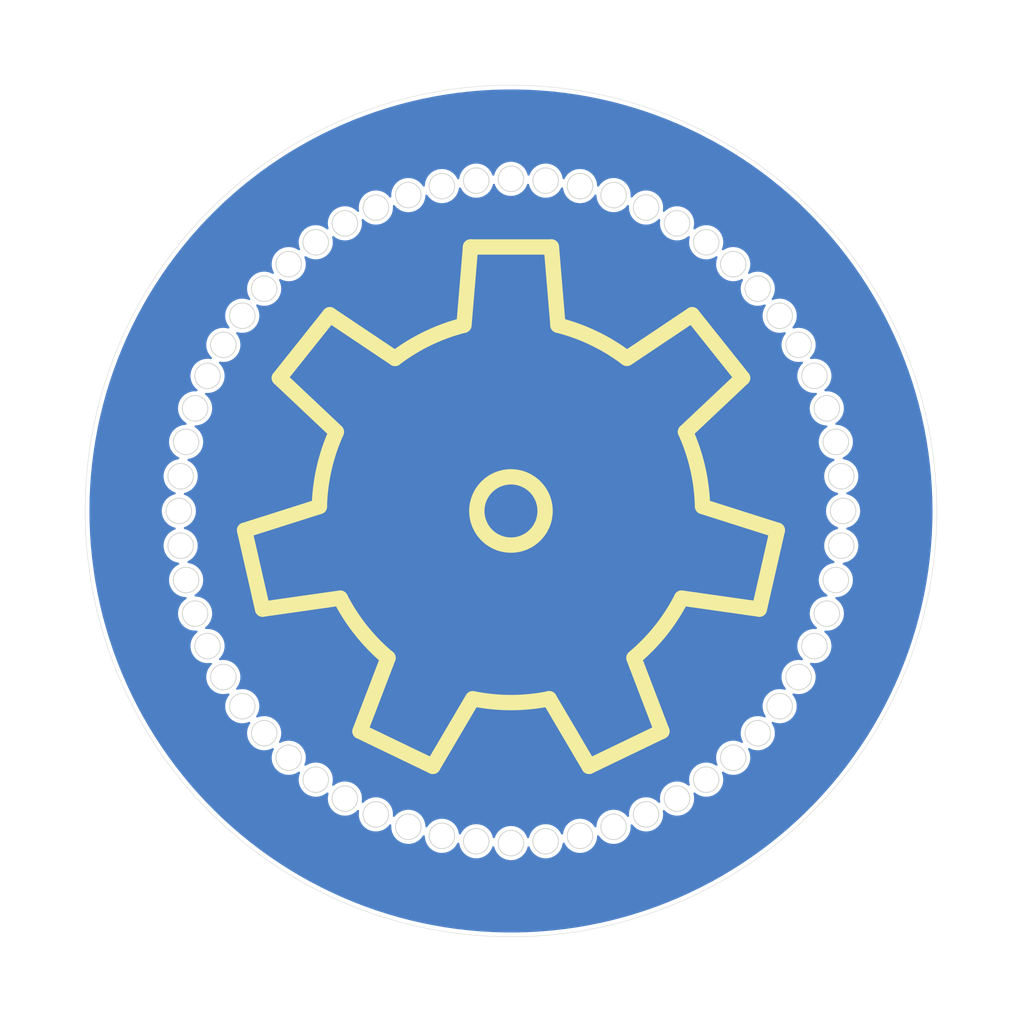
<source format=kicad_pcb>
(kicad_pcb (version 20221018) (generator pcbnew)

  (general
    (thickness 1.6)
  )

  (paper "A4")
  (layers
    (0 "F.Cu" signal)
    (1 "In1.Cu" signal)
    (2 "In2.Cu" signal)
    (31 "B.Cu" signal)
    (32 "B.Adhes" user "B.Adhesive")
    (33 "F.Adhes" user "F.Adhesive")
    (34 "B.Paste" user)
    (35 "F.Paste" user)
    (36 "B.SilkS" user "B.Silkscreen")
    (37 "F.SilkS" user "F.Silkscreen")
    (38 "B.Mask" user)
    (39 "F.Mask" user)
    (40 "Dwgs.User" user "User.Drawings")
    (41 "Cmts.User" user "User.Comments")
    (42 "Eco1.User" user "User.Eco1")
    (43 "Eco2.User" user "User.Eco2")
    (44 "Edge.Cuts" user)
    (45 "Margin" user)
    (46 "B.CrtYd" user "B.Courtyard")
    (47 "F.CrtYd" user "F.Courtyard")
    (48 "B.Fab" user)
    (49 "F.Fab" user)
    (50 "User.1" user)
    (51 "User.2" user)
    (52 "User.3" user)
    (53 "User.4" user)
    (54 "User.5" user)
    (55 "User.6" user)
    (56 "User.7" user)
    (57 "User.8" user)
    (58 "User.9" user)
  )

  (setup
    (stackup
      (layer "F.SilkS" (type "Top Silk Screen"))
      (layer "F.Paste" (type "Top Solder Paste"))
      (layer "F.Mask" (type "Top Solder Mask") (thickness 0.01))
      (layer "F.Cu" (type "copper") (thickness 0.035))
      (layer "dielectric 1" (type "prepreg") (thickness 0.1) (material "FR4") (epsilon_r 4.5) (loss_tangent 0.02))
      (layer "In1.Cu" (type "copper") (thickness 0.035))
      (layer "dielectric 2" (type "core") (thickness 1.24) (material "FR4") (epsilon_r 4.5) (loss_tangent 0.02))
      (layer "In2.Cu" (type "copper") (thickness 0.035))
      (layer "dielectric 3" (type "prepreg") (thickness 0.1) (material "FR4") (epsilon_r 4.5) (loss_tangent 0.02))
      (layer "B.Cu" (type "copper") (thickness 0.035))
      (layer "B.Mask" (type "Bottom Solder Mask") (thickness 0.01))
      (layer "B.Paste" (type "Bottom Solder Paste"))
      (layer "B.SilkS" (type "Bottom Silk Screen"))
      (copper_finish "None")
      (dielectric_constraints no)
    )
    (pad_to_mask_clearance 0)
    (pcbplotparams
      (layerselection 0x00010fc_ffffffff)
      (plot_on_all_layers_selection 0x0000000_00000000)
      (disableapertmacros false)
      (usegerberextensions false)
      (usegerberattributes true)
      (usegerberadvancedattributes true)
      (creategerberjobfile true)
      (dashed_line_dash_ratio 12.000000)
      (dashed_line_gap_ratio 3.000000)
      (svgprecision 4)
      (plotframeref false)
      (viasonmask false)
      (mode 1)
      (useauxorigin false)
      (hpglpennumber 1)
      (hpglpenspeed 20)
      (hpglpendiameter 15.000000)
      (dxfpolygonmode true)
      (dxfimperialunits true)
      (dxfusepcbnewfont true)
      (psnegative false)
      (psa4output false)
      (plotreference true)
      (plotvalue true)
      (plotinvisibletext false)
      (sketchpadsonfab false)
      (subtractmaskfromsilk false)
      (outputformat 1)
      (mirror false)
      (drillshape 1)
      (scaleselection 1)
      (outputdirectory "")
    )
  )

  (net 0 "")

  (gr_line (start -182.270002 115.869087) (end -185.565763 107.259859)
    (stroke (width 1.8) (type solid)) (layer "F.SilkS") (tstamp 06272026-fe7c-49a9-a3e3-f87f8894ad4b))
  (gr_line (start -231.27974 92.267241) (end -229.165791 101.529056)
    (stroke (width 1.8) (type solid)) (layer "F.SilkS") (tstamp 25a29df8-86a6-49ef-ac39-40ef53b699bf))
  (gr_arc (start -179.506429 80.712185) (mid -178.080296 84.922941) (end -177.509922 89.331908)
    (stroke (width 1.8) (type solid)) (layer "F.SilkS") (tstamp 2e9915b4-fa5d-41a7-b95d-b6bf4fd0390a))
  (gr_line (start -195.505298 112.046488) (end -190.829206 119.990983)
    (stroke (width 1.8) (type solid)) (layer "F.SilkS") (tstamp 366396a4-8598-4be3-85a7-a3293c676878))
  (gr_line (start -209.170794 119.990983) (end -204.494702 112.046488)
    (stroke (width 1.8) (type solid)) (layer "F.SilkS") (tstamp 3cd654d9-633b-4248-a6bc-b9e28cd2589e))
  (gr_line (start -179.506429 80.712185) (end -172.801647 74.385516)
    (stroke (width 1.8) (type solid)) (layer "F.SilkS") (tstamp 3d4939ad-6eef-403c-be38-cd2238fc3795))
  (gr_line (start -168.72026 92.267241) (end -177.506098 89.476205)
    (stroke (width 1.8) (type solid)) (layer "F.SilkS") (tstamp 42884a73-b8f6-4760-9d05-d682a4c8a31b))
  (gr_arc (start -194.483974 68.186623) (mid -190.302693 69.69699) (end -186.500001 72)
    (stroke (width 1.8) (type solid)) (layer "F.SilkS") (tstamp 501f0d80-3bea-48c8-a696-e727e65271c3))
  (gr_circle (center -200 90) (end -195.992195 90)
    (stroke (width 1.8) (type solid)) (fill none) (layer "F.SilkS") (tstamp 50e31103-e059-4e9a-9118-3e99994dca20))
  (gr_arc (start -195.505299 112.046488) (mid -199.927827 112.499884) (end -204.353172 112.07487)
    (stroke (width 1.8) (type solid)) (layer "F.SilkS") (tstamp 51451d38-b33f-48fb-ace6-498c16b55a65))
  (gr_line (start -179.960961 100.231661) (end -170.834209 101.529057)
    (stroke (width 1.8) (type solid)) (layer "F.SilkS") (tstamp 61875743-d015-4c70-89a4-7808e883274b))
  (gr_line (start -194.483974 68.186623) (end -195.25 59)
    (stroke (width 1.8) (type solid)) (layer "F.SilkS") (tstamp 6a43fb84-58a5-415a-ac90-5f7d1b12985d))
  (gr_line (start -229.165791 101.529057) (end -220.039039 100.231661)
    (stroke (width 1.8) (type solid)) (layer "F.SilkS") (tstamp 6d266cb2-dc50-4aaa-a912-015b6787a844))
  (gr_line (start -227.198353 74.385516) (end -220.493571 80.712185)
    (stroke (width 1.8) (type solid)) (layer "F.SilkS") (tstamp 6fdd34ac-9b14-4f59-9402-685560cf7298))
  (gr_line (start -172.801647 74.385516) (end -178.7248 66.958117)
    (stroke (width 1.8) (type solid)) (layer "F.SilkS") (tstamp 7663a13f-9b91-4daf-95fd-a6aa25b5e2d5))
  (gr_line (start -170.834209 101.529057) (end -168.72026 92.267242)
    (stroke (width 1.8) (type solid)) (layer "F.SilkS") (tstamp 7740882f-a3d5-4c27-b9a8-a1fe51fb4055))
  (gr_arc (start -213.615199 72.086978) (mid -209.82736 69.75962) (end -205.655855 68.222459)
    (stroke (width 1.8) (type solid)) (layer "F.SilkS") (tstamp 9902a4a0-6123-4a83-aac7-9faa12ab9a58))
  (gr_arc (start -214.434237 107.25986) (mid -217.546117 104.084876) (end -219.972986 100.36001)
    (stroke (width 1.8) (type solid)) (layer "F.SilkS") (tstamp 9ff5dbfd-4158-4934-a4a0-abb9de43b5cc))
  (gr_line (start -195.25 59) (end -204.75 59)
    (stroke (width 1.8) (type solid)) (layer "F.SilkS") (tstamp a0ca753c-d315-458b-8077-8a0f2bfbe1cd))
  (gr_line (start -217.729998 115.869087) (end -209.170794 119.990983)
    (stroke (width 1.8) (type solid)) (layer "F.SilkS") (tstamp a12ab62d-523c-4cdd-9d41-d9deafbbd835))
  (gr_line (start -204.75 59) (end -205.516026 68.186623)
    (stroke (width 1.8) (type solid)) (layer "F.SilkS") (tstamp a6219cdb-15c6-4710-b76b-fd65991c44e7))
  (gr_line (start -178.724801 66.958117) (end -186.384801 72.08698)
    (stroke (width 1.8) (type solid)) (layer "F.SilkS") (tstamp b10e3fdb-f55f-433d-9907-9f2c5b0ef8b4))
  (gr_arc (start -179.960961 100.231662) (mid -182.363883 103.972021) (end -185.45533 107.166903)
    (stroke (width 1.8) (type solid)) (layer "F.SilkS") (tstamp b52ba704-f3f6-4980-9ea4-65f3282e73a7))
  (gr_line (start -214.434237 107.25986) (end -217.729998 115.869088)
    (stroke (width 1.8) (type solid)) (layer "F.SilkS") (tstamp bdea2b91-8533-408b-8051-ff37af46a576))
  (gr_line (start -190.829206 119.990983) (end -182.270002 115.869087)
    (stroke (width 1.8) (type solid)) (layer "F.SilkS") (tstamp c70c6cb9-c8f2-42fb-86e1-9104b782b6c1))
  (gr_line (start -221.275199 66.958117) (end -227.198352 74.385516)
    (stroke (width 1.8) (type solid)) (layer "F.SilkS") (tstamp d42ec1dc-2c7a-4b4c-a75d-055ea1b92466))
  (gr_arc (start -222.493902 89.476205) (mid -221.951825 85.063669) (end -220.552735 80.843851)
    (stroke (width 1.8) (type solid)) (layer "F.SilkS") (tstamp ec268a45-1949-4652-8a51-8cb9e6b58490))
  (gr_line (start -222.493901 89.476205) (end -231.279739 92.267241)
    (stroke (width 1.8) (type solid)) (layer "F.SilkS") (tstamp f32f75e9-b4e3-4913-851a-b46cbfd6fe9e))
  (gr_line (start -213.615199 72.086979) (end -221.275199 66.958116)
    (stroke (width 1.8) (type solid)) (layer "F.SilkS") (tstamp fb5ef399-2c8c-4b7f-af09-8ad29e59ac0f))
  (gr_circle (center -171.017352 63.903906) (end -169.517352 63.903906)
    (stroke (width 0.1) (type default)) (fill none) (layer "Edge.Cuts") (tstamp 05af3df1-6bae-4cfd-babd-43225756a2d2))
  (gr_circle (center -161.213646 85.92339) (end -159.713646 85.92339)
    (stroke (width 0.1) (type default)) (fill none) (layer "Edge.Cuts") (tstamp 06762782-9cd4-4b61-906c-79c72cf790d9))
  (gr_circle (center -212.051663 52.908796) (end -210.551663 52.908796)
    (stroke (width 0.1) (type default)) (fill none) (layer "Edge.Cuts") (tstamp 06a7f82a-04b3-405a-87ce-f6e0024d39da))
  (gr_circle (center -237.091204 102.051663) (end -235.591204 102.051663)
    (stroke (width 0.1) (type default)) (fill none) (layer "Edge.Cuts") (tstamp 0747948d-6120-49e5-9fb9-eb92dfa72add))
  (gr_circle (center -166.225009 109.5) (end -164.725009 109.5)
    (stroke (width 0.1) (type default)) (fill none) (layer "Edge.Cuts") (tstamp 0fe64873-16f7-460c-9b9f-6462556f6466))
  (gr_circle (center -191.891444 128.147756) (end -190.391444 128.147756)
    (stroke (width 0.1) (type default)) (fill none) (layer "Edge.Cuts") (tstamp 1056f13f-dbd3-4666-b938-77500cd7ec38))
  (gr_circle (center -215.862729 125.628273) (end -214.362729 125.628273)
    (stroke (width 0.1) (type default)) (fill none) (layer "Edge.Cuts") (tstamp 1a3ac837-75d0-44b4-bee8-1e413e77215b))
  (gr_circle (center -195.92339 51.213646) (end -194.42339 51.213646)
    (stroke (width 0.1) (type default)) (fill none) (layer "Edge.Cuts") (tstamp 1d405fd6-df08-4215-bec0-7dff21cbbc68))
  (gr_circle (center -164.371727 74.137271) (end -162.871727 74.137271)
    (stroke (width 0.1) (type default)) (fill none) (layer "Edge.Cuts") (tstamp 1f8110f8-212c-41db-be4b-9f77d32336df))
  (gr_circle (center -238.786354 85.92339) (end -237.286354 85.92339)
    (stroke (width 0.1) (type default)) (fill none) (layer "Edge.Cuts") (tstamp 21afb58b-2c68-4744-bcc5-f0f0a86d7d3b))
  (gr_circle (center -166.225009 70.5) (end -164.725009 70.5)
    (stroke (width 0.1) (type default)) (fill none) (layer "Edge.Cuts") (tstamp 23ed0a58-c7b1-4f26-acce-70bf0b3930e0))
  (gr_circle (center -222.923625 58.448337) (end -221.423625 58.448337)
    (stroke (width 0.1) (type default)) (fill none) (layer "Edge.Cuts") (tstamp 27b5e879-b705-446f-b7ad-265530e3fdad))
  (gr_circle (center -233.774991 70.5) (end -232.274991 70.5)
    (stroke (width 0.1) (type default)) (fill none) (layer "Edge.Cuts") (tstamp 2eeb4638-91f3-4814-80dc-9cc151f8f210))
  (gr_circle (center -208.108556 51.852244) (end -206.608556 51.852244)
    (stroke (width 0.1) (type default)) (fill none) (layer "Edge.Cuts") (tstamp 35dbab7f-7cdd-4ff8-b9a0-d9b63527da8d))
  (gr_circle (center -226.096094 61.017352) (end -224.596094 61.017352)
    (stroke (width 0.1) (type default)) (fill none) (layer "Edge.Cuts") (tstamp 3671fcfe-33b2-4003-bed4-284bb77fb09d))
  (gr_circle (center -219.5 123.774991) (end -218 123.774991)
    (stroke (width 0.1) (type default)) (fill none) (layer "Edge.Cuts") (tstamp 3781f242-bfeb-429e-ba0e-fb68bd86d5f3))
  (gr_circle (center -222.923625 121.551663) (end -221.423625 121.551663)
    (stroke (width 0.1) (type default)) (fill none) (layer "Edge.Cuts") (tstamp 40099799-4640-45b7-a74b-9261ebce0490))
  (gr_circle (center -204.07661 128.786354) (end -202.57661 128.786354)
    (stroke (width 0.1) (type default)) (fill none) (layer "Edge.Cuts") (tstamp 4288e9c3-cc27-427e-9c0a-1b31a5de517d))
  (gr_circle (center -162.908796 77.948337) (end -161.408796 77.948337)
    (stroke (width 0.1) (type default)) (fill none) (layer "Edge.Cuts") (tstamp 44e6fac6-f655-44a6-9614-dc6d550ebe7e))
  (gr_circle (center -219.5 56.225009) (end -218 56.225009)
    (stroke (width 0.1) (type default)) (fill none) (layer "Edge.Cuts") (tstamp 46f36d35-ccd3-4d0c-951d-9a6742e37103))
  (gr_circle (center -228.982648 116.096094) (end -227.482648 116.096094)
    (stroke (width 0.1) (type default)) (fill none) (layer "Edge.Cuts") (tstamp 482830da-498f-4640-bfe8-446dda266673))
  (gr_circle (center -226.096094 118.982648) (end -224.596094 118.982648)
    (stroke (width 0.1) (type default)) (fill none) (layer "Edge.Cuts") (tstamp 497a1014-7204-4ba5-9cce-aa3f28fc82bc))
  (gr_circle (center -200 90) (end -150 90)
    (stroke (width 0.05) (type default)) (fill none) (layer "Edge.Cuts") (tstamp 49fd52f6-8631-4ec4-86d8-3786e38f37e2))
  (gr_circle (center -177.076375 58.448337) (end -175.576375 58.448337)
    (stroke (width 0.1) (type default)) (fill none) (layer "Edge.Cuts") (tstamp 4b0f6aea-610f-4858-aa8f-675ec788f578))
  (gr_circle (center -161.852244 81.891444) (end -160.352244 81.891444)
    (stroke (width 0.1) (type default)) (fill none) (layer "Edge.Cuts") (tstamp 4b5f52ba-8360-4802-94ed-12baff8649c9))
  (gr_circle (center -231.551663 112.923625) (end -230.051663 112.923625)
    (stroke (width 0.1) (type default)) (fill none) (layer "Edge.Cuts") (tstamp 4b8606a3-a39e-4b69-8e42-906c7efd0797))
  (gr_circle (center -200 129) (end -198.5 129)
    (stroke (width 0.1) (type default)) (fill none) (layer "Edge.Cuts") (tstamp 4ba056b0-322b-4073-971e-fb76479a2d89))
  (gr_circle (center -187.948337 52.908796) (end -186.448337 52.908796)
    (stroke (width 0.1) (type default)) (fill none) (layer "Edge.Cuts") (tstamp 4c841cb3-2189-479c-bb51-11edb75f8a3b))
  (gr_circle (center -238.147756 81.891444) (end -236.647756 81.891444)
    (stroke (width 0.1) (type default)) (fill none) (layer "Edge.Cuts") (tstamp 4cbbc505-5372-4f48-8fc6-c2689de98faa))
  (gr_circle (center -180.5 56.225009) (end -179 56.225009)
    (stroke (width 0.1) (type default)) (fill none) (layer "Edge.Cuts") (tstamp 4e5fedf4-641a-4da0-8562-ecea8349c40e))
  (gr_circle (center -162.908796 102.051663) (end -161.408796 102.051663)
    (stroke (width 0.1) (type default)) (fill none) (layer "Edge.Cuts") (tstamp 4f62a55f-6584-418a-8aca-62804b6c9f29))
  (gr_circle (center -237.091204 77.948337) (end -235.591204 77.948337)
    (stroke (width 0.1) (type default)) (fill none) (layer "Edge.Cuts") (tstamp 5bc027ea-825e-4d1d-9fca-cc4fee4e03be))
  (gr_circle (center -164.371727 105.862729) (end -162.871727 105.862729)
    (stroke (width 0.1) (type default)) (fill none) (layer "Edge.Cuts") (tstamp 5f68f168-6a4a-4950-920c-56a8f4caaab9))
  (gr_circle (center -235.628273 74.137271) (end -234.128273 74.137271)
    (stroke (width 0.1) (type default)) (fill none) (layer "Edge.Cuts") (tstamp 611978df-4af3-492a-9868-ec59d8c271a9))
  (gr_circle (center -228.982648 63.903906) (end -227.482648 63.903906)
    (stroke (width 0.1) (type default)) (fill none) (layer "Edge.Cuts") (tstamp 61e56215-3564-4a65-9d5e-e93f7f9bdcf5))
  (gr_circle (center -200 51) (end -198.5 51)
    (stroke (width 0.1) (type default)) (fill none) (layer "Edge.Cuts") (tstamp 67a2afef-0918-4ccd-b56d-7b509fbd4abf))
  (gr_circle (center -161.852244 98.108556) (end -160.352244 98.108556)
    (stroke (width 0.1) (type default)) (fill none) (layer "Edge.Cuts") (tstamp 6dbc443a-dd77-4650-a70d-fd4eea1f4ed6))
  (gr_circle (center -177.076375 121.551663) (end -175.576375 121.551663)
    (stroke (width 0.1) (type default)) (fill none) (layer "Edge.Cuts") (tstamp 6dc91cdd-7b54-4afe-bfad-80dc98846da3))
  (gr_circle (center -168.448337 67.076375) (end -166.948337 67.076375)
    (stroke (width 0.1) (type default)) (fill none) (layer "Edge.Cuts") (tstamp 7973d883-c56d-4469-af53-ee6b1e2931ff))
  (gr_circle (center -180.5 123.774991) (end -179 123.774991)
    (stroke (width 0.1) (type default)) (fill none) (layer "Edge.Cuts") (tstamp 7d9dc840-dc7e-47ce-8e31-3c42ab23c0a9))
  (gr_circle (center -208.108556 128.147756) (end -206.608556 128.147756)
    (stroke (width 0.1) (type default)) (fill none) (layer "Edge.Cuts") (tstamp 7dc776a2-cdd5-4ed5-8a79-5d30fd79ca59))
  (gr_circle (center -215.862729 54.371727) (end -214.362729 54.371727)
    (stroke (width 0.1) (type default)) (fill none) (layer "Edge.Cuts") (tstamp 80e40538-4971-4524-a3ac-6c7a30d7f28d))
  (gr_circle (center -238.147756 98.108556) (end -236.647756 98.108556)
    (stroke (width 0.1) (type default)) (fill none) (layer "Edge.Cuts") (tstamp 97e651de-99db-4af9-85fc-336799aa8bbe))
  (gr_circle (center -239 90) (end -237.5 90)
    (stroke (width 0.1) (type default)) (fill none) (layer "Edge.Cuts") (tstamp 99fed176-8fdd-4647-9e72-0d2869bf23f3))
  (gr_circle (center -171.017352 116.096094) (end -169.517352 116.096094)
    (stroke (width 0.1) (type default)) (fill none) (layer "Edge.Cuts") (tstamp a2c0ca52-7ddc-4bc3-9000-aaa6989cd82e))
  (gr_circle (center -231.551663 67.076375) (end -230.051663 67.076375)
    (stroke (width 0.1) (type default)) (fill none) (layer "Edge.Cuts") (tstamp aecf0f6e-7f8b-4441-85ef-1eefd9c78f00))
  (gr_circle (center -184.137271 54.371727) (end -182.637271 54.371727)
    (stroke (width 0.1) (type default)) (fill none) (layer "Edge.Cuts") (tstamp b97c9d72-8903-4c4b-93cc-ee7fbfbda953))
  (gr_circle (center -235.628273 105.862729) (end -234.128273 105.862729)
    (stroke (width 0.1) (type default)) (fill none) (layer "Edge.Cuts") (tstamp ba5e531f-4b99-488a-bdb1-7c9f736f9940))
  (gr_circle (center -168.448337 112.923625) (end -166.948337 112.923625)
    (stroke (width 0.1) (type default)) (fill none) (layer "Edge.Cuts") (tstamp c2e94ccc-2319-4de4-9cce-827bdb0d5d43))
  (gr_circle (center -195.92339 128.786354) (end -194.42339 128.786354)
    (stroke (width 0.1) (type default)) (fill none) (layer "Edge.Cuts") (tstamp c6a98d4e-cde8-493e-8b1b-bcabe25131a2))
  (gr_circle (center -173.903906 118.982648) (end -172.403906 118.982648)
    (stroke (width 0.1) (type default)) (fill none) (layer "Edge.Cuts") (tstamp ca89b0d2-5b11-400b-aff6-bc9f1d2de3fd))
  (gr_circle (center -161 90) (end -159.5 90)
    (stroke (width 0.1) (type default)) (fill none) (layer "Edge.Cuts") (tstamp d1910635-3679-45fc-983a-f0166c8989ee))
  (gr_circle (center -238.786354 94.07661) (end -237.286354 94.07661)
    (stroke (width 0.1) (type default)) (fill none) (layer "Edge.Cuts") (tstamp d2e1bcea-6976-48d1-9841-d9331c1836e2))
  (gr_circle (center -191.891444 51.852244) (end -190.391444 51.852244)
    (stroke (width 0.1) (type default)) (fill none) (layer "Edge.Cuts") (tstamp d7c4762c-d6c9-42b6-8a38-7f0035eb249e))
  (gr_circle (center -173.903906 61.017352) (end -172.403906 61.017352)
    (stroke (width 0.1) (type default)) (fill none) (layer "Edge.Cuts") (tstamp e2f78f96-1804-416d-85a4-6aeba05d9ad0))
  (gr_circle (center -204.07661 51.213646) (end -202.57661 51.213646)
    (stroke (width 0.1) (type default)) (fill none) (layer "Edge.Cuts") (tstamp e3313a91-c630-434f-98ee-b189d500e98b))
  (gr_circle (center -233.774991 109.5) (end -232.274991 109.5)
    (stroke (width 0.1) (type default)) (fill none) (layer "Edge.Cuts") (tstamp ec09909c-d7d8-4267-8764-9847d60dd4b5))
  (gr_circle (center -212.051663 127.091204) (end -210.551663 127.091204)
    (stroke (width 0.1) (type default)) (fill none) (layer "Edge.Cuts") (tstamp f06edabf-a997-49dd-a56c-5b4d9f0d9ead))
  (gr_circle (center -184.137271 125.628273) (end -182.637271 125.628273)
    (stroke (width 0.1) (type default)) (fill none) (layer "Edge.Cuts") (tstamp f59bb582-040b-4a6b-82cc-d16ffbaa60d7))
  (gr_circle (center -187.948337 127.091204) (end -186.448337 127.091204)
    (stroke (width 0.1) (type default)) (fill none) (layer "Edge.Cuts") (tstamp fbceaa8d-29ec-4579-84b8-ca163c4d83cc))
  (gr_circle (center -161.213646 94.07661) (end -159.713646 94.07661)
    (stroke (width 0.1) (type default)) (fill none) (layer "Edge.Cuts") (tstamp fc6fa069-39c5-4431-b244-12f889483424))

  (zone (net 0) (net_name "") (layer "B.Cu") (tstamp 7f7e6086-7c1a-4cd6-8322-02d81ed11601) (hatch edge 0.508)
    (connect_pads (clearance 0.508))
    (min_thickness 0.254) (filled_areas_thickness no)
    (fill yes (thermal_gap 0.508) (thermal_bridge_width 0.508))
    (polygon
      (pts
        (xy -139.75 65)
        (xy -140 117.5)
        (xy -175 150)
        (xy -225 150.25)
        (xy -260 117.5)
        (xy -260 65)
        (xy -225 30)
        (xy -175 30)
      )
    )
    (filled_polygon
      (layer "B.Cu")
      (island)
      (pts
        (xy -197.932578 51.593368)
        (xy -197.882375 51.643571)
        (xy -197.869844 51.677166)
        (xy -197.847759 51.778692)
        (xy -197.747757 52.046807)
        (xy -197.747752 52.046816)
        (xy -197.610621 52.297953)
        (xy -197.610619 52.297955)
        (xy -197.610616 52.297961)
        (xy -197.439129 52.527041)
        (xy -197.236785 52.729385)
        (xy -197.007705 52.900872)
        (xy -197.007699 52.900875)
        (xy -197.007697 52.900877)
        (xy -196.786534 53.02164)
        (xy -196.756551 53.038013)
        (xy -196.488436 53.138015)
        (xy -196.208818 53.198842)
        (xy -195.92339 53.219256)
        (xy -195.637962 53.198842)
        (xy -195.358344 53.138015)
        (xy -195.090229 53.038013)
        (xy -195.090219 53.038008)
        (xy -194.839082 52.900877)
        (xy -194.839077 52.900873)
        (xy -194.839075 52.900872)
        (xy -194.609995 52.729385)
        (xy -194.609993 52.729383)
        (xy -194.609984 52.729375)
        (xy -194.40766 52.527051)
        (xy -194.407652 52.527042)
        (xy -194.407651 52.527041)
        (xy -194.236164 52.297961)
        (xy -194.113794 52.073858)
        (xy -194.063592 52.023656)
        (xy -193.994218 52.008565)
        (xy -193.927698 52.033376)
        (xy -193.885151 52.090212)
        (xy -193.877528 52.125255)
        (xy -193.87664 52.137672)
        (xy -193.815813 52.41729)
        (xy -193.715811 52.685405)
        (xy -193.715806 52.685414)
        (xy -193.578675 52.936551)
        (xy -193.578673 52.936553)
        (xy -193.57867 52.936559)
        (xy -193.407183 53.165639)
        (xy -193.204839 53.367983)
        (xy -192.975759 53.53947)
        (xy -192.975753 53.539473)
        (xy -192.975751 53.539475)
        (xy -192.754588 53.660238)
        (xy -192.724605 53.676611)
        (xy -192.45649 53.776613)
        (xy -192.176872 53.83744)
        (xy -191.891444 53.857854)
        (xy -191.606016 53.83744)
        (xy -191.326398 53.776613)
        (xy -191.058283 53.676611)
        (xy -191.058273 53.676606)
        (xy -190.807136 53.539475)
        (xy -190.807131 53.539471)
        (xy -190.807129 53.53947)
        (xy -190.578049 53.367983)
        (xy -190.578047 53.367981)
        (xy -190.578038 53.367973)
        (xy -190.375714 53.165649)
        (xy -190.375706 53.16564)
        (xy -190.370362 53.158502)
        (xy -190.204218 52.936559)
        (xy -190.204216 52.936556)
        (xy -190.186827 52.904712)
        (xy -190.136624 52.854511)
        (xy -190.06725 52.839421)
        (xy -190.00073 52.864233)
        (xy -189.958184 52.92107)
        (xy -189.950563 52.956105)
        (xy -189.933533 53.194224)
        (xy -189.872706 53.473842)
        (xy -189.772704 53.741957)
        (xy -189.772699 53.741966)
        (xy -189.635568 53.993103)
        (xy -189.635566 53.993105)
        (xy -189.635563 53.993111)
        (xy -189.464076 54.222191)
        (xy -189.261732 54.424535)
        (xy -189.032652 54.596022)
        (xy -189.032646 54.596025)
        (xy -189.032644 54.596027)
        (xy -188.920696 54.657155)
        (xy -188.781498 54.733163)
        (xy -188.513383 54.833165)
        (xy -188.233765 54.893992)
        (xy -187.948337 54.914406)
        (xy -187.662909 54.893992)
        (xy -187.383291 54.833165)
        (xy -187.115176 54.733163)
        (xy -187.115166 54.733158)
        (xy -186.864029 54.596027)
        (xy -186.864024 54.596023)
        (xy -186.864022 54.596022)
        (xy -186.634942 54.424535)
        (xy -186.63494 54.424533)
        (xy -186.634931 54.424525)
        (xy -186.432607 54.222201)
        (xy -186.432599 54.222192)
        (xy -186.420866 54.206519)
        (xy -186.357611 54.12202)
        (xy -186.300776 54.079474)
        (xy -186.229961 54.07441)
        (xy -186.167648 54.108435)
        (xy -186.133623 54.170747)
        (xy -186.131065 54.206517)
        (xy -186.142881 54.371727)
        (xy -186.122467 54.657155)
        (xy -186.06164 54.936773)
        (xy -185.961638 55.204888)
        (xy -185.961633 55.204897)
        (xy -185.824502 55.456034)
        (xy -185.8245 55.456036)
        (xy -185.824497 55.456042)
        (xy -185.65301 55.685122)
        (xy -185.450666 55.887466)
        (xy -185.221586 56.058953)
        (xy -185.22158 56.058956)
        (xy -185.221578 56.058958)
        (xy -185.000415 56.179721)
        (xy -184.970432 56.196094)
        (xy -184.702317 56.296096)
        (xy -184.422699 56.356923)
        (xy -184.137271 56.377337)
        (xy -183.851843 56.356923)
        (xy -183.572225 56.296096)
        (xy -183.30411 56.196094)
        (xy -183.3041 56.196089)
        (xy -183.052963 56.058958)
        (xy -183.052958 56.058954)
        (xy -183.052956 56.058953)
        (xy -182.823876 55.887466)
        (xy -182.823874 55.887464)
        (xy -182.823865 55.887456)
        (xy -182.679979 55.74357)
        (xy -182.617667 55.709544)
        (xy -182.546852 55.714609)
        (xy -182.490016 55.757156)
        (xy -182.465205 55.823676)
        (xy -182.467763 55.859446)
        (xy -182.485196 55.939581)
        (xy -182.50561 56.225009)
        (xy -182.485196 56.510437)
        (xy -182.424369 56.790055)
        (xy -182.324367 57.05817)
        (xy -182.324362 57.058179)
        (xy -182.187231 57.309316)
        (xy -182.187229 57.309318)
        (xy -182.187226 57.309324)
        (xy -182.015739 57.538404)
        (xy -181.813395 57.740748)
        (xy -181.584315 57.912235)
        (xy -181.584309 57.912238)
        (xy -181.584307 57.91224)
        (xy -181.363144 58.033003)
        (xy -181.333161 58.049376)
        (xy -181.065046 58.149378)
        (xy -180.785428 58.210205)
        (xy -180.5 58.230619)
        (xy -180.214572 58.210205)
        (xy -179.934954 58.149378)
        (xy -179.666839 58.049376)
        (xy -179.666829 58.049371)
        (xy -179.415692 57.91224)
        (xy -179.415687 57.912236)
        (xy -179.415685 57.912235)
        (xy -179.197791 57.749122)
        (xy -179.131274 57.724312)
        (xy -179.0619 57.739403)
        (xy -179.011698 57.789605)
        (xy -178.996606 57.858979)
        (xy -179.000185 57.878807)
        (xy -178.999787 57.878894)
        (xy -179.000742 57.883287)
        (xy -179.000744 57.883291)
        (xy -179.061571 58.162909)
        (xy -179.081985 58.448337)
        (xy -179.061571 58.733765)
        (xy -179.000744 59.013383)
        (xy -178.900742 59.281498)
        (xy -178.900737 59.281507)
        (xy -178.763606 59.532644)
        (xy -178.763604 59.532646)
        (xy -178.763601 59.532652)
        (xy -178.592114 59.761732)
        (xy -178.38977 59.964076)
        (xy -178.16069 60.135563)
        (xy -178.160684 60.135566)
        (xy -178.160682 60.135568)
        (xy -177.960594 60.244824)
        (xy -177.909536 60.272704)
        (xy -177.641421 60.372706)
        (xy -177.361803 60.433533)
        (xy -177.076375 60.453947)
        (xy -176.790947 60.433533)
        (xy -176.511329 60.372706)
        (xy -176.243214 60.272704)
        (xy -176.243204 60.272699)
        (xy -175.992069 60.135568)
        (xy -175.992068 60.135567)
        (xy -175.99206 60.135563)
        (xy -175.944449 60.099922)
        (xy -175.877934 60.075113)
        (xy -175.80856 60.090204)
        (xy -175.758357 60.140406)
        (xy -175.743265 60.20978)
        (xy -175.750887 60.244823)
        (xy -175.828275 60.452306)
        (xy -175.889102 60.731924)
        (xy -175.909516 61.017352)
        (xy -175.889102 61.30278)
        (xy -175.828275 61.582398)
        (xy -175.728273 61.850513)
        (xy -175.728271 61.850516)
        (xy -175.728268 61.850522)
        (xy -175.591137 62.101659)
        (xy -175.591135 62.101661)
        (xy -175.591132 62.101667)
        (xy -175.419645 62.330747)
        (xy -175.217301 62.533091)
        (xy -174.988221 62.704578)
        (xy -174.988215 62.704581)
        (xy -174.988213 62.704583)
        (xy -174.777591 62.819591)
        (xy -174.737067 62.841719)
        (xy -174.468952 62.941721)
        (xy -174.189334 63.002548)
        (xy -173.903906 63.022962)
        (xy -173.618478 63.002548)
        (xy -173.33886 62.941721)
        (xy -173.070745 62.841719)
        (xy -173.030233 62.819598)
        (xy -172.942863 62.77189)
        (xy -172.873488 62.756798)
        (xy -172.806968 62.781609)
        (xy -172.764421 62.838444)
        (xy -172.759356 62.90926)
        (xy -172.77189 62.942863)
        (xy -172.815627 63.022962)
        (xy -172.841719 63.070745)
        (xy -172.941721 63.33886)
        (xy -173.002548 63.618478)
        (xy -173.022962 63.903906)
        (xy -173.002548 64.189334)
        (xy -172.941721 64.468952)
        (xy -172.841719 64.737067)
        (xy -172.841714 64.737076)
        (xy -172.704583 64.988213)
        (xy -172.704581 64.988215)
        (xy -172.704578 64.988221)
        (xy -172.533091 65.217301)
        (xy -172.330747 65.419645)
        (xy -172.101667 65.591132)
        (xy -172.101661 65.591135)
        (xy -172.101659 65.591137)
        (xy -171.880496 65.7119)
        (xy -171.850513 65.728273)
        (xy -171.582398 65.828275)
        (xy -171.30278 65.889102)
        (xy -171.017352 65.909516)
        (xy -170.731924 65.889102)
        (xy -170.452306 65.828275)
        (xy -170.244823 65.750887)
        (xy -170.174009 65.745824)
        (xy -170.111696 65.779849)
        (xy -170.077671 65.842161)
        (xy -170.082736 65.912977)
        (xy -170.099919 65.944445)
        (xy -170.135563 65.99206)
        (xy -170.135567 65.992067)
        (xy -170.135568 65.992069)
        (xy -170.192362 66.09608)
        (xy -170.272704 66.243214)
        (xy -170.372706 66.511329)
        (xy -170.433533 66.790947)
        (xy -170.453947 67.076375)
        (xy -170.433533 67.361803)
        (xy -170.372706 67.641421)
        (xy -170.272704 67.909536)
        (xy -170.272699 67.909545)
        (xy -170.135568 68.160682)
        (xy -170.135566 68.160684)
        (xy -170.135563 68.16069)
        (xy -169.964076 68.38977)
        (xy -169.761732 68.592114)
        (xy -169.532652 68.763601)
        (xy -169.532646 68.763604)
        (xy -169.532644 68.763606)
        (xy -169.442599 68.812774)
        (xy -169.281498 68.900742)
        (xy -169.013383 69.000744)
        (xy -168.733765 69.061571)
        (xy -168.448337 69.081985)
        (xy -168.162909 69.061571)
        (xy -167.883291 69.000744)
        (xy -167.883287 69.000742)
        (xy -167.878894 68.999787)
        (xy -167.878544 69.001395)
        (xy -167.81452 69.001381)
        (xy -167.754785 69.039751)
        (xy -167.725277 69.104326)
        (xy -167.735366 69.174602)
        (xy -167.749119 69.197787)
        (xy -167.912235 69.415685)
        (xy -167.912236 69.415687)
        (xy -167.91224 69.415692)
        (xy -168.000092 69.576582)
        (xy -168.049376 69.666839)
        (xy -168.149378 69.934954)
        (xy -168.210205 70.214572)
        (xy -168.230619 70.5)
        (xy -168.210205 70.785428)
        (xy -168.149378 71.065046)
        (xy -168.049376 71.333161)
        (xy -168.049371 71.33317)
        (xy -167.91224 71.584307)
        (xy -167.912238 71.584309)
        (xy -167.912235 71.584315)
        (xy -167.740748 71.813395)
        (xy -167.538404 72.015739)
        (xy -167.309324 72.187226)
        (xy -167.309318 72.187229)
        (xy -167.309316 72.187231)
        (xy -167.088153 72.307994)
        (xy -167.05817 72.324367)
        (xy -166.790055 72.424369)
        (xy -166.510437 72.485196)
        (xy -166.225009 72.50561)
        (xy -165.939581 72.485196)
        (xy -165.859447 72.467764)
        (xy -165.788633 72.472828)
        (xy -165.731797 72.515374)
        (xy -165.706986 72.581894)
        (xy -165.722077 72.651269)
        (xy -165.74357 72.679979)
        (xy -165.887456 72.823865)
        (xy -165.887464 72.823874)
        (xy -165.887466 72.823876)
        (xy -166.058953 73.052956)
        (xy -166.058954 73.052958)
        (xy -166.058958 73.052963)
        (xy -166.14681 73.213853)
        (xy -166.196094 73.30411)
        (xy -166.296096 73.572225)
        (xy -166.356923 73.851843)
        (xy -166.377337 74.137271)
        (xy -166.356923 74.422699)
        (xy -166.296096 74.702317)
        (xy -166.196094 74.970432)
        (xy -166.196089 74.970441)
        (xy -166.058958 75.221578)
        (xy -166.058956 75.22158)
        (xy -166.058953 75.221586)
        (xy -165.887466 75.450666)
        (xy -165.685122 75.65301)
        (xy -165.456042 75.824497)
        (xy -165.456036 75.8245)
        (xy -165.456034 75.824502)
        (xy -165.33746 75.889248)
        (xy -165.204888 75.961638)
        (xy -164.936773 76.06164)
        (xy -164.657155 76.122467)
        (xy -164.371727 76.142881)
        (xy -164.206518 76.131065)
        (xy -164.137145 76.146156)
        (xy -164.086942 76.196359)
        (xy -164.071851 76.265733)
        (xy -164.096662 76.332253)
        (xy -164.122021 76.357612)
        (xy -164.222192 76.432599)
        (xy -164.222201 76.432607)
        (xy -164.424525 76.634931)
        (xy -164.424533 76.63494)
        (xy -164.424535 76.634942)
        (xy -164.596022 76.864022)
        (xy -164.596023 76.864024)
        (xy -164.596027 76.864029)
        (xy -164.683879 77.024919)
        (xy -164.733163 77.115176)
        (xy -164.833165 77.383291)
        (xy -164.893992 77.662909)
        (xy -164.914406 77.948337)
        (xy -164.893992 78.233765)
        (xy -164.833165 78.513383)
        (xy -164.733163 78.781498)
        (xy -164.733158 78.781507)
        (xy -164.596027 79.032644)
        (xy -164.596025 79.032646)
        (xy -164.596022 79.032652)
        (xy -164.424535 79.261732)
        (xy -164.222191 79.464076)
        (xy -163.993111 79.635563)
        (xy -163.993105 79.635566)
        (xy -163.993103 79.635568)
        (xy -163.869328 79.703154)
        (xy -163.741957 79.772704)
        (xy -163.473842 79.872706)
        (xy -163.194224 79.933533)
        (xy -162.956108 79.950563)
        (xy -162.889591 79.975372)
        (xy -162.847045 80.032208)
        (xy -162.841979 80.103024)
        (xy -162.876004 80.165336)
        (xy -162.904712 80.186827)
        (xy -162.936556 80.204216)
        (xy -163.16564 80.375706)
        (xy -163.165649 80.375714)
        (xy -163.367973 80.578038)
        (xy -163.367981 80.578047)
        (xy -163.367983 80.578049)
        (xy -163.53947 80.807129)
        (xy -163.539471 80.807131)
        (xy -163.539475 80.807136)
        (xy -163.627327 80.968026)
        (xy -163.676611 81.058283)
        (xy -163.776613 81.326398)
        (xy -163.83744 81.606016)
        (xy -163.857854 81.891444)
        (xy -163.83744 82.176872)
        (xy -163.776613 82.45649)
        (xy -163.676611 82.724605)
        (xy -163.676606 82.724614)
        (xy -163.539475 82.975751)
        (xy -163.539473 82.975753)
        (xy -163.53947 82.975759)
        (xy -163.367983 83.204839)
        (xy -163.165639 83.407183)
        (xy -162.936559 83.57867)
        (xy -162.936553 83.578673)
        (xy -162.936551 83.578675)
        (xy -162.715388 83.699438)
        (xy -162.685405 83.715811)
        (xy -162.41729 83.815813)
        (xy -162.137672 83.87664)
        (xy -162.125256 83.877528)
        (xy -162.058735 83.902338)
        (xy -162.016189 83.959174)
        (xy -162.011123 84.02999)
        (xy -162.045148 84.092302)
        (xy -162.073856 84.113793)
        (xy -162.297961 84.236164)
        (xy -162.443592 84.345182)
        (xy -162.527042 84.407652)
        (xy -162.527051 84.40766)
        (xy -162.729375 84.609984)
        (xy -162.729383 84.609993)
        (xy -162.729385 84.609995)
        (xy -162.900872 84.839075)
        (xy -162.900873 84.839077)
        (xy -162.900877 84.839082)
        (xy -162.988729 84.999972)
        (xy -163.038013 85.090229)
        (xy -163.138015 85.358344)
        (xy -163.198842 85.637962)
        (xy -163.219256 85.92339)
        (xy -163.198842 86.208818)
        (xy -163.138015 86.488436)
        (xy -163.038013 86.756551)
        (xy -163.038008 86.75656)
        (xy -162.900877 87.007697)
        (xy -162.900875 87.007699)
        (xy -162.900872 87.007705)
        (xy -162.729385 87.236785)
        (xy -162.527041 87.439129)
        (xy -162.297961 87.610616)
        (xy -162.297955 87.610619)
        (xy -162.297953 87.610621)
        (xy -162.07679 87.731384)
        (xy -162.046807 87.747757)
        (xy -161.778692 87.847759)
        (xy -161.677169 87.869843)
        (xy -161.614861 87.903867)
        (xy -161.580836 87.966179)
        (xy -161.5859 88.036995)
        (xy -161.628446 88.093831)
        (xy -161.659919 88.111017)
        (xy -161.804941 88.165107)
        (xy -161.833164 88.175634)
        (xy -161.83317 88.175637)
        (xy -162.084307 88.312768)
        (xy -162.084312 88.312772)
        (xy -162.313396 88.484262)
        (xy -162.313405 88.48427)
        (xy -162.515729 88.686594)
        (xy -162.515737 88.686603)
        (xy -162.515739 88.686605)
        (xy -162.687226 88.915685)
        (xy -162.687227 88.915687)
        (xy -162.687231 88.915692)
        (xy -162.775083 89.076582)
        (xy -162.824367 89.166839)
        (xy -162.924369 89.434954)
        (xy -162.985196 89.714572)
        (xy -163.00561 90)
        (xy -162.985196 90.285428)
        (xy -162.924369 90.565046)
        (xy -162.824367 90.833161)
        (xy -162.824362 90.83317)
        (xy -162.687231 91.084307)
        (xy -162.687229 91.084309)
        (xy -162.687226 91.084315)
        (xy -162.515739 91.313395)
        (xy -162.313395 91.515739)
        (xy -162.084315 91.687226)
        (xy -162.084309 91.687229)
        (xy -162.084307 91.687231)
        (xy -161.863144 91.807994)
        (xy -161.833161 91.824367)
        (xy -161.65992 91.888982)
        (xy -161.603088 91.931527)
        (xy -161.578277 91.998047)
        (xy -161.593368 92.067421)
        (xy -161.64357 92.117623)
        (xy -161.677172 92.130156)
        (xy -161.778686 92.152239)
        (xy -161.77869 92.15224)
        (xy -161.778692 92.152241)
        (xy -161.827488 92.170441)
        (xy -162.046806 92.252242)
        (xy -162.046816 92.252247)
        (xy -162.297953 92.389378)
        (xy -162.297958 92.389382)
        (xy -162.527042 92.560872)
        (xy -162.527051 92.56088)
        (xy -162.729375 92.763204)
        (xy -162.729383 92.763213)
        (xy -162.729385 92.763215)
        (xy -162.900872 92.992295)
        (xy -162.900873 92.992297)
        (xy -162.900877 92.992302)
        (xy -162.988729 93.153192)
        (xy -163.038013 93.243449)
        (xy -163.138015 93.511564)
        (xy -163.198842 93.791182)
        (xy -163.219256 94.07661)
        (xy -163.198842 94.362038)
        (xy -163.138015 94.641656)
        (xy -163.038013 94.909771)
        (xy -163.038008 94.90978)
        (xy -162.900877 95.160917)
        (xy -162.900875 95.160919)
        (xy -162.900872 95.160925)
        (xy -162.729385 95.390005)
        (xy -162.527041 95.592349)
        (xy -162.297961 95.763836)
        (xy -162.073855 95.886207)
        (xy -162.023657 95.936406)
        (xy -162.008565 96.00578)
        (xy -162.033376 96.072301)
        (xy -162.090211 96.114848)
        (xy -162.125248 96.12247)
        (xy -162.137663 96.123358)
        (xy -162.41729 96.184187)
        (xy -162.685404 96.284188)
        (xy -162.685414 96.284193)
        (xy -162.936551 96.421324)
        (xy -162.936556 96.421328)
        (xy -163.16564 96.592818)
        (xy -163.165649 96.592826)
        (xy -163.367973 96.79515)
        (xy -163.367981 96.795159)
        (xy -163.367983 96.795161)
        (xy -163.53947 97.024241)
        (xy -163.539471 97.024243)
        (xy -163.539475 97.024248)
        (xy -163.627327 97.185138)
        (xy -163.676611 97.275395)
        (xy -163.776613 97.54351)
        (xy -163.83744 97.823128)
        (xy -163.857854 98.108556)
        (xy -163.83744 98.393984)
        (xy -163.776613 98.673602)
        (xy -163.676611 98.941717)
        (xy -163.676606 98.941726)
        (xy -163.539475 99.192863)
        (xy -163.539473 99.192865)
        (xy -163.53947 99.192871)
        (xy -163.367983 99.421951)
        (xy -163.165639 99.624295)
        (xy -162.936559 99.795782)
        (xy -162.904715 99.81317)
        (xy -162.854512 99.863373)
        (xy -162.839421 99.932747)
        (xy -162.864232 99.999267)
        (xy -162.921068 100.041814)
        (xy -162.956111 100.049437)
        (xy -163.19422 100.066466)
        (xy -163.473842 100.127294)
        (xy -163.741956 100.227295)
        (xy -163.741966 100.2273)
        (xy -163.993103 100.364431)
        (xy -163.993108 100.364435)
        (xy -164.222192 100.535925)
        (xy -164.222201 100.535933)
        (xy -164.424525 100.738257)
        (xy -164.424533 100.738266)
        (xy -164.424535 100.738268)
        (xy -164.596022 100.967348)
        (xy -164.596023 100.96735)
        (xy -164.596027 100.967355)
        (xy -164.683879 101.128245)
        (xy -164.733163 101.218502)
        (xy -164.833165 101.486617)
        (xy -164.893992 101.766235)
        (xy -164.914406 102.051663)
        (xy -164.893992 102.337091)
        (xy -164.833165 102.616709)
        (xy -164.733163 102.884824)
        (xy -164.733158 102.884833)
        (xy -164.596027 103.13597)
        (xy -164.596025 103.135972)
        (xy -164.596022 103.135978)
        (xy -164.424535 103.365058)
        (xy -164.222191 103.567402)
        (xy -164.122017 103.642391)
        (xy -164.079475 103.699222)
        (xy -164.074409 103.770038)
        (xy -164.108434 103.83235)
        (xy -164.170746 103.866375)
        (xy -164.206518 103.868934)
        (xy -164.371726 103.857119)
        (xy -164.371727 103.857119)
        (xy -164.397716 103.858977)
        (xy -164.657151 103.877532)
        (xy -164.936773 103.93836)
        (xy -165.204887 104.038361)
        (xy -165.204897 104.038366)
        (xy -165.456034 104.175497)
        (xy -165.456039 104.175501)
        (xy -165.45604 104.175502)
        (xy -165.456042 104.175503)
        (xy -165.551076 104.246645)
        (xy -165.685123 104.346991)
        (xy -165.685132 104.346999)
        (xy -165.887456 104.549323)
        (xy -165.887464 104.549332)
        (xy -165.887466 104.549334)
        (xy -166.058953 104.778414)
        (xy -166.058954 104.778416)
        (xy -166.058958 104.778421)
        (xy -166.14681 104.939311)
        (xy -166.196094 105.029568)
        (xy -166.296096 105.297683)
        (xy -166.356923 105.577301)
        (xy -166.377337 105.862729)
        (xy -166.356923 106.148157)
        (xy -166.296096 106.427775)
        (xy -166.196094 106.69589)
        (xy -166.196089 106.695899)
        (xy -166.058958 106.947036)
        (xy -166.058956 106.947038)
        (xy -166.058953 106.947044)
        (xy -165.887466 107.176124)
        (xy -165.743568 107.320021)
        (xy -165.709545 107.382331)
        (xy -165.714609 107.453147)
        (xy -165.757156 107.509983)
        (xy -165.823676 107.534794)
        (xy -165.859446 107.532236)
        (xy -165.887031 107.526235)
        (xy -165.939584 107.514803)
        (xy -166.225009 107.49439)
        (xy -166.510433 107.514803)
        (xy -166.790055 107.575631)
        (xy -167.058169 107.675632)
        (xy -167.058179 107.675637)
        (xy -167.309316 107.812768)
        (xy -167.309321 107.812772)
        (xy -167.309322 107.812773)
        (xy -167.309324 107.812774)
        (xy -167.485453 107.944623)
        (xy -167.538405 107.984262)
        (xy -167.538414 107.98427)
        (xy -167.740738 108.186594)
        (xy -167.740746 108.186603)
        (xy -167.740748 108.186605)
        (xy -167.912235 108.415685)
        (xy -167.912236 108.415687)
        (xy -167.91224 108.415692)
        (xy -168.000092 108.576582)
        (xy -168.049376 108.666839)
        (xy -168.149378 108.934954)
        (xy -168.210205 109.214572)
        (xy -168.230619 109.5)
        (xy -168.210205 109.785428)
        (xy -168.149378 110.065046)
        (xy -168.049376 110.333161)
        (xy -168.049371 110.33317)
        (xy -167.91224 110.584307)
        (xy -167.912238 110.584309)
        (xy -167.912235 110.584315)
        (xy -167.749121 110.802209)
        (xy -167.724312 110.868725)
        (xy -167.739403 110.938099)
        (xy -167.789605 110.988301)
        (xy -167.858979 111.003393)
        (xy -167.878808 110.999818)
        (xy -167.878894 111.000213)
        (xy -167.883287 110.999257)
        (xy -167.883291 110.999256)
        (xy -168.062746 110.960218)
        (xy -168.162912 110.938428)
        (xy -168.448337 110.918015)
        (xy -168.733761 110.938428)
        (xy -169.013383 110.999256)
        (xy -169.281497 111.099257)
        (xy -169.281507 111.099262)
        (xy -169.532644 111.236393)
        (xy -169.532649 111.236397)
        (xy -169.53265 111.236398)
        (xy -169.532652 111.236399)
        (xy -169.650163 111.324367)
        (xy -169.761733 111.407887)
        (xy -169.761742 111.407895)
        (xy -169.964066 111.610219)
        (xy -169.964074 111.610228)
        (xy -169.964076 111.61023)
        (xy -170.135563 111.83931)
        (xy -170.135564 111.839312)
        (xy -170.135568 111.839317)
        (xy -170.22342 112.000207)
        (xy -170.272704 112.090464)
        (xy -170.372706 112.358579)
        (xy -170.433533 112.638197)
        (xy -170.453947 112.923625)
        (xy -170.433533 113.209053)
        (xy -170.372706 113.488671)
        (xy -170.272704 113.756786)
        (xy -170.135563 114.00794)
        (xy -170.099922 114.055549)
        (xy -170.075113 114.122064)
        (xy -170.090203 114.191438)
        (xy -170.140405 114.241641)
        (xy -170.209778 114.256734)
        (xy -170.244824 114.249111)
        (xy -170.452305 114.171725)
        (xy -170.731927 114.110897)
        (xy -171.017352 114.090484)
        (xy -171.302776 114.110897)
        (xy -171.582398 114.171725)
        (xy -171.850512 114.271726)
        (xy -171.850522 114.271731)
        (xy -172.101659 114.408862)
        (xy -172.101664 114.408866)
        (xy -172.101665 114.408867)
        (xy -172.101667 114.408868)
        (xy -172.142391 114.439354)
        (xy -172.330748 114.580356)
        (xy -172.330757 114.580364)
        (xy -172.533081 114.782688)
        (xy -172.533089 114.782697)
        (xy -172.533091 114.782699)
        (xy -172.704578 115.011779)
        (xy -172.704579 115.011781)
        (xy -172.704583 115.011786)
        (xy -172.792435 115.172676)
        (xy -172.841719 115.262933)
        (xy -172.941721 115.531048)
        (xy -173.002548 115.810666)
        (xy -173.022962 116.096094)
        (xy -173.002548 116.381522)
        (xy -172.941721 116.66114)
        (xy -172.841719 116.929255)
        (xy -172.792435 117.019512)
        (xy -172.77189 117.057136)
        (xy -172.756798 117.12651)
        (xy -172.781608 117.19303)
        (xy -172.838444 117.235577)
        (xy -172.90926 117.240643)
        (xy -172.942862 117.22811)
        (xy -173.070746 117.15828)
        (xy -173.070745 117.15828)
        (xy -173.338859 117.058279)
        (xy -173.618481 116.997451)
        (xy -173.903906 116.977038)
        (xy -174.18933 116.997451)
        (xy -174.468952 117.058279)
        (xy -174.737066 117.15828)
        (xy -174.737076 117.158285)
        (xy -174.988213 117.295416)
        (xy -174.988218 117.29542)
        (xy -174.988219 117.295421)
        (xy -174.988221 117.295422)
        (xy -175.140596 117.409489)
        (xy -175.217302 117.46691)
        (xy -175.217311 117.466918)
        (xy -175.419635 117.669242)
        (xy -175.419643 117.669251)
        (xy -175.419645 117.669253)
        (xy -175.591132 117.898333)
        (xy -175.591133 117.898335)
        (xy -175.591137 117.89834)
        (xy -175.728268 118.149477)
        (xy -175.728273 118.149487)
        (xy -175.828275 118.417602)
        (xy -175.889102 118.69722)
        (xy -175.909516 118.982648)
        (xy -175.889102 119.268076)
        (xy -175.828275 119.547694)
        (xy -175.750888 119.755175)
        (xy -175.745823 119.82599)
        (xy -175.779849 119.888302)
        (xy -175.842161 119.922327)
        (xy -175.912976 119.917263)
        (xy -175.944448 119.900078)
        (xy -175.99206 119.864437)
        (xy -175.992058 119.864437)
        (xy -175.992069 119.86443)
        (xy -176.243204 119.7273)
        (xy -176.243214 119.727295)
        (xy -176.511328 119.627294)
        (xy -176.79095 119.566466)
        (xy -177.076375 119.546053)
        (xy -177.361799 119.566466)
        (xy -177.641421 119.627294)
        (xy -177.909535 119.727295)
        (xy -177.909545 119.7273)
        (xy -178.160682 119.864431)
        (xy -178.160687 119.864435)
        (xy -178.160688 119.864436)
        (xy -178.16069 119.864437)
        (xy -178.317933 119.982148)
        (xy -178.389771 120.035925)
        (xy -178.38978 120.035933)
        (xy -178.592104 120.238257)
        (xy -178.592112 120.238266)
        (xy -178.592114 120.238268)
        (xy -178.635371 120.296053)
        (xy -178.763602 120.46735)
        (xy -178.763606 120.467355)
        (xy -178.895182 120.708319)
        (xy -178.900742 120.718502)
        (xy -179.000744 120.986617)
        (xy -179.061571 121.266235)
        (xy -179.081985 121.551663)
        (xy -179.061571 121.837091)
        (xy -179.000744 122.116709)
        (xy -178.999787 122.121106)
        (xy -179.001398 122.121456)
        (xy -179.001376 122.185464)
        (xy -179.039739 122.245204)
        (xy -179.10431 122.274719)
        (xy -179.174587 122.26464)
        (xy -179.197794 122.250876)
        (xy -179.415687 122.087763)
        (xy -179.415692 122.087759)
        (xy -179.666829 121.950628)
        (xy -179.666839 121.950623)
        (xy -179.934953 121.850622)
        (xy -180.214575 121.789794)
        (xy -180.5 121.769381)
        (xy -180.785424 121.789794)
        (xy -181.065046 121.850622)
        (xy -181.33316 121.950623)
        (xy -181.33317 121.950628)
        (xy -181.584307 122.087759)
        (xy -181.584312 122.087763)
        (xy -181.584313 122.087764)
        (xy -181.584315 122.087765)
        (xy -181.714825 122.185464)
        (xy -181.813396 122.259253)
        (xy -181.813405 122.259261)
        (xy -182.015729 122.461585)
        (xy -182.015737 122.461594)
        (xy -182.015739 122.461596)
        (xy -182.187226 122.690676)
        (xy -182.187227 122.690678)
        (xy -182.187231 122.690683)
        (xy -182.282447 122.865059)
        (xy -182.324367 122.94183)
        (xy -182.424369 123.209945)
        (xy -182.485196 123.489563)
        (xy -182.50561 123.774991)
        (xy -182.485196 124.060419)
        (xy -182.467764 124.140551)
        (xy -182.472828 124.211365)
        (xy -182.515374 124.268201)
        (xy -182.581894 124.293013)
        (xy -182.651268 124.277922)
        (xy -182.679979 124.25643)
        (xy -182.823874 124.112535)
        (xy -183.052958 123.941045)
        (xy -183.052963 123.941041)
        (xy -183.3041 123.80391)
        (xy -183.30411 123.803905)
        (xy -183.572224 123.703904)
        (xy -183.851846 123.643076)
        (xy -184.137271 123.622663)
        (xy -184.422695 123.643076)
        (xy -184.702317 123.703904)
        (xy -184.970431 123.803905)
        (xy -184.970441 123.80391)
        (xy -185.221578 123.941041)
        (xy -185.221583 123.941045)
        (xy -185.221584 123.941046)
        (xy -185.221586 123.941047)
        (xy -185.381049 124.06042)
        (xy -185.450667 124.112535)
        (xy -185.450676 124.112543)
        (xy -185.653 124.314867)
        (xy -185.653008 124.314876)
        (xy -185.65301 124.314878)
        (xy -185.777924 124.481744)
        (xy -185.824498 124.54396)
        (xy -185.824502 124.543965)
        (xy -185.961633 124.795102)
        (xy -185.961638 124.795112)
        (xy -186.06164 125.063227)
        (xy -186.122467 125.342845)
        (xy -186.142881 125.628273)
        (xy -186.132186 125.777807)
        (xy -186.131065 125.79348)
        (xy -186.146156 125.862854)
        (xy -186.196359 125.913057)
        (xy -186.265733 125.928148)
        (xy -186.332253 125.903337)
        (xy -186.357612 125.877979)
        (xy -186.357613 125.877978)
        (xy -186.432598 125.777809)
        (xy -186.4326 125.777807)
        (xy -186.432604 125.777801)
        (xy -186.634931 125.575474)
        (xy -186.63494 125.575466)
        (xy -186.864024 125.403976)
        (xy -186.864029 125.403972)
        (xy -187.115166 125.266841)
        (xy -187.115176 125.266836)
        (xy -187.38329 125.166835)
        (xy -187.662912 125.106007)
        (xy -187.948337 125.085594)
        (xy -188.233761 125.106007)
        (xy -188.513383 125.166835)
        (xy -188.781497 125.266836)
        (xy -188.781507 125.266841)
        (xy -189.032644 125.403972)
        (xy -189.032649 125.403976)
        (xy -189.03265 125.403977)
        (xy -189.032652 125.403978)
        (xy -189.110451 125.462218)
        (xy -189.261733 125.575466)
        (xy -189.261742 125.575474)
        (xy -189.464066 125.777798)
        (xy -189.464074 125.777807)
        (xy -189.464076 125.777809)
        (xy -189.574703 125.92559)
        (xy -189.635564 126.006891)
        (xy -189.635568 126.006896)
        (xy -189.772699 126.258033)
        (xy -189.772704 126.258043)
        (xy -189.872706 126.526158)
        (xy -189.933533 126.805776)
        (xy -189.950563 127.043889)
        (xy -189.975372 127.110408)
        (xy -190.032208 127.152954)
        (xy -190.103024 127.15802)
        (xy -190.165336 127.123995)
        (xy -190.186827 127.095288)
        (xy -190.204218 127.063441)
        (xy -190.375706 126.834359)
        (xy -190.375714 126.83435)
        (xy -190.578038 126.632026)
        (xy -190.578047 126.632018)
        (xy -190.807131 126.460528)
        (xy -190.807136 126.460524)
        (xy -191.058273 126.323393)
        (xy -191.058283 126.323388)
        (xy -191.326397 126.223387)
        (xy -191.606019 126.162559)
        (xy -191.891444 126.142146)
        (xy -192.176868 126.162559)
        (xy -192.45649 126.223387)
        (xy -192.724604 126.323388)
        (xy -192.724614 126.323393)
        (xy -192.975751 126.460524)
        (xy -192.975756 126.460528)
        (xy -192.975757 126.460529)
        (xy -192.975759 126.46053)
        (xy -193.199169 126.627773)
        (xy -193.20484 126.632018)
        (xy -193.204849 126.632026)
        (xy -193.407173 126.83435)
        (xy -193.407181 126.834359)
        (xy -193.407183 126.834361)
        (xy -193.57867 127.063441)
        (xy -193.578671 127.063443)
        (xy -193.578675 127.063448)
        (xy -193.714816 127.312772)
        (xy -193.715811 127.314595)
        (xy -193.815813 127.58271)
        (xy -193.87664 127.862328)
        (xy -193.876683 127.862936)
        (xy -193.877528 127.874744)
        (xy -193.902339 127.941264)
        (xy -193.959175 127.983811)
        (xy -194.02999 127.988876)
        (xy -194.092302 127.95485)
        (xy -194.113794 127.926141)
        (xy -194.236162 127.702041)
        (xy -194.407652 127.472957)
        (xy -194.40766 127.472948)
        (xy -194.609984 127.270624)
        (xy -194.609993 127.270616)
        (xy -194.839077 127.099126)
        (xy -194.839082 127.099122)
        (xy -195.090219 126.961991)
        (xy -195.090229 126.961986)
        (xy -195.358343 126.861985)
        (xy -195.637965 126.801157)
        (xy -195.92339 126.780744)
        (xy -196.208814 126.801157)
        (xy -196.488436 126.861985)
        (xy -196.75655 126.961986)
        (xy -196.75656 126.961991)
        (xy -197.007697 127.099122)
        (xy -197.007702 127.099126)
        (xy -197.007703 127.099127)
        (xy -197.007705 127.099128)
        (xy -197.109903 127.175633)
        (xy -197.236786 127.270616)
        (xy -197.236795 127.270624)
        (xy -197.439119 127.472948)
        (xy -197.439127 127.472957)
        (xy -197.439129 127.472959)
        (xy -197.599062 127.686605)
        (xy -197.610617 127.702041)
        (xy -197.610621 127.702046)
        (xy -197.747752 127.953183)
        (xy -197.747757 127.953193)
        (xy -197.847759 128.221308)
        (xy -197.869843 128.322827)
        (xy -197.903867 128.385138)
        (xy -197.966179 128.419163)
        (xy -198.036995 128.414099)
        (xy -198.093831 128.371552)
        (xy -198.111019 128.340076)
        (xy -198.175634 128.166835)
        (xy -198.175637 128.166829)
        (xy -198.312768 127.915692)
        (xy -198.312772 127.915687)
        (xy -198.484262 127.686603)
        (xy -198.48427 127.686594)
        (xy -198.686594 127.48427)
        (xy -198.686603 127.484262)
        (xy -198.915687 127.312772)
        (xy -198.915692 127.312768)
        (xy -199.166829 127.175637)
        (xy -199.166839 127.175632)
        (xy -199.434953 127.075631)
        (xy -199.714575 127.014803)
        (xy -200 126.99439)
        (xy -200.285424 127.014803)
        (xy -200.565046 127.075631)
        (xy -200.83316 127.175632)
        (xy -200.83317 127.175637)
        (xy -201.084307 127.312768)
        (xy -201.084312 127.312772)
        (xy -201.084313 127.312773)
        (xy -201.084315 127.312774)
        (xy -201.299281 127.473696)
        (xy -201.313396 127.484262)
        (xy -201.313405 127.48427)
        (xy -201.515729 127.686594)
        (xy -201.515737 127.686603)
        (xy -201.515739 127.686605)
        (xy -201.687226 127.915685)
        (xy -201.687227 127.915687)
        (xy -201.687231 127.915692)
        (xy -201.813947 128.147756)
        (xy -201.824367 128.166839)
        (xy -201.888981 128.340076)
        (xy -201.931527 128.396911)
        (xy -201.998047 128.421722)
        (xy -202.067421 128.406631)
        (xy -202.117623 128.356429)
        (xy -202.130156 128.322827)
        (xy -202.152239 128.221313)
        (xy -202.252242 127.953193)
        (xy -202.252247 127.953183)
        (xy -202.389378 127.702046)
        (xy -202.389382 127.702041)
        (xy -202.560872 127.472957)
        (xy -202.56088 127.472948)
        (xy -202.763204 127.270624)
        (xy -202.763213 127.270616)
        (xy -202.992297 127.099126)
        (xy -202.992302 127.099122)
        (xy -203.243439 126.961991)
        (xy -203.243449 126.961986)
        (xy -203.511563 126.861985)
        (xy -203.791185 126.801157)
        (xy -204.07661 126.780744)
        (xy -204.362034 126.801157)
        (xy -204.641656 126.861985)
        (xy -204.90977 126.961986)
        (xy -204.90978 126.961991)
        (xy -205.160917 127.099122)
        (xy -205.160922 127.099126)
        (xy -205.160923 127.099127)
        (xy -205.160925 127.099128)
        (xy -205.263123 127.175633)
        (xy -205.390006 127.270616)
        (xy -205.390015 127.270624)
        (xy -205.592339 127.472948)
        (xy -205.592347 127.472957)
        (xy -205.592349 127.472959)
        (xy -205.763836 127.702039)
        (xy -205.886205 127.926141)
        (xy -205.936407 127.976342)
        (xy -206.005781 127.991434)
        (xy -206.072301 127.966623)
        (xy -206.114848 127.909788)
        (xy -206.12247 127.874751)
        (xy -206.123358 127.862336)
        (xy -206.184187 127.582709)
        (xy -206.284188 127.314595)
        (xy -206.284193 127.314585)
        (xy -206.421324 127.063448)
        (xy -206.421328 127.063443)
        (xy -206.592818 126.834359)
        (xy -206.592826 126.83435)
        (xy -206.79515 126.632026)
        (xy -206.795159 126.632018)
        (xy -207.024243 126.460528)
        (xy -207.024248 126.460524)
        (xy -207.275385 126.323393)
        (xy -207.275395 126.323388)
        (xy -207.543509 126.223387)
        (xy -207.823131 126.162559)
        (xy -208.108556 126.142146)
        (xy -208.39398 126.162559)
        (xy -208.673602 126.223387)
        (xy -208.941716 126.323388)
        (xy -208.941726 126.323393)
        (xy -209.192863 126.460524)
        (xy -209.192868 126.460528)
        (xy -209.192869 126.460529)
        (xy -209.192871 126.46053)
        (xy -209.416281 126.627773)
        (xy -209.421952 126.632018)
        (xy -209.421961 126.632026)
        (xy -209.624285 126.83435)
        (xy -209.624293 126.834359)
        (xy -209.624295 126.834361)
        (xy -209.795782 127.063441)
        (xy -209.809738 127.089)
        (xy -209.813171 127.095286)
        (xy -209.863374 127.145487)
        (xy -209.932748 127.160578)
        (xy -209.999268 127.135766)
        (xy -210.041814 127.07893)
        (xy -210.049437 127.043888)
        (xy -210.066466 126.805779)
        (xy -210.127294 126.526157)
        (xy -210.227295 126.258043)
        (xy -210.2273 126.258033)
        (xy -210.364431 126.006896)
        (xy -210.364435 126.006891)
        (xy -210.535925 125.777807)
        (xy -210.535933 125.777798)
        (xy -210.738257 125.575474)
        (xy -210.738266 125.575466)
        (xy -210.96735 125.403976)
        (xy -210.967355 125.403972)
        (xy -211.218492 125.266841)
        (xy -211.218502 125.266836)
        (xy -211.486616 125.166835)
        (xy -211.766238 125.106007)
        (xy -212.051663 125.085594)
        (xy -212.337087 125.106007)
        (xy -212.616709 125.166835)
        (xy -212.884823 125.266836)
        (xy -212.884833 125.266841)
        (xy -213.13597 125.403972)
        (xy -213.135975 125.403976)
        (xy -213.135976 125.403977)
        (xy -213.135978 125.403978)
        (xy -213.213777 125.462218)
        (xy -213.365059 125.575466)
        (xy -213.365068 125.575474)
        (xy -213.567392 125.777798)
        (xy -213.5674 125.777807)
        (xy -213.567402 125.777809)
        (xy -213.642388 125.877978)
        (xy -213.699223 125.920525)
        (xy -213.770038 125.92559)
        (xy -213.83235 125.891564)
        (xy -213.866376 125.829252)
        (xy -213.868934 125.793481)
        (xy -213.857119 125.628273)
        (xy -213.877532 125.342848)
        (xy -213.93836 125.063226)
        (xy -214.038361 124.795112)
        (xy -214.038366 124.795102)
        (xy -214.175497 124.543965)
        (xy -214.175501 124.54396)
        (xy -214.346991 124.314876)
        (xy -214.346999 124.314867)
        (xy -214.549323 124.112543)
        (xy -214.549332 124.112535)
        (xy -214.778416 123.941045)
        (xy -214.778421 123.941041)
        (xy -215.029558 123.80391)
        (xy -215.029568 123.803905)
        (xy -215.297682 123.703904)
        (xy -215.577304 123.643076)
        (xy -215.862729 123.622663)
        (xy -216.148153 123.643076)
        (xy -216.427775 123.703904)
        (xy -216.695889 123.803905)
        (xy -216.695899 123.80391)
        (xy -216.947036 123.941041)
        (xy -216.947041 123.941045)
        (xy -216.947042 123.941046)
        (xy -216.947044 123.941047)
        (xy -217.106507 124.06042)
        (xy -217.176125 124.112535)
        (xy -217.176134 124.112543)
        (xy -217.32002 124.256429)
        (xy -217.382332 124.290455)
        (xy -217.453147 124.28539)
        (xy -217.509983 124.242843)
        (xy -217.534794 124.176323)
        (xy -217.532236 124.140551)
        (xy -217.532235 124.14055)
        (xy -217.514804 124.060419)
        (xy -217.514803 124.060415)
        (xy -217.49439 123.774991)
        (xy -217.514803 123.489566)
        (xy -217.575631 123.209944)
        (xy -217.675632 122.94183)
        (xy -217.675637 122.94182)
        (xy -217.812768 122.690683)
        (xy -217.812772 122.690678)
        (xy -217.984262 122.461594)
        (xy -217.98427 122.461585)
        (xy -218.186594 122.259261)
        (xy -218.186603 122.259253)
        (xy -218.415687 122.087763)
        (xy -218.415692 122.087759)
        (xy -218.666829 121.950628)
        (xy -218.666839 121.950623)
        (xy -218.934953 121.850622)
        (xy -219.214575 121.789794)
        (xy -219.5 121.769381)
        (xy -219.785424 121.789794)
        (xy -220.065046 121.850622)
        (xy -220.33316 121.950623)
        (xy -220.33317 121.950628)
        (xy -220.584307 122.087759)
        (xy -220.584312 122.087763)
        (xy -220.584313 122.087764)
        (xy -220.584315 122.087765)
        (xy -220.802206 122.250876)
        (xy -220.868725 122.275687)
        (xy -220.938099 122.260596)
        (xy -220.988301 122.210394)
        (xy -221.003393 122.141019)
        (xy -220.999816 122.121192)
        (xy -221.000213 122.121106)
        (xy -220.997134 122.106955)
        (xy -220.938429 121.837091)
        (xy -220.938428 121.837087)
        (xy -220.918015 121.551663)
        (xy -220.938428 121.266238)
        (xy -220.999256 120.986616)
        (xy -221.099257 120.718502)
        (xy -221.099262 120.718492)
        (xy -221.236393 120.467355)
        (xy -221.236397 120.46735)
        (xy -221.407887 120.238266)
        (xy -221.407895 120.238257)
        (xy -221.610219 120.035933)
        (xy -221.610228 120.035925)
        (xy -221.839312 119.864435)
        (xy -221.839317 119.864431)
        (xy -222.090454 119.7273)
        (xy -222.090464 119.727295)
        (xy -222.358578 119.627294)
        (xy -222.6382 119.566466)
        (xy -222.923625 119.546053)
        (xy -223.209049 119.566466)
        (xy -223.488671 119.627294)
        (xy -223.756785 119.727295)
        (xy -223.756795 119.7273)
        (xy -224.007931 119.864431)
        (xy -224.007936 119.864435)
        (xy -224.00794 119.864437)
        (xy -224.055548 119.900076)
        (xy -224.122066 119.924886)
        (xy -224.19144 119.909795)
        (xy -224.241642 119.859593)
        (xy -224.256734 119.790219)
        (xy -224.249111 119.755175)
        (xy -224.171725 119.547694)
        (xy -224.110897 119.268072)
        (xy -224.090484 118.982648)
        (xy -224.110897 118.697223)
        (xy -224.171725 118.417601)
        (xy -224.271726 118.149487)
        (xy -224.271731 118.149477)
        (xy -224.408862 117.89834)
        (xy -224.408866 117.898335)
        (xy -224.580356 117.669251)
        (xy -224.580364 117.669242)
        (xy -224.782688 117.466918)
        (xy -224.782697 117.46691)
        (xy -225.011781 117.29542)
        (xy -225.011786 117.295416)
        (xy -225.262923 117.158285)
        (xy -225.262933 117.15828)
        (xy -225.531047 117.058279)
        (xy -225.810669 116.997451)
        (xy -226.096094 116.977038)
        (xy -226.381518 116.997451)
        (xy -226.66114 117.058279)
        (xy -226.929254 117.15828)
        (xy -227.057137 117.22811)
        (xy -227.126511 117.243201)
        (xy -227.193031 117.21839)
        (xy -227.235578 117.161554)
        (xy -227.240642 117.090739)
        (xy -227.22811 117.057137)
        (xy -227.15828 116.929254)
        (xy -227.058279 116.66114)
        (xy -226.997451 116.381518)
        (xy -226.977038 116.096094)
        (xy -226.997451 115.810669)
        (xy -227.058279 115.531047)
        (xy -227.15828 115.262933)
        (xy -227.158285 115.262923)
        (xy -227.295416 115.011786)
        (xy -227.29542 115.011781)
        (xy -227.46691 114.782697)
        (xy -227.466918 114.782688)
        (xy -227.669242 114.580364)
        (xy -227.669251 114.580356)
        (xy -227.898335 114.408866)
        (xy -227.89834 114.408862)
        (xy -228.149477 114.271731)
        (xy -228.149487 114.271726)
        (xy -228.417601 114.171725)
        (xy -228.697223 114.110897)
        (xy -228.982648 114.090484)
        (xy -229.268072 114.110897)
        (xy -229.547694 114.171725)
        (xy -229.755175 114.249111)
        (xy -229.825991 114.254175)
        (xy -229.888303 114.22015)
        (xy -229.922328 114.157838)
        (xy -229.917263 114.087022)
        (xy -229.900078 114.055551)
        (xy -229.864437 114.00794)
        (xy -229.864435 114.007936)
        (xy -229.864431 114.007931)
        (xy -229.7273 113.756795)
        (xy -229.727295 113.756785)
        (xy -229.627294 113.488671)
        (xy -229.566466 113.209049)
        (xy -229.546053 112.923625)
        (xy -229.566466 112.6382)
        (xy -229.627294 112.358578)
        (xy -229.727295 112.090464)
        (xy -229.7273 112.090454)
        (xy -229.864431 111.839317)
        (xy -229.864435 111.839312)
        (xy -230.035925 111.610228)
        (xy -230.035933 111.610219)
        (xy -230.238257 111.407895)
        (xy -230.238266 111.407887)
        (xy -230.46735 111.236397)
        (xy -230.467355 111.236393)
        (xy -230.718492 111.099262)
        (xy -230.718502 111.099257)
        (xy -230.986616 110.999256)
        (xy -231.266238 110.938428)
        (xy -231.551663 110.918015)
        (xy -231.837087 110.938428)
        (xy -231.896213 110.95129)
        (xy -232.116709 110.999256)
        (xy -232.116712 110.999257)
        (xy -232.121106 111.000213)
        (xy -232.121454 110.998612)
        (xy -232.185517 110.998607)
        (xy -232.245239 110.960218)
        (xy -232.274727 110.895635)
        (xy -232.264617 110.825362)
        (xy -232.250878 110.802209)
        (xy -232.087765 110.584315)
        (xy -232.087763 110.584312)
        (xy -232.087759 110.584307)
        (xy -231.950628 110.33317)
        (xy -231.950623 110.33316)
        (xy -231.850622 110.065046)
        (xy -231.789794 109.785424)
        (xy -231.769381 109.5)
        (xy -231.789794 109.214575)
        (xy -231.850622 108.934953)
        (xy -231.950623 108.666839)
        (xy -231.950628 108.666829)
        (xy -232.087759 108.415692)
        (xy -232.087763 108.415687)
        (xy -232.259253 108.186603)
        (xy -232.259261 108.186594)
        (xy -232.461585 107.98427)
        (xy -232.461594 107.984262)
        (xy -232.690678 107.812772)
        (xy -232.690683 107.812768)
        (xy -232.94182 107.675637)
        (xy -232.94183 107.675632)
        (xy -233.209944 107.575631)
        (xy -233.489566 107.514803)
        (xy -233.774991 107.49439)
        (xy -234.060415 107.514803)
        (xy -234.080059 107.519076)
        (xy -234.140552 107.532235)
        (xy -234.211367 107.527171)
        (xy -234.268202 107.484624)
        (xy -234.293013 107.418104)
        (xy -234.277921 107.348729)
        (xy -234.256429 107.32002)
        (xy -234.112543 107.176134)
        (xy -234.112535 107.176125)
        (xy -233.941045 106.947041)
        (xy -233.941041 106.947036)
        (xy -233.80391 106.695899)
        (xy -233.803905 106.695889)
        (xy -233.703904 106.427775)
        (xy -233.643076 106.148153)
        (xy -233.622663 105.862729)
        (xy -233.643076 105.577304)
        (xy -233.703904 105.297682)
        (xy -233.803905 105.029568)
        (xy -233.80391 105.029558)
        (xy -233.941041 104.778421)
        (xy -233.941045 104.778416)
        (xy -234.112535 104.549332)
        (xy -234.112543 104.549323)
        (xy -234.314867 104.346999)
        (xy -234.314876 104.346991)
        (xy -234.54396 104.175501)
        (xy -234.543965 104.175497)
        (xy -234.795102 104.038366)
        (xy -234.795112 104.038361)
        (xy -235.063226 103.93836)
        (xy -235.342848 103.877532)
        (xy -235.628273 103.857119)
        (xy -235.793481 103.868934)
        (xy -235.862855 103.853842)
        (xy -235.913057 103.80364)
        (xy -235.928148 103.734266)
        (xy -235.903337 103.667745)
        (xy -235.87798 103.642389)
        (xy -235.777809 103.567402)
        (xy -235.777807 103.5674)
        (xy -235.777798 103.567392)
        (xy -235.575474 103.365068)
        (xy -235.575466 103.365059)
        (xy -235.403976 103.135975)
        (xy -235.403972 103.13597)
        (xy -235.266841 102.884833)
        (xy -235.266836 102.884823)
        (xy -235.166835 102.616709)
        (xy -235.106007 102.337087)
        (xy -235.085594 102.051663)
        (xy -235.106007 101.766238)
        (xy -235.166835 101.486616)
        (xy -235.266836 101.218502)
        (xy -235.266841 101.218492)
        (xy -235.403972 100.967355)
        (xy -235.403976 100.96735)
        (xy -235.575466 100.738266)
        (xy -235.575474 100.738257)
        (xy -235.777798 100.535933)
        (xy -235.777807 100.535925)
        (xy -236.006891 100.364435)
        (xy -236.006896 100.364431)
        (xy -236.258033 100.2273)
        (xy -236.258043 100.227295)
        (xy -236.526157 100.127294)
        (xy -236.805779 100.066466)
        (xy -237.043888 100.049437)
        (xy -237.110408 100.024626)
        (xy -237.152955 99.967791)
        (xy -237.15802 99.896975)
        (xy -237.123994 99.834663)
        (xy -237.095286 99.813171)
        (xy -237.089 99.809738)
        (xy -237.063441 99.795782)
        (xy -236.834361 99.624295)
        (xy -236.834359 99.624293)
        (xy -236.83435 99.624285)
        (xy -236.632026 99.421961)
        (xy -236.632018 99.421952)
        (xy -236.460528 99.192868)
        (xy -236.460524 99.192863)
        (xy -236.323393 98.941726)
        (xy -236.323388 98.941716)
        (xy -236.223387 98.673602)
        (xy -236.162559 98.39398)
        (xy -236.142146 98.108556)
        (xy -236.162559 97.823131)
        (xy -236.223387 97.543509)
        (xy -236.323388 97.275395)
        (xy -236.323393 97.275385)
        (xy -236.460524 97.024248)
        (xy -236.460528 97.024243)
        (xy -236.632018 96.795159)
        (xy -236.632026 96.79515)
        (xy -236.83435 96.592826)
        (xy -236.834359 96.592818)
        (xy -237.063443 96.421328)
        (xy -237.063448 96.421324)
        (xy -237.314585 96.284193)
        (xy -237.314595 96.284188)
        (xy -237.582709 96.184187)
        (xy -237.765884 96.14434)
        (xy -237.862328 96.12336)
        (xy -237.862329 96.123359)
        (xy -237.862338 96.123358)
        (xy -237.862334 96.123358)
        (xy -237.874751 96.12247)
        (xy -237.94127 96.097656)
        (xy -237.983813 96.040818)
        (xy -237.988874 95.970002)
        (xy -237.954845 95.907691)
        (xy -237.926144 95.886207)
        (xy -237.702039 95.763836)
        (xy -237.472959 95.592349)
        (xy -237.472957 95.592347)
        (xy -237.472948 95.592339)
        (xy -237.270624 95.390015)
        (xy -237.270616 95.390006)
        (xy -237.099126 95.160922)
        (xy -237.099122 95.160917)
        (xy -236.961991 94.90978)
        (xy -236.961986 94.90977)
        (xy -236.861985 94.641656)
        (xy -236.801157 94.362034)
        (xy -236.780744 94.07661)
        (xy -236.801157 93.791185)
        (xy -236.861985 93.511563)
        (xy -236.961986 93.243449)
        (xy -236.961991 93.243439)
        (xy -237.099122 92.992302)
        (xy -237.099126 92.992297)
        (xy -237.270616 92.763213)
        (xy -237.270624 92.763204)
        (xy -237.472948 92.56088)
        (xy -237.472957 92.560872)
        (xy -237.702041 92.389382)
        (xy -237.702046 92.389378)
        (xy -237.953183 92.252247)
        (xy -237.953193 92.252242)
        (xy -238.221313 92.152239)
        (xy -238.322827 92.130156)
        (xy -238.385139 92.096131)
        (xy -238.419164 92.033819)
        (xy -238.414098 91.963003)
        (xy -238.371551 91.906167)
        (xy -238.340079 91.888982)
        (xy -238.166839 91.824367)
        (xy -238.166832 91.824363)
        (xy -238.166829 91.824362)
        (xy -237.915692 91.687231)
        (xy -237.915687 91.687227)
        (xy -237.915685 91.687226)
        (xy -237.686605 91.515739)
        (xy -237.686603 91.515737)
        (xy -237.686594 91.515729)
        (xy -237.48427 91.313405)
        (xy -237.484262 91.313396)
        (xy -237.312772 91.084312)
        (xy -237.312768 91.084307)
        (xy -237.175637 90.83317)
        (xy -237.175632 90.83316)
        (xy -237.075631 90.565046)
        (xy -237.014803 90.285424)
        (xy -236.99439 90)
        (xy -237.014803 89.714575)
        (xy -237.075631 89.434953)
        (xy -237.175632 89.166839)
        (xy -237.175637 89.166829)
        (xy -237.312768 88.915692)
        (xy -237.312772 88.915687)
        (xy -237.484262 88.686603)
        (xy -237.48427 88.686594)
        (xy -237.686594 88.48427)
        (xy -237.686603 88.484262)
        (xy -237.915687 88.312772)
        (xy -237.915692 88.312768)
        (xy -238.166829 88.175637)
        (xy -238.166835 88.175634)
        (xy -238.283557 88.132099)
        (xy -238.340076 88.111018)
        (xy -238.396911 88.068472)
        (xy -238.421722 88.001951)
        (xy -238.40663 87.932577)
        (xy -238.356428 87.882375)
        (xy -238.322831 87.869843)
        (xy -238.221308 87.847759)
        (xy -237.953193 87.747757)
        (xy -237.953191 87.747756)
        (xy -237.953183 87.747752)
        (xy -237.702046 87.610621)
        (xy -237.702041 87.610617)
        (xy -237.702039 87.610616)
        (xy -237.472959 87.439129)
        (xy -237.472957 87.439127)
        (xy -237.472948 87.439119)
        (xy -237.270624 87.236795)
        (xy -237.270616 87.236786)
        (xy -237.099126 87.007702)
        (xy -237.099122 87.007697)
        (xy -236.961991 86.75656)
        (xy -236.961986 86.75655)
        (xy -236.861985 86.488436)
        (xy -236.801157 86.208814)
        (xy -236.780744 85.92339)
        (xy -236.801157 85.637965)
        (xy -236.861985 85.358343)
        (xy -236.961986 85.090229)
        (xy -236.961991 85.090219)
        (xy -237.099122 84.839082)
        (xy -237.099126 84.839077)
        (xy -237.270616 84.609993)
        (xy -237.270624 84.609984)
        (xy -237.472948 84.40766)
        (xy -237.472957 84.407652)
        (xy -237.702041 84.236162)
        (xy -237.926141 84.113794)
        (xy -237.976343 84.063592)
        (xy -237.991434 83.994218)
        (xy -237.966623 83.927698)
        (xy -237.909787 83.885151)
        (xy -237.874744 83.877528)
        (xy -237.862328 83.87664)
        (xy -237.58271 83.815813)
        (xy -237.314595 83.715811)
        (xy -237.314585 83.715806)
        (xy -237.063448 83.578675)
        (xy -237.063443 83.578671)
        (xy -237.063441 83.57867)
        (xy -236.834361 83.407183)
        (xy -236.834359 83.407181)
        (xy -236.83435 83.407173)
        (xy -236.632026 83.204849)
        (xy -236.632018 83.20484)
        (xy -236.460528 82.975756)
        (xy -236.460524 82.975751)
        (xy -236.323393 82.724614)
        (xy -236.323388 82.724604)
        (xy -236.223387 82.45649)
        (xy -236.162559 82.176868)
        (xy -236.142146 81.891444)
        (xy -236.162559 81.606019)
        (xy -236.223387 81.326397)
        (xy -236.323388 81.058283)
        (xy -236.323393 81.058273)
        (xy -236.460524 80.807136)
        (xy -236.460528 80.807131)
        (xy -236.632018 80.578047)
        (xy -236.632026 80.578038)
        (xy -236.83435 80.375714)
        (xy -236.834359 80.375706)
        (xy -237.063441 80.204218)
        (xy -237.095288 80.186827)
        (xy -237.145489 80.136623)
        (xy -237.160578 80.067248)
        (xy -237.135765 80.000729)
        (xy -237.078928 79.958184)
        (xy -237.043892 79.950563)
        (xy -236.805776 79.933533)
        (xy -236.526158 79.872706)
        (xy -236.258043 79.772704)
        (xy -236.258033 79.772699)
        (xy -236.006896 79.635568)
        (xy -236.006891 79.635564)
        (xy -236.006889 79.635563)
        (xy -235.777809 79.464076)
        (xy -235.777807 79.464074)
        (xy -235.777798 79.464066)
        (xy -235.575474 79.261742)
        (xy -235.575466 79.261733)
        (xy -235.403976 79.032649)
        (xy -235.403972 79.032644)
        (xy -235.266841 78.781507)
        (xy -235.266836 78.781497)
        (xy -235.166835 78.513383)
        (xy -235.106007 78.233761)
        (xy -235.085594 77.948337)
        (xy -235.106007 77.662912)
        (xy -235.166835 77.38329)
        (xy -235.266836 77.115176)
        (xy -235.266841 77.115166)
        (xy -235.403972 76.864029)
        (xy -235.403976 76.864024)
        (xy -235.575466 76.63494)
        (xy -235.575474 76.634931)
        (xy -235.777801 76.432604)
        (xy -235.877979 76.357612)
        (xy -235.920525 76.300776)
        (xy -235.925589 76.22996)
        (xy -235.891564 76.167648)
        (xy -235.829251 76.133623)
        (xy -235.793481 76.131065)
        (xy -235.628273 76.142881)
        (xy -235.342845 76.122467)
        (xy -235.063227 76.06164)
        (xy -234.795112 75.961638)
        (xy -234.795102 75.961633)
        (xy -234.543965 75.824502)
        (xy -234.54396 75.824498)
        (xy -234.543958 75.824497)
        (xy -234.314878 75.65301)
        (xy -234.314876 75.653008)
        (xy -234.314867 75.653)
        (xy -234.112543 75.450676)
        (xy -234.112535 75.450667)
        (xy -233.941045 75.221583)
        (xy -233.941041 75.221578)
        (xy -233.80391 74.970441)
        (xy -233.803905 74.970431)
        (xy -233.703904 74.702317)
        (xy -233.643076 74.422695)
        (xy -233.622663 74.137271)
        (xy -233.643076 73.851846)
        (xy -233.703904 73.572224)
        (xy -233.803905 73.30411)
        (xy -233.80391 73.3041)
        (xy -233.941041 73.052963)
        (xy -233.941045 73.052958)
        (xy -234.112535 72.823874)
        (xy -234.25643 72.679979)
        (xy -234.290455 72.617667)
        (xy -234.28539 72.546851)
        (xy -234.242843 72.490016)
        (xy -234.176322 72.465205)
        (xy -234.140554 72.467763)
        (xy -234.060419 72.485196)
        (xy -233.774991 72.50561)
        (xy -233.489563 72.485196)
        (xy -233.209945 72.424369)
        (xy -232.94183 72.324367)
        (xy -232.94182 72.324362)
        (xy -232.690683 72.187231)
        (xy -232.690678 72.187227)
        (xy -232.690676 72.187226)
        (xy -232.461596 72.015739)
        (xy -232.461594 72.015737)
        (xy -232.461585 72.015729)
        (xy -232.259261 71.813405)
        (xy -232.259253 71.813396)
        (xy -232.087763 71.584312)
        (xy -232.087759 71.584307)
        (xy -231.950628 71.33317)
        (xy -231.950623 71.33316)
        (xy -231.850622 71.065046)
        (xy -231.789794 70.785424)
        (xy -231.769381 70.5)
        (xy -231.789794 70.214575)
        (xy -231.850622 69.934953)
        (xy -231.950623 69.666839)
        (xy -231.950628 69.666829)
        (xy -232.087759 69.415692)
        (xy -232.087763 69.415687)
        (xy -232.250876 69.197794)
        (xy -232.275687 69.131274)
        (xy -232.260595 69.0619)
        (xy -232.210393 69.011697)
        (xy -232.141019 68.996606)
        (xy -232.121192 69.000186)
        (xy -232.121106 68.999787)
        (xy -232.116712 69.000742)
        (xy -232.116709 69.000744)
        (xy -231.837091 69.061571)
        (xy -231.551663 69.081985)
        (xy -231.266235 69.061571)
        (xy -230.986617 69.000744)
        (xy -230.718502 68.900742)
        (xy -230.718492 68.900737)
        (xy -230.467355 68.763606)
        (xy -230.46735 68.763602)
        (xy -230.467348 68.763601)
        (xy -230.238268 68.592114)
        (xy -230.238266 68.592112)
        (xy -230.238257 68.592104)
        (xy -230.035933 68.38978)
        (xy -230.035925 68.389771)
        (xy -230.027547 68.37858)
        (xy -229.864437 68.16069)
        (xy -229.864435 68.160687)
        (xy -229.864431 68.160682)
        (xy -229.7273 67.909545)
        (xy -229.727295 67.909535)
        (xy -229.627294 67.641421)
        (xy -229.566466 67.361799)
        (xy -229.546053 67.076375)
        (xy -229.566466 66.79095)
        (xy -229.627294 66.511328)
        (xy -229.727295 66.243214)
        (xy -229.7273 66.243204)
        (xy -229.86443 65.992069)
        (xy -229.872658 65.981077)
        (xy -229.900076 65.94445)
        (xy -229.924886 65.877932)
        (xy -229.909794 65.808558)
        (xy -229.859592 65.758356)
        (xy -229.790218 65.743265)
        (xy -229.755178 65.750886)
        (xy -229.547694 65.828275)
        (xy -229.268076 65.889102)
        (xy -228.982648 65.909516)
        (xy -228.69722 65.889102)
        (xy -228.417602 65.828275)
        (xy -228.149487 65.728273)
        (xy -228.149477 65.728268)
        (xy -227.89834 65.591137)
        (xy -227.898335 65.591133)
        (xy -227.898333 65.591132)
        (xy -227.669253 65.419645)
        (xy -227.669251 65.419643)
        (xy -227.669242 65.419635)
        (xy -227.466918 65.217311)
        (xy -227.46691 65.217302)
        (xy -227.45428 65.200431)
        (xy -227.295422 64.988221)
        (xy -227.29542 64.988218)
        (xy -227.295416 64.988213)
        (xy -227.158285 64.737076)
        (xy -227.15828 64.737066)
        (xy -227.058279 64.468952)
        (xy -226.997451 64.18933)
        (xy -226.977038 63.903906)
        (xy -226.997451 63.618481)
        (xy -227.058279 63.338859)
        (xy -227.15828 63.070745)
        (xy -227.22811 62.942862)
        (xy -227.243201 62.873488)
        (xy -227.21839 62.806968)
        (xy -227.161554 62.764421)
        (xy -227.090738 62.759357)
        (xy -227.057138 62.771889)
        (xy -226.929255 62.841719)
        (xy -226.66114 62.941721)
        (xy -226.381522 63.002548)
        (xy -226.096094 63.022962)
        (xy -225.810666 63.002548)
        (xy -225.531048 62.941721)
        (xy -225.262933 62.841719)
        (xy -225.262929 62.841717)
        (xy -225.262923 62.841714)
        (xy -225.011786 62.704583)
        (xy -225.011781 62.704579)
        (xy -225.011779 62.704578)
        (xy -224.782699 62.533091)
        (xy -224.782697 62.533089)
        (xy -224.782688 62.533081)
        (xy -224.580364 62.330757)
        (xy -224.580356 62.330748)
        (xy -224.455873 62.164459)
        (xy -224.408868 62.101667)
        (xy -224.408866 62.101664)
        (xy -224.408862 62.101659)
        (xy -224.271731 61.850522)
        (xy -224.271726 61.850512)
        (xy -224.171725 61.582398)
        (xy -224.110897 61.302776)
        (xy -224.090484 61.017352)
        (xy -224.110897 60.731927)
        (xy -224.171725 60.452305)
        (xy -224.249111 60.244824)
        (xy -224.254175 60.174008)
        (xy -224.22015 60.111696)
        (xy -224.157838 60.077671)
        (xy -224.087022 60.082737)
        (xy -224.055554 60.099919)
        (xy -224.00794 60.135563)
        (xy -224.007931 60.135568)
        (xy -224.007932 60.135568)
        (xy -223.807844 60.244824)
        (xy -223.756786 60.272704)
        (xy -223.488671 60.372706)
        (xy -223.209053 60.433533)
        (xy -222.923625 60.453947)
        (xy -222.638197 60.433533)
        (xy -222.358579 60.372706)
        (xy -222.090464 60.272704)
        (xy -222.090454 60.272699)
        (xy -221.839317 60.135568)
        (xy -221.839312 60.135564)
        (xy -221.83931 60.135563)
        (xy -221.61023 59.964076)
        (xy -221.610228 59.964074)
        (xy -221.610219 59.964066)
        (xy -221.407895 59.761742)
        (xy -221.407887 59.761733)
        (xy -221.236397 59.532649)
        (xy -221.236393 59.532644)
        (xy -221.099262 59.281507)
        (xy -221.099257 59.281497)
        (xy -220.999256 59.013383)
        (xy -220.938428 58.733761)
        (xy -220.918015 58.448337)
        (xy -220.938428 58.162912)
        (xy -220.992959 57.91224)
        (xy -220.999256 57.883291)
        (xy -220.999257 57.883287)
        (xy -221.000213 57.878894)
        (xy -220.998616 57.878546)
        (xy -220.998603 57.814467)
        (xy -220.960206 57.754749)
        (xy -220.895619 57.72527)
        (xy -220.825347 57.735388)
        (xy -220.802216 57.749116)
        (xy -220.584315 57.912235)
        (xy -220.584309 57.912238)
        (xy -220.584307 57.91224)
        (xy -220.363144 58.033003)
        (xy -220.333161 58.049376)
        (xy -220.065046 58.149378)
        (xy -219.785428 58.210205)
        (xy -219.5 58.230619)
        (xy -219.214572 58.210205)
        (xy -218.934954 58.149378)
        (xy -218.666839 58.049376)
        (xy -218.666829 58.049371)
        (xy -218.415692 57.91224)
        (xy -218.415687 57.912236)
        (xy -218.415685 57.912235)
        (xy -218.186605 57.740748)
        (xy -218.186603 57.740746)
        (xy -218.186594 57.740738)
        (xy -217.98427 57.538414)
        (xy -217.984262 57.538405)
        (xy -217.974166 57.524919)
        (xy -217.812774 57.309324)
        (xy -217.812772 57.309321)
        (xy -217.812768 57.309316)
        (xy -217.675637 57.058179)
        (xy -217.675632 57.058169)
        (xy -217.575631 56.790055)
        (xy -217.514803 56.510433)
        (xy -217.49439 56.225009)
        (xy -217.514803 55.939584)
        (xy -217.532236 55.859448)
        (xy -217.52717 55.788632)
        (xy -217.484624 55.731796)
        (xy -217.418103 55.706986)
        (xy -217.348729 55.722078)
        (xy -217.320022 55.743567)
        (xy -217.176124 55.887466)
        (xy -216.947044 56.058953)
        (xy -216.947038 56.058956)
        (xy -216.947036 56.058958)
        (xy -216.725873 56.179721)
        (xy -216.69589 56.196094)
        (xy -216.427775 56.296096)
        (xy -216.148157 56.356923)
        (xy -215.862729 56.377337)
        (xy -215.577301 56.356923)
        (xy -215.297683 56.296096)
        (xy -215.029568 56.196094)
        (xy -215.029558 56.196089)
        (xy -214.778421 56.058958)
        (xy -214.778416 56.058954)
        (xy -214.778414 56.058953)
        (xy -214.549334 55.887466)
        (xy -214.549332 55.887464)
        (xy -214.549323 55.887456)
        (xy -214.346999 55.685132)
        (xy -214.346991 55.685123)
        (xy -214.328155 55.659962)
        (xy -214.175503 55.456042)
        (xy -214.175501 55.456039)
        (xy -214.175497 55.456034)
        (xy -214.038366 55.204897)
        (xy -214.038361 55.204887)
        (xy -213.93836 54.936773)
        (xy -213.877532 54.657151)
        (xy -213.857119 54.371726)
        (xy -213.868934 54.206518)
        (xy -213.853842 54.137144)
        (xy -213.80364 54.086942)
        (xy -213.734266 54.071851)
        (xy -213.667745 54.096662)
        (xy -213.642394 54.122012)
        (xy -213.567402 54.222191)
        (xy -213.365058 54.424535)
        (xy -213.135978 54.596022)
        (xy -213.135972 54.596025)
        (xy -213.13597 54.596027)
        (xy -213.024022 54.657155)
        (xy -212.884824 54.733163)
        (xy -212.616709 54.833165)
        (xy -212.337091 54.893992)
        (xy -212.051663 54.914406)
        (xy -211.766235 54.893992)
        (xy -211.486617 54.833165)
        (xy -211.218502 54.733163)
        (xy -211.218492 54.733158)
        (xy -210.967355 54.596027)
        (xy -210.96735 54.596023)
        (xy -210.967348 54.596022)
        (xy -210.738268 54.424535)
        (xy -210.738266 54.424533)
        (xy -210.738257 54.424525)
        (xy -210.535933 54.222201)
        (xy -210.535925 54.222192)
        (xy -210.524191 54.206518)
        (xy -210.364437 53.993111)
        (xy -210.364435 53.993108)
        (xy -210.364431 53.993103)
        (xy -210.2273 53.741966)
        (xy -210.227295 53.741956)
        (xy -210.127294 53.473842)
        (xy -210.066466 53.19422)
        (xy -210.049437 52.956111)
        (xy -210.024626 52.889591)
        (xy -209.967791 52.847044)
        (xy -209.896975 52.841979)
        (xy -209.834663 52.876004)
        (xy -209.813172 52.904712)
        (xy -209.795782 52.936559)
        (xy -209.624295 53.165639)
        (xy -209.421951 53.367983)
        (xy -209.192871 53.53947)
        (xy -209.192865 53.539473)
        (xy -209.192863 53.539475)
        (xy -208.9717 53.660238)
        (xy -208.941717 53.676611)
        (xy -208.673602 53.776613)
        (xy -208.393984 53.83744)
        (xy -208.108556 53.857854)
        (xy -207.823128 53.83744)
        (xy -207.54351 53.776613)
        (xy -207.275395 53.676611)
        (xy -207.275385 53.676606)
        (xy -207.024248 53.539475)
        (xy -207.024243 53.539471)
        (xy -207.024241 53.53947)
        (xy -206.795161 53.367983)
        (xy -206.795159 53.367981)
        (xy -206.79515 53.367973)
        (xy -206.592826 53.165649)
        (xy -206.592818 53.16564)
        (xy -206.587474 53.158502)
        (xy -206.42133 52.936559)
        (xy -206.421328 52.936556)
        (xy -206.421324 52.936551)
        (xy -206.284193 52.685414)
        (xy -206.284188 52.685404)
        (xy -206.184187 52.41729)
        (xy -206.123358 52.137663)
        (xy -206.12247 52.125248)
        (xy -206.097656 52.058729)
        (xy -206.040818 52.016186)
        (xy -205.970002 52.011125)
        (xy -205.907692 52.045153)
        (xy -205.886209 52.073851)
        (xy -205.763836 52.297961)
        (xy -205.592349 52.527041)
        (xy -205.390005 52.729385)
        (xy -205.160925 52.900872)
        (xy -205.160919 52.900875)
        (xy -205.160917 52.900877)
        (xy -204.939754 53.02164)
        (xy -204.909771 53.038013)
        (xy -204.641656 53.138015)
        (xy -204.362038 53.198842)
        (xy -204.07661 53.219256)
        (xy -203.791182 53.198842)
        (xy -203.511564 53.138015)
        (xy -203.243449 53.038013)
        (xy -203.243439 53.038008)
        (xy -202.992302 52.900877)
        (xy -202.992297 52.900873)
        (xy -202.992295 52.900872)
        (xy -202.763215 52.729385)
        (xy -202.763213 52.729383)
        (xy -202.763204 52.729375)
        (xy -202.56088 52.527051)
        (xy -202.560872 52.527042)
        (xy -202.560319 52.526304)
        (xy -202.389384 52.297961)
        (xy -202.389382 52.297958)
        (xy -202.389378 52.297953)
        (xy -202.252247 52.046816)
        (xy -202.252242 52.046806)
        (xy -202.16932 51.824483)
        (xy -202.152241 51.778692)
        (xy -202.15224 51.77869)
        (xy -202.152239 51.778686)
        (xy -202.130156 51.677172)
        (xy -202.096131 51.61486)
        (xy -202.033819 51.580835)
        (xy -201.963003 51.5859)
        (xy -201.906168 51.628447)
        (xy -201.888983 51.659916)
        (xy -201.824367 51.833161)
        (xy -201.824362 51.83317)
        (xy -201.687231 52.084307)
        (xy -201.687229 52.084309)
        (xy -201.687226 52.084315)
        (xy -201.515739 52.313395)
        (xy -201.313395 52.515739)
        (xy -201.084315 52.687226)
        (xy -201.084309 52.687229)
        (xy -201.084307 52.687231)
        (xy -200.863144 52.807994)
        (xy -200.833161 52.824367)
        (xy -200.565046 52.924369)
        (xy -200.285428 52.985196)
        (xy -200 53.00561)
        (xy -199.714572 52.985196)
        (xy -199.434954 52.924369)
        (xy -199.166839 52.824367)
        (xy -199.166829 52.824362)
        (xy -198.915692 52.687231)
        (xy -198.915687 52.687227)
        (xy -198.915685 52.687226)
        (xy -198.686605 52.515739)
        (xy -198.686603 52.515737)
        (xy -198.686594 52.515729)
        (xy -198.48427 52.313405)
        (xy -198.484262 52.313396)
        (xy -198.472707 52.297961)
        (xy -198.312774 52.084315)
        (xy -198.312772 52.084312)
        (xy -198.312768 52.084307)
        (xy -198.175637 51.83317)
        (xy -198.175634 51.833164)
        (xy -198.151679 51.768938)
        (xy -198.111017 51.659921)
        (xy -198.068472 51.603088)
        (xy -198.001952 51.578277)
      )
    )
    (filled_polygon
      (layer "B.Cu")
      (island)
      (pts
        (xy -197.899182 40.545101)
        (xy -196.500506 40.624358)
        (xy -195.104633 40.743164)
        (xy -193.712681 40.901424)
        (xy -192.325766 41.099012)
        (xy -190.944997 41.335769)
        (xy -189.571481 41.611504)
        (xy -188.206319 41.925999)
        (xy -186.850603 42.279)
        (xy -185.505419 42.670225)
        (xy -184.171846 43.09936)
        (xy -182.85095 43.566062)
        (xy -181.543791 44.069957)
        (xy -180.251415 44.610641)
        (xy -178.974857 45.187682)
        (xy -177.71514 45.800616)
        (xy -176.473273 46.448954)
        (xy -175.25025 47.132176)
        (xy -174.047052 47.849733)
        (xy -172.864641 48.601053)
        (xy -171.703966 49.385533)
        (xy -170.565955 50.202544)
        (xy -169.451521 51.051433)
        (xy -168.361555 51.931518)
        (xy -167.296932 52.842096)
        (xy -166.258503 53.782437)
        (xy -165.2471 54.751788)
        (xy -164.263534 55.749372)
        (xy -163.308593 56.77439)
        (xy -162.383041 57.826022)
        (xy -161.487619 58.903424)
        (xy -160.623046 60.005735)
        (xy -159.790012 61.13207)
        (xy -158.989187 62.281528)
        (xy -158.22121 63.453188)
        (xy -157.486698 64.646112)
        (xy -156.786238 65.859344)
        (xy -156.120392 67.091912)
        (xy -155.489692 68.34283)
        (xy -154.894645 69.611094)
        (xy -154.335727 70.89569)
        (xy -153.813385 72.195588)
        (xy -153.328038 73.509747)
        (xy -152.880074 74.837114)
        (xy -152.469853 76.176627)
        (xy -152.097703 77.527212)
        (xy -151.763922 78.887788)
        (xy -151.468777 80.257264)
        (xy -151.212505 81.634544)
        (xy -150.995311 83.018525)
        (xy -150.81737 84.408097)
        (xy -150.678823 85.802149)
        (xy -150.579781 87.199563)
        (xy -150.520324 88.599221)
        (xy -150.5005 90)
        (xy -150.520324 91.400779)
        (xy -150.579781 92.800437)
        (xy -150.678823 94.197851)
        (xy -150.81737 95.591903)
        (xy -150.995311 96.981475)
        (xy -151.212505 98.365456)
        (xy -151.468777 99.742736)
        (xy -151.763922 101.112212)
        (xy -152.097703 102.472788)
        (xy -152.469853 103.823373)
        (xy -152.880074 105.162886)
        (xy -153.328038 106.490253)
        (xy -153.813385 107.804412)
        (xy -154.335727 109.10431)
        (xy -154.894645 110.388906)
        (xy -155.489692 111.65717)
        (xy -156.120392 112.908088)
        (xy -156.786238 114.140656)
        (xy -157.486698 115.353888)
        (xy -158.22121 116.546812)
        (xy -158.989187 117.718472)
        (xy -159.790012 118.86793)
        (xy -160.623046 119.994265)
        (xy -161.487619 121.096576)
        (xy -162.383041 122.173978)
        (xy -163.308593 123.22561)
        (xy -164.263534 124.250628)
        (xy -165.2471 125.248212)
        (xy -166.258503 126.217563)
        (xy -167.296932 127.157904)
        (xy -168.361555 128.068482)
        (xy -169.451521 128.948567)
        (xy -170.565955 129.797456)
        (xy -171.703966 130.614467)
        (xy -172.864641 131.398947)
        (xy -174.047052 132.150267)
        (xy -175.25025 132.867824)
        (xy -176.473273 133.551046)
        (xy -177.71514 134.199384)
        (xy -178.974857 134.812318)
        (xy -180.251415 135.389359)
        (xy -181.543791 135.930043)
        (xy -182.85095 136.433938)
        (xy -184.171846 136.90064)
        (xy -185.505419 137.329775)
        (xy -186.850603 137.721)
        (xy -188.206319 138.074001)
        (xy -189.571481 138.388496)
        (xy -190.944997 138.664231)
        (xy -192.325766 138.900988)
        (xy -193.712681 139.098576)
        (xy -195.104633 139.256836)
        (xy -196.500506 139.375642)
        (xy -197.899182 139.454899)
        (xy -199.29954 139.494544)
        (xy -200.70046 139.494544)
        (xy -202.100818 139.454899)
        (xy -203.499494 139.375642)
        (xy -204.895367 139.256836)
        (xy -206.287319 139.098576)
        (xy -207.674234 138.900988)
        (xy -209.055003 138.664231)
        (xy -210.428519 138.388496)
        (xy -211.793681 138.074001)
        (xy -213.149397 137.721)
        (xy -214.494581 137.329775)
        (xy -215.828154 136.90064)
        (xy -217.14905 136.433938)
        (xy -218.456209 135.930043)
        (xy -219.748585 135.389359)
        (xy -221.025143 134.812318)
        (xy -222.28486 134.199384)
        (xy -223.526727 133.551046)
        (xy -224.74975 132.867824)
        (xy -225.952948 132.150267)
        (xy -227.135359 131.398947)
        (xy -228.296034 130.614467)
        (xy -229.434045 129.797456)
        (xy -230.548479 128.948567)
        (xy -231.638445 128.068482)
        (xy -232.703068 127.157904)
        (xy -233.741497 126.217563)
        (xy -234.7529 125.248212)
        (xy -235.736466 124.250628)
        (xy -236.691407 123.22561)
        (xy -237.616959 122.173978)
        (xy -238.512381 121.096576)
        (xy -239.376954 119.994265)
        (xy -240.209988 118.86793)
        (xy -241.010813 117.718472)
        (xy -241.77879 116.546812)
        (xy -242.513302 115.353888)
        (xy -243.213762 114.140656)
        (xy -243.879608 112.908088)
        (xy -244.510308 111.65717)
        (xy -245.105355 110.388906)
        (xy -245.664273 109.10431)
        (xy -246.186615 107.804412)
        (xy -246.671962 106.490253)
        (xy -247.119926 105.162886)
        (xy -247.530147 103.823373)
        (xy -247.902297 102.472788)
        (xy -248.236078 101.112212)
        (xy -248.531223 99.742736)
        (xy -248.787495 98.365456)
        (xy -249.004689 96.981475)
        (xy -249.18263 95.591903)
        (xy -249.321177 94.197851)
        (xy -249.420219 92.800437)
        (xy -249.479676 91.400779)
        (xy -249.4995 90)
        (xy -241.00561 90)
        (xy -240.985196 90.285428)
        (xy -240.924369 90.565046)
        (xy -240.824367 90.833161)
        (xy -240.824362 90.83317)
        (xy -240.687231 91.084307)
        (xy -240.687229 91.084309)
        (xy -240.687226 91.084315)
        (xy -240.515739 91.313395)
        (xy -240.313395 91.515739)
        (xy -240.084315 91.687226)
        (xy -240.084309 91.687229)
        (xy -240.084307 91.687231)
        (xy -239.863144 91.807994)
        (xy -239.833161 91.824367)
        (xy -239.565046 91.924369)
        (xy -239.463523 91.946453)
        (xy -239.401215 91.980477)
        (xy -239.36719 92.042789)
        (xy -239.372254 92.113605)
        (xy -239.4148 92.170441)
        (xy -239.446273 92.187627)
        (xy -239.591295 92.241717)
        (xy -239.619518 92.252244)
        (xy -239.619524 92.252247)
        (xy -239.870661 92.389378)
        (xy -239.870666 92.389382)
        (xy -240.09975 92.560872)
        (xy -240.099759 92.56088)
        (xy -240.302083 92.763204)
        (xy -240.302091 92.763213)
        (xy -240.302093 92.763215)
        (xy -240.47358 92.992295)
        (xy -240.473581 92.992297)
        (xy -240.473585 92.992302)
        (xy -240.561437 93.153192)
        (xy -240.610721 93.243449)
        (xy -240.710723 93.511564)
        (xy -240.77155 93.791182)
        (xy -240.791964 94.07661)
        (xy -240.77155 94.362038)
        (xy -240.710723 94.641656)
        (xy -240.610721 94.909771)
        (xy -240.610716 94.90978)
        (xy -240.473585 95.160917)
        (xy -240.473583 95.160919)
        (xy -240.47358 95.160925)
        (xy -240.302093 95.390005)
        (xy -240.099749 95.592349)
        (xy -239.870669 95.763836)
        (xy -239.870663 95.763839)
        (xy -239.870661 95.763841)
        (xy -239.649498 95.884604)
        (xy -239.619515 95.900977)
        (xy -239.3514 96.000979)
        (xy -239.071782 96.061806)
        (xy -239.059366 96.062694)
        (xy -238.992845 96.087504)
        (xy -238.950299 96.14434)
        (xy -238.945233 96.215156)
        (xy -238.979258 96.277468)
        (xy -239.007966 96.298959)
        (xy -239.232071 96.42133)
        (xy -239.461151 96.592817)
        (xy -239.461152 96.592818)
        (xy -239.461161 96.592826)
        (xy -239.663485 96.79515)
        (xy -239.663493 96.795159)
        (xy -239.663495 96.795161)
        (xy -239.834982 97.024241)
        (xy -239.834983 97.024243)
        (xy -239.834987 97.024248)
        (xy -239.922839 97.185138)
        (xy -239.972123 97.275395)
        (xy -240.072125 97.54351)
        (xy -240.132952 97.823128)
        (xy -240.153366 98.108556)
        (xy -240.132952 98.393984)
        (xy -240.072125 98.673602)
        (xy -239.972123 98.941717)
        (xy -239.972118 98.941726)
        (xy -239.834987 99.192863)
        (xy -239.834985 99.192865)
        (xy -239.834982 99.192871)
        (xy -239.663495 99.421951)
        (xy -239.461151 99.624295)
        (xy -239.232071 99.795782)
        (xy -239.232065 99.795785)
        (xy -239.232063 99.795787)
        (xy -239.108288 99.863373)
        (xy -238.980917 99.932923)
        (xy -238.712802 100.032925)
        (xy -238.433184 100.093752)
        (xy -238.195068 100.110782)
        (xy -238.128551 100.135591)
        (xy -238.086005 100.192427)
        (xy -238.080939 100.263243)
        (xy -238.114964 100.325555)
        (xy -238.143672 100.347046)
        (xy -238.175516 100.364435)
        (xy -238.4046 100.535925)
        (xy -238.404609 100.535933)
        (xy -238.606933 100.738257)
        (xy -238.606941 100.738266)
        (xy -238.606943 100.738268)
        (xy -238.77843 100.967348)
        (xy -238.778431 100.96735)
        (xy -238.778435 100.967355)
        (xy -238.866287 101.128245)
        (xy -238.915571 101.218502)
        (xy -239.015573 101.486617)
        (xy -239.0764 101.766235)
        (xy -239.096814 102.051663)
        (xy -239.0764 102.337091)
        (xy -239.015573 102.616709)
        (xy -238.915571 102.884824)
        (xy -238.915566 102.884833)
        (xy -238.778435 103.13597)
        (xy -238.778433 103.135972)
        (xy -238.77843 103.135978)
        (xy -238.606943 103.365058)
        (xy -238.404599 103.567402)
        (xy -238.175519 103.738889)
        (xy -238.175513 103.738892)
        (xy -238.175511 103.738894)
        (xy -238.056937 103.80364)
        (xy -237.924365 103.87603)
        (xy -237.65625 103.976032)
        (xy -237.376632 104.036859)
        (xy -237.091204 104.057273)
        (xy -236.925995 104.045457)
        (xy -236.856622 104.060548)
        (xy -236.806419 104.110751)
        (xy -236.791328 104.180125)
        (xy -236.816139 104.246645)
        (xy -236.841498 104.272004)
        (xy -236.941669 104.346991)
        (xy -236.941678 104.346999)
        (xy -237.144002 104.549323)
        (xy -237.14401 104.549332)
        (xy -237.144012 104.549334)
        (xy -237.315499 104.778414)
        (xy -237.3155 104.778416)
        (xy -237.315504 104.778421)
        (xy -237.403356 104.939311)
        (xy -237.45264 105.029568)
        (xy -237.552642 105.297683)
        (xy -237.613469 105.577301)
        (xy -237.633883 105.862729)
        (xy -237.613469 106.148157)
        (xy -237.552642 106.427775)
        (xy -237.45264 106.69589)
        (xy -237.452635 106.695899)
        (xy -237.315504 106.947036)
        (xy -237.315502 106.947038)
        (xy -237.315499 106.947044)
        (xy -237.144012 107.176124)
        (xy -236.941668 107.378468)
        (xy -236.712588 107.549955)
        (xy -236.712582 107.549958)
        (xy -236.71258 107.54996)
        (xy -236.491417 107.670723)
        (xy -236.461434 107.687096)
        (xy -236.193319 107.787098)
        (xy -235.913701 107.847925)
        (xy -235.628273 107.868339)
        (xy -235.342845 107.847925)
        (xy -235.262711 107.830493)
        (xy -235.191897 107.835557)
        (xy -235.135061 107.878103)
        (xy -235.11025 107.944623)
        (xy -235.125341 108.013998)
        (xy -235.146834 108.042708)
        (xy -235.29072 108.186594)
        (xy -235.290728 108.186603)
        (xy -235.29073 108.186605)
        (xy -235.462217 108.415685)
        (xy -235.462218 108.415687)
        (xy -235.462222 108.415692)
        (xy -235.550074 108.576582)
        (xy -235.599358 108.666839)
        (xy -235.69936 108.934954)
        (xy -235.760187 109.214572)
        (xy -235.780601 109.5)
        (xy -235.760187 109.785428)
        (xy -235.69936 110.065046)
        (xy -235.599358 110.333161)
        (xy -235.599353 110.33317)
        (xy -235.462222 110.584307)
        (xy -235.46222 110.584309)
        (xy -235.462217 110.584315)
        (xy -235.29073 110.813395)
        (xy -235.088386 111.015739)
        (xy -234.859306 111.187226)
        (xy -234.8593 111.187229)
        (xy -234.859298 111.187231)
        (xy -234.769253 111.236399)
        (xy -234.608152 111.324367)
        (xy -234.340037 111.424369)
        (xy -234.060419 111.485196)
        (xy -233.774991 111.50561)
        (xy -233.489563 111.485196)
        (xy -233.209945 111.424369)
        (xy -233.209941 111.424367)
        (xy -233.205548 111.423412)
        (xy -233.205198 111.42502)
        (xy -233.141174 111.425006)
        (xy -233.081439 111.463376)
        (xy -233.051931 111.527951)
        (xy -233.06202 111.598227)
        (xy -233.075773 111.621412)
        (xy -233.238889 111.83931)
        (xy -233.23889 111.839312)
        (xy -233.238894 111.839317)
        (xy -233.326746 112.000207)
        (xy -233.37603 112.090464)
        (xy -233.476032 112.358579)
        (xy -233.536859 112.638197)
        (xy -233.557273 112.923625)
        (xy -233.536859 113.209053)
        (xy -233.476032 113.488671)
        (xy -233.37603 113.756786)
        (xy -233.376025 113.756795)
        (xy -233.238894 114.007932)
        (xy -233.238892 114.007934)
        (xy -233.238889 114.00794)
        (xy -233.067402 114.23702)
        (xy -232.865058 114.439364)
        (xy -232.635978 114.610851)
        (xy -232.635972 114.610854)
        (xy -232.63597 114.610856)
        (xy -232.414807 114.731619)
        (xy -232.384824 114.747992)
        (xy -232.116709 114.847994)
        (xy -231.837091 114.908821)
        (xy -231.551663 114.929235)
        (xy -231.266235 114.908821)
        (xy -230.986617 114.847994)
        (xy -230.779134 114.770606)
        (xy -230.70832 114.765543)
        (xy -230.646007 114.799568)
        (xy -230.611982 114.86188)
        (xy -230.617047 114.932696)
        (xy -230.63423 114.964164)
        (xy -230.669874 115.011779)
        (xy -230.669878 115.011786)
        (xy -230.669879 115.011788)
        (xy -230.726673 115.115799)
        (xy -230.807015 115.262933)
        (xy -230.907017 115.531048)
        (xy -230.967844 115.810666)
        (xy -230.988258 116.096094)
        (xy -230.967844 116.381522)
        (xy -230.907017 116.66114)
        (xy -230.807015 116.929255)
        (xy -230.807013 116.929258)
        (xy -230.80701 116.929264)
        (xy -230.669879 117.180401)
        (xy -230.669877 117.180403)
        (xy -230.669874 117.180409)
        (xy -230.498387 117.409489)
        (xy -230.296043 117.611833)
        (xy -230.066963 117.78332)
        (xy -230.066957 117.783323)
        (xy -230.066955 117.783325)
        (xy -229.856333 117.898333)
        (xy -229.815809 117.920461)
        (xy -229.547694 118.020463)
        (xy -229.268076 118.08129)
        (xy -228.982648 118.101704)
        (xy -228.69722 118.08129)
        (xy -228.417602 118.020463)
        (xy -228.149487 117.920461)
        (xy -228.108975 117.89834)
        (xy -228.021605 117.850632)
        (xy -227.95223 117.83554)
        (xy -227.88571 117.860351)
        (xy -227.843163 117.917186)
        (xy -227.838098 117.988002)
        (xy -227.850632 118.021605)
        (xy -227.894369 118.101704)
        (xy -227.920461 118.149487)
        (xy -228.020463 118.417602)
        (xy -228.08129 118.69722)
        (xy -228.101704 118.982648)
        (xy -228.08129 119.268076)
        (xy -228.020463 119.547694)
        (xy -227.920461 119.815809)
        (xy -227.920456 119.815818)
        (xy -227.783325 120.066955)
        (xy -227.783323 120.066957)
        (xy -227.78332 120.066963)
        (xy -227.611833 120.296043)
        (xy -227.409489 120.498387)
        (xy -227.180409 120.669874)
        (xy -227.180403 120.669877)
        (xy -227.180401 120.669879)
        (xy -226.980313 120.779135)
        (xy -226.929255 120.807015)
        (xy -226.66114 120.907017)
        (xy -226.381522 120.967844)
        (xy -226.096094 120.988258)
        (xy -225.810666 120.967844)
        (xy -225.531048 120.907017)
        (xy -225.262933 120.807015)
        (xy -225.262923 120.80701)
        (xy -225.011788 120.669879)
        (xy -225.011787 120.669878)
        (xy -225.011779 120.669874)
        (xy -224.964168 120.634233)
        (xy -224.897653 120.609424)
        (xy -224.828279 120.624515)
        (xy -224.778076 120.674717)
        (xy -224.762984 120.744091)
        (xy -224.770606 120.779134)
        (xy -224.847994 120.986617)
        (xy -224.908821 121.266235)
        (xy -224.929235 121.551663)
        (xy -224.908821 121.837091)
        (xy -224.847994 122.116709)
        (xy -224.747992 122.384824)
        (xy -224.747987 122.384833)
        (xy -224.610856 122.63597)
        (xy -224.610854 122.635972)
        (xy -224.610851 122.635978)
        (xy -224.439364 122.865058)
        (xy -224.23702 123.067402)
        (xy -224.00794 123.238889)
        (xy -224.007934 123.238892)
        (xy -224.007932 123.238894)
        (xy -223.786769 123.359657)
        (xy -223.756786 123.37603)
        (xy -223.488671 123.476032)
        (xy -223.209053 123.536859)
        (xy -222.923625 123.557273)
        (xy -222.638197 123.536859)
        (xy -222.358579 123.476032)
        (xy -222.090464 123.37603)
        (xy -222.090454 123.376025)
        (xy -221.839317 123.238894)
        (xy -221.839312 123.23889)
        (xy -221.83931 123.238889)
        (xy -221.621416 123.075776)
        (xy -221.554899 123.050966)
        (xy -221.485525 123.066057)
        (xy -221.435323 123.116259)
        (xy -221.420231 123.185633)
        (xy -221.42381 123.205461)
        (xy -221.423412 123.205548)
        (xy -221.424367 123.209941)
        (xy -221.424369 123.209945)
        (xy -221.485196 123.489563)
        (xy -221.50561 123.774991)
        (xy -221.485196 124.060419)
        (xy -221.424369 124.340037)
        (xy -221.324367 124.608152)
        (xy -221.324362 124.608161)
        (xy -221.187231 124.859298)
        (xy -221.187229 124.8593)
        (xy -221.187226 124.859306)
        (xy -221.015739 125.088386)
        (xy -220.813395 125.29073)
        (xy -220.584315 125.462217)
        (xy -220.584309 125.46222)
        (xy -220.584307 125.462222)
        (xy -220.376918 125.575465)
        (xy -220.333161 125.599358)
        (xy -220.065046 125.69936)
        (xy -219.785428 125.760187)
        (xy -219.5 125.780601)
        (xy -219.214572 125.760187)
        (xy -218.934954 125.69936)
        (xy -218.666839 125.599358)
        (xy -218.666829 125.599353)
        (xy -218.415692 125.462222)
        (xy -218.415687 125.462218)
        (xy -218.415685 125.462217)
        (xy -218.186605 125.29073)
        (xy -218.186603 125.290728)
        (xy -218.186594 125.29072)
        (xy -218.042708 125.146834)
        (xy -217.980396 125.112808)
        (xy -217.909581 125.117873)
        (xy -217.852745 125.16042)
        (xy -217.827934 125.22694)
        (xy -217.830492 125.26271)
        (xy -217.847925 125.342845)
        (xy -217.868339 125.628273)
        (xy -217.847925 125.913701)
        (xy -217.787098 126.193319)
        (xy -217.687096 126.461434)
        (xy -217.687091 126.461443)
        (xy -217.54996 126.71258)
        (xy -217.549958 126.712582)
        (xy -217.549955 126.712588)
        (xy -217.378468 126.941668)
        (xy -217.176124 127.144012)
        (xy -216.947044 127.315499)
        (xy -216.947038 127.315502)
        (xy -216.947036 127.315504)
        (xy -216.835088 127.376632)
        (xy -216.69589 127.45264)
        (xy -216.427775 127.552642)
        (xy -216.148157 127.613469)
        (xy -215.862729 127.633883)
        (xy -215.577301 127.613469)
        (xy -215.297683 127.552642)
        (xy -215.029568 127.45264)
        (xy -215.029558 127.452635)
        (xy -214.778421 127.315504)
        (xy -214.778416 127.3155)
        (xy -214.778414 127.315499)
        (xy -214.549334 127.144012)
        (xy -214.549332 127.14401)
        (xy -214.549323 127.144002)
        (xy -214.346999 126.941678)
        (xy -214.346991 126.941669)
        (xy -214.335258 126.925996)
        (xy -214.272003 126.841497)
        (xy -214.215168 126.798951)
        (xy -214.144353 126.793887)
        (xy -214.08204 126.827912)
        (xy -214.048015 126.890224)
        (xy -214.045457 126.925994)
        (xy -214.057273 127.091204)
        (xy -214.036859 127.376632)
        (xy -213.976032 127.65625)
        (xy -213.87603 127.924365)
        (xy -213.876025 127.924374)
        (xy -213.738894 128.175511)
        (xy -213.738892 128.175513)
        (xy -213.738889 128.175519)
        (xy -213.567402 128.404599)
        (xy -213.365058 128.606943)
        (xy -213.135978 128.77843)
        (xy -213.135972 128.778433)
        (xy -213.13597 128.778435)
        (xy -212.914807 128.899198)
        (xy -212.884824 128.915571)
        (xy -212.616709 129.015573)
        (xy -212.337091 129.0764)
        (xy -212.051663 129.096814)
        (xy -211.766235 129.0764)
        (xy -211.486617 129.015573)
        (xy -211.218502 128.915571)
        (xy -211.218492 128.915566)
        (xy -210.967355 128.778435)
        (xy -210.96735 128.778431)
        (xy -210.967348 128.77843)
        (xy -210.738268 128.606943)
        (xy -210.738266 128.606941)
        (xy -210.738257 128.606933)
        (xy -210.535933 128.404609)
        (xy -210.535925 128.4046)
        (xy -210.535372 128.403862)
        (xy -210.364437 128.175519)
        (xy -210.364435 128.175516)
        (xy -210.347046 128.143672)
        (xy -210.296843 128.093471)
        (xy -210.227469 128.078381)
        (xy -210.160949 128.103193)
        (xy -210.118403 128.16003)
        (xy -210.110782 128.195065)
        (xy -210.093752 128.433184)
        (xy -210.032925 128.712802)
        (xy -209.932923 128.980917)
        (xy -209.932918 128.980926)
        (xy -209.795787 129.232063)
        (xy -209.795785 129.232065)
        (xy -209.795782 129.232071)
        (xy -209.624295 129.461151)
        (xy -209.421951 129.663495)
        (xy -209.192871 129.834982)
        (xy -209.192865 129.834985)
        (xy -209.192863 129.834987)
        (xy -208.9717 129.95575)
        (xy -208.941717 129.972123)
        (xy -208.673602 130.072125)
        (xy -208.393984 130.132952)
        (xy -208.108556 130.153366)
        (xy -207.823128 130.132952)
        (xy -207.54351 130.072125)
        (xy -207.275395 129.972123)
        (xy -207.275385 129.972118)
        (xy -207.024248 129.834987)
        (xy -207.024243 129.834983)
        (xy -207.024241 129.834982)
        (xy -206.795161 129.663495)
        (xy -206.795159 129.663493)
        (xy -206.79515 129.663485)
        (xy -206.592826 129.461161)
        (xy -206.592818 129.461152)
        (xy -206.592817 129.461151)
        (xy -206.42133 129.232071)
        (xy -206.29896 129.007968)
        (xy -206.248758 128.957766)
        (xy -206.179384 128.942675)
        (xy -206.112864 128.967486)
        (xy -206.070317 129.024322)
        (xy -206.062694 129.059365)
        (xy -206.061806 129.071782)
        (xy -206.000979 129.3514)
        (xy -205.900977 129.619515)
        (xy -205.900975 129.619518)
        (xy -205.900972 129.619524)
        (xy -205.763841 129.870661)
        (xy -205.763839 129.870663)
        (xy -205.763836 129.870669)
        (xy -205.592349 130.099749)
        (xy -205.390005 130.302093)
        (xy -205.160925 130.47358)
        (xy -205.160919 130.473583)
        (xy -205.160917 130.473585)
        (xy -204.939754 130.594348)
        (xy -204.909771 130.610721)
        (xy -204.641656 130.710723)
        (xy -204.362038 130.77155)
        (xy -204.07661 130.791964)
        (xy -203.791182 130.77155)
        (xy -203.511564 130.710723)
        (xy -203.243449 130.610721)
        (xy -203.243439 130.610716)
        (xy -202.992302 130.473585)
        (xy -202.992297 130.473581)
        (xy -202.992295 130.47358)
        (xy -202.763215 130.302093)
        (xy -202.763213 130.302091)
        (xy -202.763204 130.302083)
        (xy -202.56088 130.099759)
        (xy -202.560872 130.09975)
        (xy -202.549317 130.084315)
        (xy -202.389384 129.870669)
        (xy -202.389382 129.870666)
        (xy -202.389378 129.870661)
        (xy -202.252247 129.619524)
        (xy -202.252244 129.619518)
        (xy -202.228289 129.555292)
        (xy -202.187627 129.446275)
        (xy -202.145082 129.389442)
        (xy -202.078562 129.364631)
        (xy -202.009188 129.379722)
        (xy -201.958985 129.429925)
        (xy -201.946454 129.46352)
        (xy -201.924369 129.565046)
        (xy -201.824367 129.833161)
        (xy -201.824362 129.83317)
        (xy -201.687231 130.084307)
        (xy -201.687229 130.084309)
        (xy -201.687226 130.084315)
        (xy -201.515739 130.313395)
        (xy -201.313395 130.515739)
        (xy -201.084315 130.687226)
        (xy -201.084309 130.687229)
        (xy -201.084307 130.687231)
        (xy -200.863144 130.807994)
        (xy -200.833161 130.824367)
        (xy -200.565046 130.924369)
        (xy -200.285428 130.985196)
        (xy -200 131.00561)
        (xy -199.714572 130.985196)
        (xy -199.434954 130.924369)
        (xy -199.166839 130.824367)
        (xy -199.166829 130.824362)
        (xy -198.915692 130.687231)
        (xy -198.915687 130.687227)
        (xy -198.915685 130.687226)
        (xy -198.686605 130.515739)
        (xy -198.686603 130.515737)
        (xy -198.686594 130.515729)
        (xy -198.48427 130.313405)
        (xy -198.484262 130.313396)
        (xy -198.4758 130.302093)
        (xy -198.312774 130.084315)
        (xy -198.312772 130.084312)
        (xy -198.312768 130.084307)
        (xy -198.175637 129.83317)
        (xy -198.175632 129.83316)
        (xy -198.075629 129.56504)
        (xy -198.053546 129.463526)
        (xy -198.019521 129.401214)
        (xy -197.957209 129.367189)
        (xy -197.886393 129.372254)
        (xy -197.829558 129.414801)
        (xy -197.812373 129.44627)
        (xy -197.747757 129.619515)
        (xy -197.747752 129.619524)
        (xy -197.610621 129.870661)
        (xy -197.610619 129.870663)
        (xy -197.610616 129.870669)
        (xy -197.439129 130.099749)
        (xy -197.236785 130.302093)
        (xy -197.007705 130.47358)
        (xy -197.007699 130.473583)
        (xy -197.007697 130.473585)
        (xy -196.786534 130.594348)
        (xy -196.756551 130.610721)
        (xy -196.488436 130.710723)
        (xy -196.208818 130.77155)
        (xy -195.92339 130.791964)
        (xy -195.637962 130.77155)
        (xy -195.358344 130.710723)
        (xy -195.090229 130.610721)
        (xy -195.090219 130.610716)
        (xy -194.839082 130.473585)
        (xy -194.839077 130.473581)
        (xy -194.839075 130.47358)
        (xy -194.609995 130.302093)
        (xy -194.609993 130.302091)
        (xy -194.609984 130.302083)
        (xy -194.40766 130.099759)
        (xy -194.407652 130.09975)
        (xy -194.396097 130.084315)
        (xy -194.236164 129.870669)
        (xy -194.236162 129.870666)
        (xy -194.236158 129.870661)
        (xy -194.099027 129.619524)
        (xy -194.099022 129.619514)
        (xy -193.999021 129.3514)
        (xy -193.938192 129.071773)
        (xy -193.937304 129.059358)
        (xy -193.91249 128.992839)
        (xy -193.855652 128.950296)
        (xy -193.784836 128.945235)
        (xy -193.722526 128.979263)
        (xy -193.701043 129.007961)
        (xy -193.57867 129.232071)
        (xy -193.407183 129.461151)
        (xy -193.204839 129.663495)
        (xy -192.975759 129.834982)
        (xy -192.975753 129.834985)
        (xy -192.975751 129.834987)
        (xy -192.754588 129.95575)
        (xy -192.724605 129.972123)
        (xy -192.45649 130.072125)
        (xy -192.176872 130.132952)
        (xy -191.891444 130.153366)
        (xy -191.606016 130.132952)
        (xy -191.326398 130.072125)
        (xy -191.058283 129.972123)
        (xy -191.058273 129.972118)
        (xy -190.807136 129.834987)
        (xy -190.807131 129.834983)
        (xy -190.807129 129.834982)
        (xy -190.578049 129.663495)
        (xy -190.578047 129.663493)
        (xy -190.578038 129.663485)
        (xy -190.375714 129.461161)
        (xy -190.375706 129.461152)
        (xy -190.36457 129.446277)
        (xy -190.204218 129.232071)
        (xy -190.204216 129.232068)
        (xy -190.204212 129.232063)
        (xy -190.067081 128.980926)
        (xy -190.067076 128.980916)
        (xy -189.967075 128.712802)
        (xy -189.906247 128.43318)
        (xy -189.889218 128.195071)
        (xy -189.864407 128.128551)
        (xy -189.807572 128.086004)
        (xy -189.736756 128.080939)
        (xy -189.674444 128.114964)
        (xy -189.652953 128.143672)
        (xy -189.635563 128.175519)
        (xy -189.464076 128.404599)
        (xy -189.261732 128.606943)
        (xy -189.032652 128.77843)
        (xy -189.032646 128.778433)
        (xy -189.032644 128.778435)
        (xy -188.811481 128.899198)
        (xy -188.781498 128.915571)
        (xy -188.513383 129.015573)
        (xy -188.233765 129.0764)
        (xy -187.948337 129.096814)
        (xy -187.662909 129.0764)
        (xy -187.383291 129.015573)
        (xy -187.115176 128.915571)
        (xy -187.115166 128.915566)
        (xy -186.864029 128.778435)
        (xy -186.864024 128.778431)
        (xy -186.864022 128.77843)
        (xy -186.634942 128.606943)
        (xy -186.63494 128.606941)
        (xy -186.634931 128.606933)
        (xy -186.432607 128.404609)
        (xy -186.432599 128.4046)
        (xy -186.432046 128.403862)
        (xy -186.261111 128.175519)
        (xy -186.261109 128.175516)
        (xy -186.261105 128.175511)
        (xy -186.123974 127.924374)
        (xy -186.123969 127.924364)
        (xy -186.023968 127.65625)
        (xy -185.96314 127.376628)
        (xy -185.944585 127.117193)
        (xy -185.942727 127.091204)
        (xy -185.944712 127.063443)
        (xy -185.954542 126.925995)
        (xy -185.93945 126.856621)
        (xy -185.889248 126.806419)
        (xy -185.819874 126.791328)
        (xy -185.753353 126.816139)
        (xy -185.728002 126.841489)
        (xy -185.65301 126.941668)
        (xy -185.450666 127.144012)
        (xy -185.221586 127.315499)
        (xy -185.22158 127.315502)
        (xy -185.221578 127.315504)
        (xy -185.10963 127.376632)
        (xy -184.970432 127.45264)
        (xy -184.702317 127.552642)
        (xy -184.422699 127.613469)
        (xy -184.137271 127.633883)
        (xy -183.851843 127.613469)
        (xy -183.572225 127.552642)
        (xy -183.30411 127.45264)
        (xy -183.3041 127.452635)
        (xy -183.052963 127.315504)
        (xy -183.052958 127.3155)
        (xy -183.052956 127.315499)
        (xy -182.823876 127.144012)
        (xy -182.823874 127.14401)
        (xy -182.823865 127.144002)
        (xy -182.621541 126.941678)
        (xy -182.621533 126.941669)
        (xy -182.609799 126.925995)
        (xy -182.450045 126.712588)
        (xy -182.450043 126.712585)
        (xy -182.450039 126.71258)
        (xy -182.312908 126.461443)
        (xy -182.312903 126.461433)
        (xy -182.212902 126.193319)
        (xy -182.152074 125.913697)
        (xy -182.131661 125.628273)
        (xy -182.152074 125.342848)
        (xy -182.168609 125.266841)
        (xy -182.169506 125.262711)
        (xy -182.164441 125.191896)
        (xy -182.121895 125.13506)
        (xy -182.055374 125.11025)
        (xy -181.986 125.125342)
        (xy -181.957293 125.146831)
        (xy -181.813395 125.29073)
        (xy -181.584315 125.462217)
        (xy -181.584309 125.46222)
        (xy -181.584307 125.462222)
        (xy -181.376918 125.575465)
        (xy -181.333161 125.599358)
        (xy -181.065046 125.69936)
        (xy -180.785428 125.760187)
        (xy -180.5 125.780601)
        (xy -180.214572 125.760187)
        (xy -179.934954 125.69936)
        (xy -179.666839 125.599358)
        (xy -179.666829 125.599353)
        (xy -179.415692 125.462222)
        (xy -179.415687 125.462218)
        (xy -179.415685 125.462217)
        (xy -179.186605 125.29073)
        (xy -179.186603 125.290728)
        (xy -179.186594 125.29072)
        (xy -178.98427 125.088396)
        (xy -178.984262 125.088387)
        (xy -178.965426 125.063226)
        (xy -178.812774 124.859306)
        (xy -178.812772 124.859303)
        (xy -178.812768 124.859298)
        (xy -178.675637 124.608161)
        (xy -178.675632 124.608151)
        (xy -178.575631 124.340037)
        (xy -178.514803 124.060415)
        (xy -178.49439 123.774991)
        (xy -178.514803 123.489566)
        (xy -178.569334 123.238894)
        (xy -178.575631 123.209945)
        (xy -178.575632 123.209941)
        (xy -178.576588 123.205548)
        (xy -178.574991 123.2052)
        (xy -178.574978 123.141121)
        (xy -178.536581 123.081403)
        (xy -178.471994 123.051924)
        (xy -178.401722 123.062042)
        (xy -178.378591 123.07577)
        (xy -178.16069 123.238889)
        (xy -178.160684 123.238892)
        (xy -178.160682 123.238894)
        (xy -177.939519 123.359657)
        (xy -177.909536 123.37603)
        (xy -177.641421 123.476032)
        (xy -177.361803 123.536859)
        (xy -177.076375 123.557273)
        (xy -176.790947 123.536859)
        (xy -176.511329 123.476032)
        (xy -176.243214 123.37603)
        (xy -176.243204 123.376025)
        (xy -175.992067 123.238894)
        (xy -175.992062 123.23889)
        (xy -175.99206 123.238889)
        (xy -175.76298 123.067402)
        (xy -175.762978 123.0674)
        (xy -175.762969 123.067392)
        (xy -175.560645 122.865068)
        (xy -175.560637 122.865059)
        (xy -175.550541 122.851573)
        (xy -175.389149 122.635978)
        (xy -175.389147 122.635975)
        (xy -175.389143 122.63597)
        (xy -175.252012 122.384833)
        (xy -175.252007 122.384823)
        (xy -175.152006 122.116709)
        (xy -175.091178 121.837087)
        (xy -175.070765 121.551663)
        (xy -175.091178 121.266238)
        (xy -175.152006 120.986616)
        (xy -175.229392 120.779135)
        (xy -175.234456 120.708319)
        (xy -175.200431 120.646007)
        (xy -175.138119 120.611982)
        (xy -175.067303 120.617048)
        (xy -175.035835 120.63423)
        (xy -174.988221 120.669874)
        (xy -174.988212 120.669879)
        (xy -174.988213 120.669879)
        (xy -174.788125 120.779135)
        (xy -174.737067 120.807015)
        (xy -174.468952 120.907017)
        (xy -174.189334 120.967844)
        (xy -173.903906 120.988258)
        (xy -173.618478 120.967844)
        (xy -173.33886 120.907017)
        (xy -173.070745 120.807015)
        (xy -173.070735 120.80701)
        (xy -172.819598 120.669879)
        (xy -172.819593 120.669875)
        (xy -172.819591 120.669874)
        (xy -172.590511 120.498387)
        (xy -172.590509 120.498385)
        (xy -172.5905 120.498377)
        (xy -172.388176 120.296053)
        (xy -172.388168 120.296044)
        (xy -172.216678 120.06696)
        (xy -172.216674 120.066955)
        (xy -172.079543 119.815818)
        (xy -172.079538 119.815808)
        (xy -171.979537 119.547694)
        (xy -171.918709 119.268072)
        (xy -171.898296 118.982648)
        (xy -171.918709 118.697223)
        (xy -171.979537 118.417601)
        (xy -172.079538 118.149487)
        (xy -172.149368 118.021604)
        (xy -172.164459 117.95223)
        (xy -172.139648 117.88571)
        (xy -172.082812 117.843163)
        (xy -172.011996 117.838099)
        (xy -171.978396 117.850631)
        (xy -171.850513 117.920461)
        (xy -171.582398 118.020463)
        (xy -171.30278 118.08129)
        (xy -171.017352 118.101704)
        (xy -170.731924 118.08129)
        (xy -170.452306 118.020463)
        (xy -170.184191 117.920461)
        (xy -170.184187 117.920459)
        (xy -170.184181 117.920456)
        (xy -169.933044 117.783325)
        (xy -169.933039 117.783321)
        (xy -169.933037 117.78332)
        (xy -169.703957 117.611833)
        (xy -169.703955 117.611831)
        (xy -169.703946 117.611823)
        (xy -169.501622 117.409499)
        (xy -169.501614 117.40949)
        (xy -169.377131 117.243201)
        (xy -169.330126 117.180409)
        (xy -169.330124 117.180406)
        (xy -169.33012 117.180401)
        (xy -169.192989 116.929264)
        (xy -169.192984 116.929254)
        (xy -169.092983 116.66114)
        (xy -169.032155 116.381518)
        (xy -169.011742 116.096094)
        (xy -169.032155 115.810669)
        (xy -169.092983 115.531047)
        (xy -169.192984 115.262933)
        (xy -169.192989 115.262923)
        (xy -169.330119 115.011788)
        (xy -169.338347 115.000796)
        (xy -169.365765 114.964169)
        (xy -169.390575 114.897651)
        (xy -169.375483 114.828277)
        (xy -169.325281 114.778075)
        (xy -169.255907 114.762984)
        (xy -169.220867 114.770605)
        (xy -169.013383 114.847994)
        (xy -168.733765 114.908821)
        (xy -168.448337 114.929235)
        (xy -168.162909 114.908821)
        (xy -167.883291 114.847994)
        (xy -167.615176 114.747992)
        (xy -167.615166 114.747987)
        (xy -167.364029 114.610856)
        (xy -167.364024 114.610852)
        (xy -167.364022 114.610851)
        (xy -167.134942 114.439364)
        (xy -167.13494 114.439362)
        (xy -167.134931 114.439354)
        (xy -166.932607 114.23703)
        (xy -166.932599 114.237021)
        (xy -166.919969 114.22015)
        (xy -166.761111 114.00794)
        (xy -166.761109 114.007937)
        (xy -166.761105 114.007932)
        (xy -166.623974 113.756795)
        (xy -166.623969 113.756785)
        (xy -166.523968 113.488671)
        (xy -166.46314 113.209049)
        (xy -166.442727 112.923625)
        (xy -166.46314 112.6382)
        (xy -166.523968 112.358578)
        (xy -166.623969 112.090464)
        (xy -166.623974 112.090454)
        (xy -166.761105 111.839317)
        (xy -166.761109 111.839312)
        (xy -166.924222 111.621419)
        (xy -166.949033 111.554899)
        (xy -166.933941 111.485525)
        (xy -166.883739 111.435322)
        (xy -166.814365 111.420231)
        (xy -166.794538 111.423811)
        (xy -166.794452 111.423412)
        (xy -166.790058 111.424367)
        (xy -166.790055 111.424369)
        (xy -166.510437 111.485196)
        (xy -166.225009 111.50561)
        (xy -165.939581 111.485196)
        (xy -165.659963 111.424369)
        (xy -165.391848 111.324367)
        (xy -165.391838 111.324362)
        (xy -165.140701 111.187231)
        (xy -165.140696 111.187227)
        (xy -165.140694 111.187226)
        (xy -164.911614 111.015739)
        (xy -164.911612 111.015737)
        (xy -164.911603 111.015729)
        (xy -164.709279 110.813405)
        (xy -164.709271 110.813396)
        (xy -164.700893 110.802205)
        (xy -164.537783 110.584315)
        (xy -164.537781 110.584312)
        (xy -164.537777 110.584307)
        (xy -164.400646 110.33317)
        (xy -164.400641 110.33316)
        (xy -164.30064 110.065046)
        (xy -164.239812 109.785424)
        (xy -164.219399 109.5)
        (xy -164.239812 109.214575)
        (xy -164.30064 108.934953)
        (xy -164.400641 108.666839)
        (xy -164.400646 108.666829)
        (xy -164.537777 108.415692)
        (xy -164.537781 108.415687)
        (xy -164.709271 108.186603)
        (xy -164.853166 108.042708)
        (xy -164.887191 107.980396)
        (xy -164.882126 107.90958)
        (xy -164.839579 107.852745)
        (xy -164.773058 107.827934)
        (xy -164.73729 107.830492)
        (xy -164.657155 107.847925)
        (xy -164.371727 107.868339)
        (xy -164.086299 107.847925)
        (xy -163.806681 107.787098)
        (xy -163.538566 107.687096)
        (xy -163.538556 107.687091)
        (xy -163.287419 107.54996)
        (xy -163.287414 107.549956)
        (xy -163.287412 107.549955)
        (xy -163.058332 107.378468)
        (xy -163.05833 107.378466)
        (xy -163.058321 107.378458)
        (xy -162.855997 107.176134)
        (xy -162.855989 107.176125)
        (xy -162.684499 106.947041)
        (xy -162.684495 106.947036)
        (xy -162.547364 106.695899)
        (xy -162.547359 106.695889)
        (xy -162.447358 106.427775)
        (xy -162.38653 106.148153)
        (xy -162.366117 105.862729)
        (xy -162.38653 105.577304)
        (xy -162.447358 105.297682)
        (xy -162.547359 105.029568)
        (xy -162.547364 105.029558)
        (xy -162.684495 104.778421)
        (xy -162.684499 104.778416)
        (xy -162.855989 104.549332)
        (xy -162.855997 104.549323)
        (xy -163.058324 104.346996)
        (xy -163.158502 104.272004)
        (xy -163.201048 104.215168)
        (xy -163.206112 104.144352)
        (xy -163.172087 104.08204)
        (xy -163.109774 104.048015)
        (xy -163.074004 104.045457)
        (xy -162.908796 104.057273)
        (xy -162.623368 104.036859)
        (xy -162.34375 103.976032)
        (xy -162.075635 103.87603)
        (xy -162.075625 103.876025)
        (xy -161.824488 103.738894)
        (xy -161.824483 103.73889)
        (xy -161.824481 103.738889)
        (xy -161.595401 103.567402)
        (xy -161.595399 103.5674)
        (xy -161.59539 103.567392)
        (xy -161.393066 103.365068)
        (xy -161.393058 103.365059)
        (xy -161.221568 103.135975)
        (xy -161.221564 103.13597)
        (xy -161.084433 102.884833)
        (xy -161.084428 102.884823)
        (xy -160.984427 102.616709)
        (xy -160.923599 102.337087)
        (xy -160.903186 102.051663)
        (xy -160.923599 101.766238)
        (xy -160.984427 101.486616)
        (xy -161.084428 101.218502)
        (xy -161.084433 101.218492)
        (xy -161.221564 100.967355)
        (xy -161.221568 100.96735)
        (xy -161.393058 100.738266)
        (xy -161.393066 100.738257)
        (xy -161.59539 100.535933)
        (xy -161.595399 100.535925)
        (xy -161.824481 100.364437)
        (xy -161.856328 100.347046)
        (xy -161.906529 100.296842)
        (xy -161.921618 100.227467)
        (xy -161.896805 100.160948)
        (xy -161.839968 100.118403)
        (xy -161.804932 100.110782)
        (xy -161.566816 100.093752)
        (xy -161.287198 100.032925)
        (xy -161.019083 99.932923)
        (xy -161.019073 99.932918)
        (xy -160.767936 99.795787)
        (xy -160.767931 99.795783)
        (xy -160.767929 99.795782)
        (xy -160.538849 99.624295)
        (xy -160.538847 99.624293)
        (xy -160.538838 99.624285)
        (xy -160.336514 99.421961)
        (xy -160.336506 99.421952)
        (xy -160.165016 99.192868)
        (xy -160.165012 99.192863)
        (xy -160.027881 98.941726)
        (xy -160.027876 98.941716)
        (xy -159.927875 98.673602)
        (xy -159.867047 98.39398)
        (xy -159.846634 98.108556)
        (xy -159.867047 97.823131)
        (xy -159.927875 97.543509)
        (xy -160.027876 97.275395)
        (xy -160.027881 97.275385)
        (xy -160.165012 97.024248)
        (xy -160.165016 97.024243)
        (xy -160.336506 96.795159)
        (xy -160.336514 96.79515)
        (xy -160.538838 96.592826)
        (xy -160.538847 96.592818)
        (xy -160.767931 96.421328)
        (xy -160.992031 96.29896)
        (xy -161.042233 96.248758)
        (xy -161.057324 96.179384)
        (xy -161.032513 96.112864)
        (xy -160.975677 96.070317)
        (xy -160.940634 96.062694)
        (xy -160.928218 96.061806)
        (xy -160.6486 96.000979)
        (xy -160.380485 95.900977)
        (xy -160.380475 95.900972)
        (xy -160.129338 95.763841)
        (xy -160.129333 95.763837)
        (xy -160.129331 95.763836)
        (xy -159.900251 95.592349)
        (xy -159.900249 95.592347)
        (xy -159.90024 95.592339)
        (xy -159.697916 95.390015)
        (xy -159.697908 95.390006)
        (xy -159.526418 95.160922)
        (xy -159.526414 95.160917)
        (xy -159.389283 94.90978)
        (xy -159.389278 94.90977)
        (xy -159.289277 94.641656)
        (xy -159.228449 94.362034)
        (xy -159.208036 94.07661)
        (xy -159.228449 93.791185)
        (xy -159.289277 93.511563)
        (xy -159.389278 93.243449)
        (xy -159.389283 93.243439)
        (xy -159.526414 92.992302)
        (xy -159.526418 92.992297)
        (xy -159.697908 92.763213)
        (xy -159.697916 92.763204)
        (xy -159.90024 92.56088)
        (xy -159.900249 92.560872)
        (xy -160.129333 92.389382)
        (xy -160.129338 92.389378)
        (xy -160.380475 92.252247)
        (xy -160.380481 92.252244)
        (xy -160.497203 92.208709)
        (xy -160.553722 92.187628)
        (xy -160.610557 92.145082)
        (xy -160.635368 92.078561)
        (xy -160.620276 92.009187)
        (xy -160.570074 91.958985)
        (xy -160.536477 91.946453)
        (xy -160.434954 91.924369)
        (xy -160.166839 91.824367)
        (xy -160.166837 91.824366)
        (xy -160.166829 91.824362)
        (xy -159.915692 91.687231)
        (xy -159.915687 91.687227)
        (xy -159.915685 91.687226)
        (xy -159.686605 91.515739)
        (xy -159.686603 91.515737)
        (xy -159.686594 91.515729)
        (xy -159.48427 91.313405)
        (xy -159.484262 91.313396)
        (xy -159.312772 91.084312)
        (xy -159.312768 91.084307)
        (xy -159.175637 90.83317)
        (xy -159.175632 90.83316)
        (xy -159.075631 90.565046)
        (xy -159.014803 90.285424)
        (xy -158.99439 90)
        (xy -159.014803 89.714575)
        (xy -159.075631 89.434953)
        (xy -159.175632 89.166839)
        (xy -159.175637 89.166829)
        (xy -159.312768 88.915692)
        (xy -159.312772 88.915687)
        (xy -159.484262 88.686603)
        (xy -159.48427 88.686594)
        (xy -159.686594 88.48427)
        (xy -159.686603 88.484262)
        (xy -159.915687 88.312772)
        (xy -159.915692 88.312768)
        (xy -160.166829 88.175637)
        (xy -160.166839 88.175632)
        (xy -160.434959 88.075629)
        (xy -160.536473 88.053546)
        (xy -160.598785 88.019521)
        (xy -160.63281 87.957209)
        (xy -160.627744 87.886393)
        (xy -160.585197 87.829557)
        (xy -160.553725 87.812372)
        (xy -160.380485 87.747757)
        (xy -160.380478 87.747753)
        (xy -160.380475 87.747752)
        (xy -160.129338 87.610621)
        (xy -160.129333 87.610617)
        (xy -160.129331 87.610616)
        (xy -159.900251 87.439129)
        (xy -159.900249 87.439127)
        (xy -159.90024 87.439119)
        (xy -159.697916 87.236795)
        (xy -159.697908 87.236786)
        (xy -159.526418 87.007702)
        (xy -159.526414 87.007697)
        (xy -159.389283 86.75656)
        (xy -159.389278 86.75655)
        (xy -159.289277 86.488436)
        (xy -159.228449 86.208814)
        (xy -159.208036 85.92339)
        (xy -159.228449 85.637965)
        (xy -159.289277 85.358343)
        (xy -159.389278 85.090229)
        (xy -159.389283 85.090219)
        (xy -159.526414 84.839082)
        (xy -159.526418 84.839077)
        (xy -159.697908 84.609993)
        (xy -159.697916 84.609984)
        (xy -159.90024 84.40766)
        (xy -159.900249 84.407652)
        (xy -160.129333 84.236162)
        (xy -160.129338 84.236158)
        (xy -160.380475 84.099027)
        (xy -160.380485 84.099022)
        (xy -160.648599 83.999021)
        (xy -160.831774 83.959174)
        (xy -160.928218 83.938194)
        (xy -160.928219 83.938193)
        (xy -160.928228 83.938192)
        (xy -160.928224 83.938192)
        (xy -160.940641 83.937304)
        (xy -161.00716 83.91249)
        (xy -161.049703 83.855652)
        (xy -161.054764 83.784836)
        (xy -161.020735 83.722525)
        (xy -160.992034 83.701041)
        (xy -160.767929 83.57867)
        (xy -160.538849 83.407183)
        (xy -160.538847 83.407181)
        (xy -160.538838 83.407173)
        (xy -160.336514 83.204849)
        (xy -160.336506 83.20484)
        (xy -160.165016 82.975756)
        (xy -160.165012 82.975751)
        (xy -160.027881 82.724614)
        (xy -160.027876 82.724604)
        (xy -159.927875 82.45649)
        (xy -159.867047 82.176868)
        (xy -159.846634 81.891444)
        (xy -159.867047 81.606019)
        (xy -159.927875 81.326397)
        (xy -160.027876 81.058283)
        (xy -160.027881 81.058273)
        (xy -160.165012 80.807136)
        (xy -160.165016 80.807131)
        (xy -160.336506 80.578047)
        (xy -160.336514 80.578038)
        (xy -160.538838 80.375714)
        (xy -160.538847 80.375706)
        (xy -160.767931 80.204216)
        (xy -160.767936 80.204212)
        (xy -161.019073 80.067081)
        (xy -161.019083 80.067076)
        (xy -161.287197 79.967075)
        (xy -161.566819 79.906247)
        (xy -161.804928 79.889218)
        (xy -161.871448 79.864407)
        (xy -161.913995 79.807572)
        (xy -161.91906 79.736756)
        (xy -161.885034 79.674444)
        (xy -161.856326 79.652952)
        (xy -161.85004 79.649519)
        (xy -161.824481 79.635563)
        (xy -161.595401 79.464076)
        (xy -161.595399 79.464074)
        (xy -161.59539 79.464066)
        (xy -161.393066 79.261742)
        (xy -161.393058 79.261733)
        (xy -161.221568 79.032649)
        (xy -161.221564 79.032644)
        (xy -161.084433 78.781507)
        (xy -161.084428 78.781497)
        (xy -160.984427 78.513383)
        (xy -160.923599 78.233761)
        (xy -160.903186 77.948337)
        (xy -160.923599 77.662912)
        (xy -160.984427 77.38329)
        (xy -161.084428 77.115176)
        (xy -161.084433 77.115166)
        (xy -161.221564 76.864029)
        (xy -161.221568 76.864024)
        (xy -161.393058 76.63494)
        (xy -161.393066 76.634931)
        (xy -161.59539 76.432607)
        (xy -161.595399 76.432599)
        (xy -161.824483 76.261109)
        (xy -161.824488 76.261105)
        (xy -162.075625 76.123974)
        (xy -162.075635 76.123969)
        (xy -162.343749 76.023968)
        (xy -162.623371 75.96314)
        (xy -162.908796 75.942727)
        (xy -163.074004 75.954542)
        (xy -163.143378 75.93945)
        (xy -163.19358 75.889248)
        (xy -163.208671 75.819874)
        (xy -163.18386 75.753353)
        (xy -163.158503 75.727997)
        (xy -163.058332 75.65301)
        (xy -163.05833 75.653008)
        (xy -163.058321 75.653)
        (xy -162.855997 75.450676)
        (xy -162.855989 75.450667)
        (xy -162.684499 75.221583)
        (xy -162.684495 75.221578)
        (xy -162.547364 74.970441)
        (xy -162.547359 74.970431)
        (xy -162.447358 74.702317)
        (xy -162.38653 74.422695)
        (xy -162.366117 74.137271)
        (xy -162.38653 73.851846)
        (xy -162.447358 73.572224)
        (xy -162.547359 73.30411)
        (xy -162.547364 73.3041)
        (xy -162.684495 73.052963)
        (xy -162.684499 73.052958)
        (xy -162.855989 72.823874)
        (xy -162.855997 72.823865)
        (xy -163.058321 72.621541)
        (xy -163.05833 72.621533)
        (xy -163.287414 72.450043)
        (xy -163.287419 72.450039)
        (xy -163.538556 72.312908)
        (xy -163.538566 72.312903)
        (xy -163.80668 72.212902)
        (xy -164.086302 72.152074)
        (xy -164.371727 72.131661)
        (xy -164.657151 72.152074)
        (xy -164.676795 72.156347)
        (xy -164.737288 72.169506)
        (xy -164.808103 72.164442)
        (xy -164.864938 72.121895)
        (xy -164.889749 72.055375)
        (xy -164.874657 71.986)
        (xy -164.853165 71.957291)
        (xy -164.709279 71.813405)
        (xy -164.709271 71.813396)
        (xy -164.537781 71.584312)
        (xy -164.537777 71.584307)
        (xy -164.400646 71.33317)
        (xy -164.400641 71.33316)
        (xy -164.30064 71.065046)
        (xy -164.239812 70.785424)
        (xy -164.219399 70.5)
        (xy -164.239812 70.214575)
        (xy -164.30064 69.934953)
        (xy -164.400641 69.666839)
        (xy -164.400646 69.666829)
        (xy -164.537777 69.415692)
        (xy -164.537781 69.415687)
        (xy -164.709271 69.186603)
        (xy -164.709279 69.186594)
        (xy -164.911603 68.98427)
        (xy -164.911612 68.984262)
        (xy -165.140696 68.812772)
        (xy -165.140701 68.812768)
        (xy -165.391838 68.675637)
        (xy -165.391848 68.675632)
        (xy -165.659962 68.575631)
        (xy -165.939584 68.514803)
        (xy -166.225009 68.49439)
        (xy -166.510433 68.514803)
        (xy -166.569559 68.527665)
        (xy -166.790055 68.575631)
        (xy -166.790058 68.575632)
        (xy -166.794452 68.576588)
        (xy -166.7948 68.574987)
        (xy -166.858863 68.574982)
        (xy -166.918585 68.536593)
        (xy -166.948073 68.47201)
        (xy -166.937963 68.401737)
        (xy -166.924224 68.378584)
        (xy -166.761111 68.16069)
        (xy -166.761109 68.160687)
        (xy -166.761105 68.160682)
        (xy -166.623974 67.909545)
        (xy -166.623969 67.909535)
        (xy -166.523968 67.641421)
        (xy -166.46314 67.361799)
        (xy -166.442727 67.076375)
        (xy -166.46314 66.79095)
        (xy -166.523968 66.511328)
        (xy -166.623969 66.243214)
        (xy -166.623974 66.243204)
        (xy -166.761105 65.992067)
        (xy -166.761109 65.992062)
        (xy -166.932599 65.762978)
        (xy -166.932607 65.762969)
        (xy -167.134931 65.560645)
        (xy -167.13494 65.560637)
        (xy -167.364024 65.389147)
        (xy -167.364029 65.389143)
        (xy -167.615166 65.252012)
        (xy -167.615176 65.252007)
        (xy -167.88329 65.152006)
        (xy -168.162912 65.091178)
        (xy -168.448337 65.070765)
        (xy -168.733761 65.091178)
        (xy -169.013383 65.152006)
        (xy -169.220864 65.229392)
        (xy -169.29168 65.234456)
        (xy -169.353992 65.200431)
        (xy -169.388017 65.138119)
        (xy -169.382952 65.067303)
        (xy -169.365767 65.035832)
        (xy -169.330126 64.988221)
        (xy -169.330124 64.988217)
        (xy -169.33012 64.988212)
        (xy -169.192989 64.737076)
        (xy -169.192984 64.737066)
        (xy -169.092983 64.468952)
        (xy -169.032155 64.18933)
        (xy -169.011742 63.903906)
        (xy -169.032155 63.618481)
        (xy -169.092983 63.338859)
        (xy -169.192984 63.070745)
        (xy -169.192989 63.070735)
        (xy -169.33012 62.819598)
        (xy -169.330124 62.819593)
        (xy -169.501614 62.590509)
        (xy -169.501622 62.5905)
        (xy -169.703946 62.388176)
        (xy -169.703955 62.388168)
        (xy -169.933039 62.216678)
        (xy -169.933044 62.216674)
        (xy -170.184181 62.079543)
        (xy -170.184191 62.079538)
        (xy -170.452305 61.979537)
        (xy -170.731927 61.918709)
        (xy -171.017352 61.898296)
        (xy -171.302776 61.918709)
        (xy -171.582398 61.979537)
        (xy -171.850512 62.079538)
        (xy -171.978395 62.149368)
        (xy -172.047769 62.164459)
        (xy -172.114289 62.139648)
        (xy -172.156836 62.082812)
        (xy -172.1619 62.011997)
        (xy -172.149368 61.978395)
        (xy -172.079538 61.850512)
        (xy -171.979537 61.582398)
        (xy -171.918709 61.302776)
        (xy -171.898296 61.017352)
        (xy -171.918709 60.731927)
        (xy -171.979537 60.452305)
        (xy -172.079538 60.184191)
        (xy -172.079543 60.184181)
        (xy -172.216674 59.933044)
        (xy -172.216678 59.933039)
        (xy -172.388168 59.703955)
        (xy -172.388176 59.703946)
        (xy -172.5905 59.501622)
        (xy -172.590509 59.501614)
        (xy -172.819593 59.330124)
        (xy -172.819598 59.33012)
        (xy -173.070735 59.192989)
        (xy -173.070745 59.192984)
        (xy -173.338859 59.092983)
        (xy -173.618481 59.032155)
        (xy -173.903906 59.011742)
        (xy -174.18933 59.032155)
        (xy -174.468952 59.092983)
        (xy -174.737066 59.192984)
        (xy -174.737076 59.192989)
        (xy -174.988212 59.33012)
        (xy -174.988217 59.330124)
        (xy -174.988221 59.330126)
        (xy -175.035829 59.365765)
        (xy -175.102347 59.390575)
        (xy -175.171721 59.375484)
        (xy -175.221923 59.325282)
        (xy -175.237015 59.255908)
        (xy -175.229392 59.220864)
        (xy -175.152006 59.013383)
        (xy -175.091178 58.733761)
        (xy -175.070765 58.448337)
        (xy -175.091178 58.162912)
        (xy -175.152006 57.88329)
        (xy -175.252007 57.615176)
        (xy -175.252012 57.615166)
        (xy -175.389143 57.364029)
        (xy -175.389147 57.364024)
        (xy -175.560637 57.13494)
        (xy -175.560645 57.134931)
        (xy -175.762969 56.932607)
        (xy -175.762978 56.932599)
        (xy -175.992062 56.761109)
        (xy -175.992067 56.761105)
        (xy -176.243204 56.623974)
        (xy -176.243214 56.623969)
        (xy -176.511328 56.523968)
        (xy -176.79095 56.46314)
        (xy -177.076375 56.442727)
        (xy -177.361799 56.46314)
        (xy -177.641421 56.523968)
        (xy -177.909535 56.623969)
        (xy -177.909545 56.623974)
        (xy -178.160682 56.761105)
        (xy -178.160687 56.761109)
        (xy -178.160688 56.76111)
        (xy -178.16069 56.761111)
        (xy -178.378581 56.924222)
        (xy -178.4451 56.949033)
        (xy -178.514474 56.933942)
        (xy -178.564676 56.88374)
        (xy -178.579768 56.814365)
        (xy -178.576191 56.794538)
        (xy -178.576588 56.794452)
        (xy -178.573509 56.780301)
        (xy -178.514804 56.510437)
        (xy -178.514803 56.510433)
        (xy -178.49439 56.225009)
        (xy -178.514803 55.939584)
        (xy -178.575631 55.659962)
        (xy -178.675632 55.391848)
        (xy -178.675637 55.391838)
        (xy -178.812768 55.140701)
        (xy -178.812772 55.140696)
        (xy -178.984262 54.911612)
        (xy -178.98427 54.911603)
        (xy -179.186594 54.709279)
        (xy -179.186603 54.709271)
        (xy -179.415687 54.537781)
        (xy -179.415692 54.537777)
        (xy -179.666829 54.400646)
        (xy -179.666839 54.400641)
        (xy -179.934953 54.30064)
        (xy -180.214575 54.239812)
        (xy -180.5 54.219399)
        (xy -180.785424 54.239812)
        (xy -181.065046 54.30064)
        (xy -181.33316 54.400641)
        (xy -181.33317 54.400646)
        (xy -181.584307 54.537777)
        (xy -181.584312 54.537781)
        (xy -181.584313 54.537782)
        (xy -181.584315 54.537783)
        (xy -181.743778 54.657156)
        (xy -181.813396 54.709271)
        (xy -181.813405 54.709279)
        (xy -181.957291 54.853165)
        (xy -182.019603 54.887191)
        (xy -182.090418 54.882126)
        (xy -182.147254 54.839579)
        (xy -182.172065 54.773059)
        (xy -182.169507 54.737287)
        (xy -182.169506 54.737286)
        (xy -182.152075 54.657155)
        (xy -182.152074 54.657151)
        (xy -182.131661 54.371727)
        (xy -182.152074 54.086302)
        (xy -182.212902 53.80668)
        (xy -182.312903 53.538566)
        (xy -182.312908 53.538556)
        (xy -182.450039 53.287419)
        (xy -182.450043 53.287414)
        (xy -182.621533 53.05833)
        (xy -182.621541 53.058321)
        (xy -182.823865 52.855997)
        (xy -182.823874 52.855989)
        (xy -183.052958 52.684499)
        (xy -183.052963 52.684495)
        (xy -183.3041 52.547364)
        (xy -183.30411 52.547359)
        (xy -183.572224 52.447358)
        (xy -183.851846 52.38653)
        (xy -184.137271 52.366117)
        (xy -184.422695 52.38653)
        (xy -184.702317 52.447358)
        (xy -184.970431 52.547359)
        (xy -184.970441 52.547364)
        (xy -185.221578 52.684495)
        (xy -185.221583 52.684499)
        (xy -185.221584 52.6845)
        (xy -185.221586 52.684501)
        (xy -185.444996 52.851744)
        (xy -185.450667 52.855989)
        (xy -185.450676 52.855997)
        (xy -185.653 53.058321)
        (xy -185.653008 53.05833)
        (xy -185.65301 53.058332)
        (xy -185.727996 53.158501)
        (xy -185.784831 53.201048)
        (xy -185.855646 53.206113)
        (xy -185.917958 53.172087)
        (xy -185.951984 53.109775)
        (xy -185.954542 53.074004)
        (xy -185.942727 52.908796)
        (xy -185.96314 52.623371)
        (xy -186.023968 52.343749)
        (xy -186.123969 52.075635)
        (xy -186.123974 52.075625)
        (xy -186.261105 51.824488)
        (xy -186.261109 51.824483)
        (xy -186.432599 51.595399)
        (xy -186.432607 51.59539)
        (xy -186.634931 51.393066)
        (xy -186.63494 51.393058)
        (xy -186.864024 51.221568)
        (xy -186.864029 51.221564)
        (xy -187.115166 51.084433)
        (xy -187.115176 51.084428)
        (xy -187.38329 50.984427)
        (xy -187.662912 50.923599)
        (xy -187.948337 50.903186)
        (xy -188.233761 50.923599)
        (xy -188.513383 50.984427)
        (xy -188.781497 51.084428)
        (xy -188.781507 51.084433)
        (xy -189.032644 51.221564)
        (xy -189.032649 51.221568)
        (xy -189.03265 51.221569)
        (xy -189.032652 51.22157)
        (xy -189.247618 51.382492)
        (xy -189.261733 51.393058)
        (xy -189.261742 51.393066)
        (xy -189.464066 51.59539)
        (xy -189.464074 51.595399)
        (xy -189.464076 51.595401)
        (xy -189.635563 51.824481)
        (xy -189.649519 51.85004)
        (xy -189.652952 51.856326)
        (xy -189.703155 51.906527)
        (xy -189.772529 51.921618)
        (xy -189.839049 51.896806)
        (xy -189.881595 51.83997)
        (xy -189.889218 51.804928)
        (xy -189.906247 51.566819)
        (xy -189.967075 51.287197)
        (xy -190.067076 51.019083)
        (xy -190.067081 51.019073)
        (xy -190.204212 50.767936)
        (xy -190.204216 50.767931)
        (xy -190.375706 50.538847)
        (xy -190.375714 50.538838)
        (xy -190.578038 50.336514)
        (xy -190.578047 50.336506)
        (xy -190.807131 50.165016)
        (xy -190.807136 50.165012)
        (xy -191.058273 50.027881)
        (xy -191.058283 50.027876)
        (xy -191.326397 49.927875)
        (xy -191.606019 49.867047)
        (xy -191.891444 49.846634)
        (xy -192.176868 49.867047)
        (xy -192.45649 49.927875)
        (xy -192.724604 50.027876)
        (xy -192.724614 50.027881)
        (xy -192.975751 50.165012)
        (xy -192.975756 50.165016)
        (xy -192.975757 50.165017)
        (xy -192.975759 50.165018)
        (xy -192.978191 50.166839)
        (xy -193.20484 50.336506)
        (xy -193.204849 50.336514)
        (xy -193.407173 50.538838)
        (xy -193.407181 50.538847)
        (xy -193.407183 50.538849)
        (xy -193.57867 50.767929)
        (xy -193.701039 50.992031)
        (xy -193.751241 51.042232)
        (xy -193.820615 51.057324)
        (xy -193.887135 51.032513)
        (xy -193.929682 50.975678)
        (xy -193.937304 50.940641)
        (xy -193.938192 50.928226)
        (xy -193.999021 50.648599)
        (xy -194.099022 50.380485)
        (xy -194.099027 50.380475)
        (xy -194.236158 50.129338)
        (xy -194.236162 50.129333)
        (xy -194.407652 49.900249)
        (xy -194.40766 49.90024)
        (xy -194.609984 49.697916)
        (xy -194.609993 49.697908)
        (xy -194.839077 49.526418)
        (xy -194.839082 49.526414)
        (xy -195.090219 49.389283)
        (xy -195.090229 49.389278)
        (xy -195.358343 49.289277)
        (xy -195.637965 49.228449)
        (xy -195.92339 49.208036)
        (xy -196.208814 49.228449)
        (xy -196.488436 49.289277)
        (xy -196.75655 49.389278)
        (xy -196.75656 49.389283)
        (xy -197.007697 49.526414)
        (xy -197.007702 49.526418)
        (xy -197.007703 49.526419)
        (xy -197.007705 49.52642)
        (xy -197.221684 49.686603)
        (xy -197.236786 49.697908)
        (xy -197.236795 49.697916)
        (xy -197.439119 49.90024)
        (xy -197.439127 49.900249)
        (xy -197.439129 49.900251)
        (xy -197.610616 50.129331)
        (xy -197.610617 50.129333)
        (xy -197.610621 50.129338)
        (xy -197.747752 50.380475)
        (xy -197.747757 50.380485)
        (xy -197.812371 50.553722)
        (xy -197.854917 50.610557)
        (xy -197.921437 50.635368)
        (xy -197.990811 50.620277)
        (xy -198.041013 50.570075)
        (xy -198.053546 50.536473)
        (xy -198.075629 50.434959)
        (xy -198.175632 50.166839)
        (xy -198.175637 50.166829)
        (xy -198.312768 49.915692)
        (xy -198.312772 49.915687)
        (xy -198.484262 49.686603)
        (xy -198.48427 49.686594)
        (xy -198.686594 49.48427)
        (xy -198.686603 49.484262)
        (xy -198.915687 49.312772)
        (xy -198.915692 49.312768)
        (xy -199.166829 49.175637)
        (xy -199.166839 49.175632)
        (xy -199.434953 49.075631)
        (xy -199.714575 49.014803)
        (xy -200 48.99439)
        (xy -200.285424 49.014803)
        (xy -200.565046 49.075631)
        (xy -200.83316 49.175632)
        (xy -200.83317 49.175637)
        (xy -201.084307 49.312768)
        (xy -201.084312 49.312772)
        (xy -201.084313 49.312773)
        (xy -201.084315 49.312774)
        (xy -201.186513 49.389279)
        (xy -201.313396 49.484262)
        (xy -201.313405 49.48427)
        (xy -201.515729 49.686594)
        (xy -201.515737 49.686603)
        (xy -201.515739 49.686605)
        (xy -201.675672 49.900251)
        (xy -201.687227 49.915687)
        (xy -201.687231 49.915692)
        (xy -201.823372 50.165016)
        (xy -201.824367 50.166839)
        (xy -201.924369 50.434954)
        (xy -201.946453 50.536473)
        (xy -201.980477 50.598784)
        (xy -202.042789 50.632809)
        (xy -202.113605 50.627745)
        (xy -202.170441 50.585198)
        (xy -202.187629 50.553722)
        (xy -202.252244 50.380481)
        (xy -202.252247 50.380475)
        (xy -202.389378 50.129338)
        (xy -202.389382 50.129333)
        (xy -202.560872 49.900249)
        (xy -202.56088 49.90024)
        (xy -202.763204 49.697916)
        (xy -202.763213 49.697908)
        (xy -202.992297 49.526418)
        (xy -202.992302 49.526414)
        (xy -203.243439 49.389283)
        (xy -203.243449 49.389278)
        (xy -203.511563 49.289277)
        (xy -203.791185 49.228449)
        (xy -204.07661 49.208036)
        (xy -204.362034 49.228449)
        (xy -204.641656 49.289277)
        (xy -204.90977 49.389278)
        (xy -204.90978 49.389283)
        (xy -205.160917 49.526414)
        (xy -205.160922 49.526418)
        (xy -205.160923 49.526419)
        (xy -205.160925 49.52642)
        (xy -205.374904 49.686603)
        (xy -205.390006 49.697908)
        (xy -205.390015 49.697916)
        (xy -205.592339 49.90024)
        (xy -205.592347 49.900249)
        (xy -205.592349 49.900251)
        (xy -205.763836 50.129331)
        (xy -205.763837 50.129333)
        (xy -205.763841 50.129338)
        (xy -205.900972 50.380475)
        (xy -205.900977 50.380485)
        (xy -206.000979 50.6486)
        (xy -206.061806 50.928218)
        (xy -206.061849 50.928826)
        (xy -206.062694 50.940634)
        (xy -206.087505 51.007154)
        (xy -206.144341 51.049701)
        (xy -206.215156 51.054766)
        (xy -206.277468 51.02074)
        (xy -206.29896 50.992031)
        (xy -206.421328 50.767931)
        (xy -206.592818 50.538847)
        (xy -206.592826 50.538838)
        (xy -206.79515 50.336514)
        (xy -206.795159 50.336506)
        (xy -207.024243 50.165016)
        (xy -207.024248 50.165012)
        (xy -207.275385 50.027881)
        (xy -207.275395 50.027876)
        (xy -207.543509 49.927875)
        (xy -207.823131 49.867047)
        (xy -208.108556 49.846634)
        (xy -208.39398 49.867047)
        (xy -208.673602 49.927875)
        (xy -208.941716 50.027876)
        (xy -208.941726 50.027881)
        (xy -209.192863 50.165012)
        (xy -209.192868 50.165016)
        (xy -209.192869 50.165017)
        (xy -209.192871 50.165018)
        (xy -209.195303 50.166839)
        (xy -209.421952 50.336506)
        (xy -209.421961 50.336514)
        (xy -209.624285 50.538838)
        (xy -209.624293 50.538847)
        (xy -209.624295 50.538849)
        (xy -209.713755 50.658354)
        (xy -209.795783 50.767931)
        (xy -209.795787 50.767936)
        (xy -209.932918 51.019073)
        (xy -209.932923 51.019083)
        (xy -210.032925 51.287198)
        (xy -210.093752 51.566816)
        (xy -210.110782 51.804929)
        (xy -210.135591 51.871448)
        (xy -210.192427 51.913994)
        (xy -210.263243 51.91906)
        (xy -210.325555 51.885035)
        (xy -210.347046 51.856328)
        (xy -210.364437 51.824481)
        (xy -210.535925 51.595399)
        (xy -210.535933 51.59539)
        (xy -210.738257 51.393066)
        (xy -210.738266 51.393058)
        (xy -210.96735 51.221568)
        (xy -210.967355 51.221564)
        (xy -211.218492 51.084433)
        (xy -211.218502 51.084428)
        (xy -211.486616 50.984427)
        (xy -211.766238 50.923599)
        (xy -212.051663 50.903186)
        (xy -212.337087 50.923599)
        (xy -212.616709 50.984427)
        (xy -212.884823 51.084428)
        (xy -212.884833 51.084433)
        (xy -213.13597 51.221564)
        (xy -213.135975 51.221568)
        (xy -213.135976 51.221569)
        (xy -213.135978 51.22157)
        (xy -213.350944 51.382492)
        (xy -213.365059 51.393058)
        (xy -213.365068 51.393066)
        (xy -213.567392 51.59539)
        (xy -213.5674 51.595399)
        (xy -213.567402 51.595401)
        (xy -213.738889 51.824481)
        (xy -213.73889 51.824483)
        (xy -213.738894 51.824488)
        (xy -213.876025 52.075625)
        (xy -213.87603 52.075635)
        (xy -213.976032 52.34375)
        (xy -214.036859 52.623368)
        (xy -214.057273 52.908796)
        (xy -214.046578 53.05833)
        (xy -214.045457 53.074003)
        (xy -214.060548 53.143377)
        (xy -214.110751 53.19358)
        (xy -214.180125 53.208671)
        (xy -214.246645 53.18386)
        (xy -214.272004 53.158502)
        (xy -214.272005 53.158501)
        (xy -214.34699 53.058332)
        (xy -214.346992 53.05833)
        (xy -214.346996 53.058324)
        (xy -214.549323 52.855997)
        (xy -214.549332 52.855989)
        (xy -214.778416 52.684499)
        (xy -214.778421 52.684495)
        (xy -215.029558 52.547364)
        (xy -215.029568 52.547359)
        (xy -215.297682 52.447358)
        (xy -215.577304 52.38653)
        (xy -215.862729 52.366117)
        (xy -216.148153 52.38653)
        (xy -216.427775 52.447358)
        (xy -216.695889 52.547359)
        (xy -216.695899 52.547364)
        (xy -216.947036 52.684495)
        (xy -216.947041 52.684499)
        (xy -216.947042 52.6845)
        (xy -216.947044 52.684501)
        (xy -217.170454 52.851744)
        (xy -217.176125 52.855989)
        (xy -217.176134 52.855997)
        (xy -217.378458 53.058321)
        (xy -217.378466 53.05833)
        (xy -217.378468 53.058332)
        (xy -217.489095 53.206113)
        (xy -217.549956 53.287414)
        (xy -217.54996 53.287419)
        (xy -217.687091 53.538556)
        (xy -217.687096 53.538566)
        (xy -217.787098 53.806681)
        (xy -217.847925 54.086299)
        (xy -217.868339 54.371727)
        (xy -217.847925 54.657155)
        (xy -217.830493 54.737287)
        (xy -217.835557 54.808101)
        (xy -217.878103 54.864937)
        (xy -217.944623 54.889749)
        (xy -218.013997 54.874658)
        (xy -218.042708 54.853166)
        (xy -218.186603 54.709271)
        (xy -218.415687 54.537781)
        (xy -218.415692 54.537777)
        (xy -218.666829 54.400646)
        (xy -218.666839 54.400641)
        (xy -218.934953 54.30064)
        (xy -219.214575 54.239812)
        (xy -219.5 54.219399)
        (xy -219.785424 54.239812)
        (xy -220.065046 54.30064)
        (xy -220.33316 54.400641)
        (xy -220.33317 54.400646)
        (xy -220.584307 54.537777)
        (xy -220.584312 54.537781)
        (xy -220.584313 54.537782)
        (xy -220.584315 54.537783)
        (xy -220.743778 54.657156)
        (xy -220.813396 54.709271)
        (xy -220.813405 54.709279)
        (xy -221.015729 54.911603)
        (xy -221.015737 54.911612)
        (xy -221.015739 54.911614)
        (xy -221.140653 55.07848)
        (xy -221.187227 55.140696)
        (xy -221.187231 55.140701)
        (xy -221.324362 55.391838)
        (xy -221.324367 55.391848)
        (xy -221.424369 55.659963)
        (xy -221.485196 55.939581)
        (xy -221.50561 56.225009)
        (xy -221.485196 56.510437)
        (xy -221.424369 56.790055)
        (xy -221.423412 56.794452)
        (xy -221.425023 56.794802)
        (xy -221.425001 56.85881)
        (xy -221.463364 56.91855)
        (xy -221.527935 56.948065)
        (xy -221.598212 56.937986)
        (xy -221.621419 56.924222)
        (xy -221.839312 56.761109)
        (xy -221.839317 56.761105)
        (xy -222.090454 56.623974)
        (xy -222.090464 56.623969)
        (xy -222.358578 56.523968)
        (xy -222.6382 56.46314)
        (xy -222.923625 56.442727)
        (xy -223.209049 56.46314)
        (xy -223.488671 56.523968)
        (xy -223.756785 56.623969)
        (xy -223.756795 56.623974)
        (xy -224.007932 56.761105)
        (xy -224.007937 56.761109)
        (xy -224.007938 56.76111)
        (xy -224.00794 56.761111)
        (xy -224.13845 56.85881)
        (xy -224.237021 56.932599)
        (xy -224.23703 56.932607)
        (xy -224.439354 57.134931)
        (xy -224.439362 57.13494)
        (xy -224.439364 57.134942)
        (xy -224.610851 57.364022)
        (xy -224.610852 57.364024)
        (xy -224.610856 57.364029)
        (xy -224.706072 57.538405)
        (xy -224.747992 57.615176)
        (xy -224.847994 57.883291)
        (xy -224.908821 58.162909)
        (xy -224.929235 58.448337)
        (xy -224.908821 58.733765)
        (xy -224.847994 59.013383)
        (xy -224.770607 59.220864)
        (xy -224.765542 59.291679)
        (xy -224.799568 59.353991)
        (xy -224.86188 59.388016)
        (xy -224.932695 59.382952)
        (xy -224.964167 59.365767)
        (xy -225.011779 59.330126)
        (xy -225.011777 59.330126)
        (xy -225.011788 59.330119)
        (xy -225.262923 59.192989)
        (xy -225.262933 59.192984)
        (xy -225.531047 59.092983)
        (xy -225.810669 59.032155)
        (xy -226.096094 59.011742)
        (xy -226.381518 59.032155)
        (xy -226.66114 59.092983)
        (xy -226.929254 59.192984)
        (xy -226.929264 59.192989)
        (xy -227.180401 59.33012)
        (xy -227.180406 59.330124)
        (xy -227.180407 59.330125)
        (xy -227.180409 59.330126)
        (xy -227.337652 59.447837)
        (xy -227.40949 59.501614)
        (xy -227.409499 59.501622)
        (xy -227.611823 59.703946)
        (xy -227.611831 59.703955)
        (xy -227.611833 59.703957)
        (xy -227.65509 59.761742)
        (xy -227.783321 59.933039)
        (xy -227.783325 59.933044)
        (xy -227.914901 60.174008)
        (xy -227.920461 60.184191)
        (xy -228.020463 60.452306)
        (xy -228.08129 60.731924)
        (xy -228.101704 61.017352)
        (xy -228.08129 61.30278)
        (xy -228.020463 61.582398)
        (xy -227.920461 61.850513)
        (xy -227.871177 61.94077)
        (xy -227.850632 61.978394)
        (xy -227.83554 62.047768)
        (xy -227.86035 62.114288)
        (xy -227.917186 62.156835)
        (xy -227.988002 62.161901)
        (xy -228.021604 62.149368)
        (xy -228.149488 62.079538)
        (xy -228.149487 62.079538)
        (xy -228.417601 61.979537)
        (xy -228.697223 61.918709)
        (xy -228.982648 61.898296)
        (xy -229.268072 61.918709)
        (xy -229.547694 61.979537)
        (xy -229.815808 62.079538)
        (xy -229.815818 62.079543)
        (xy -230.066955 62.216674)
        (xy -230.06696 62.216678)
        (xy -230.066961 62.216679)
        (xy -230.066963 62.21668)
        (xy -230.219338 62.330747)
        (xy -230.296044 62.388168)
        (xy -230.296053 62.388176)
        (xy -230.498377 62.5905)
        (xy -230.498385 62.590509)
        (xy -230.498387 62.590511)
        (xy -230.669874 62.819591)
        (xy -230.669875 62.819593)
        (xy -230.669879 62.819598)
        (xy -230.80701 63.070735)
        (xy -230.807015 63.070745)
        (xy -230.907017 63.33886)
        (xy -230.967844 63.618478)
        (xy -230.988258 63.903906)
        (xy -230.967844 64.189334)
        (xy -230.907017 64.468952)
        (xy -230.807015 64.737067)
        (xy -230.669874 64.988221)
        (xy -230.634233 65.03583)
        (xy -230.609424 65.102345)
        (xy -230.624514 65.171719)
        (xy -230.674716 65.221922)
        (xy -230.744089 65.237015)
        (xy -230.779135 65.229392)
        (xy -230.986616 65.152006)
        (xy -231.266238 65.091178)
        (xy -231.551663 65.070765)
        (xy -231.837087 65.091178)
        (xy -232.116709 65.152006)
        (xy -232.384823 65.252007)
        (xy -232.384833 65.252012)
        (xy -232.63597 65.389143)
        (xy -232.635975 65.389147)
        (xy -232.635976 65.389148)
        (xy -232.635978 65.389149)
        (xy -232.676702 65.419635)
        (xy -232.865059 65.560637)
        (xy -232.865068 65.560645)
        (xy -233.067392 65.762969)
        (xy -233.0674 65.762978)
        (xy -233.067402 65.76298)
        (xy -233.238889 65.99206)
        (xy -233.23889 65.992062)
        (xy -233.238894 65.992067)
        (xy -233.326746 66.152957)
        (xy -233.37603 66.243214)
        (xy -233.476032 66.511329)
        (xy -233.536859 66.790947)
        (xy -233.557273 67.076375)
        (xy -233.536859 67.361803)
        (xy -233.476032 67.641421)
        (xy -233.37603 67.909536)
        (xy -233.376025 67.909545)
        (xy -233.238894 68.160682)
        (xy -233.238892 68.160684)
        (xy -233.238889 68.16069)
        (xy -233.075775 68.378584)
        (xy -233.050966 68.4451)
        (xy -233.066057 68.514474)
        (xy -233.116259 68.564676)
        (xy -233.185633 68.579768)
        (xy -233.205462 68.576193)
        (xy -233.205548 68.576588)
        (xy -233.209941 68.575632)
        (xy -233.209945 68.575631)
        (xy -233.3894 68.536593)
        (xy -233.489566 68.514803)
        (xy -233.774991 68.49439)
        (xy -234.060415 68.514803)
        (xy -234.340037 68.575631)
        (xy -234.608151 68.675632)
        (xy -234.608161 68.675637)
        (xy -234.859298 68.812768)
        (xy -234.859303 68.812772)
        (xy -234.859304 68.812773)
        (xy -234.859306 68.812774)
        (xy -234.976817 68.900742)
        (xy -235.088387 68.984262)
        (xy -235.088396 68.98427)
        (xy -235.29072 69.186594)
        (xy -235.290728 69.186603)
        (xy -235.29073 69.186605)
        (xy -235.462217 69.415685)
        (xy -235.462218 69.415687)
        (xy -235.462222 69.415692)
        (xy -235.550074 69.576582)
        (xy -235.599358 69.666839)
        (xy -235.69936 69.934954)
        (xy -235.760187 70.214572)
        (xy -235.780601 70.5)
        (xy -235.760187 70.785428)
        (xy -235.69936 71.065046)
        (xy -235.599358 71.333161)
        (xy -235.599353 71.33317)
        (xy -235.462222 71.584307)
        (xy -235.46222 71.584309)
        (xy -235.462217 71.584315)
        (xy -235.29073 71.813395)
        (xy -235.146832 71.957292)
        (xy -235.112809 72.019602)
        (xy -235.117873 72.090418)
        (xy -235.16042 72.147254)
        (xy -235.22694 72.172065)
        (xy -235.26271 72.169507)
        (xy -235.290295 72.163506)
        (xy -235.342848 72.152074)
        (xy -235.628273 72.131661)
        (xy -235.913697 72.152074)
        (xy -236.193319 72.212902)
        (xy -236.461433 72.312903)
        (xy -236.461443 72.312908)
        (xy -236.71258 72.450039)
        (xy -236.712585 72.450043)
        (xy -236.712586 72.450044)
        (xy -236.712588 72.450045)
        (xy -236.888717 72.581894)
        (xy -236.941669 72.621533)
        (xy -236.941678 72.621541)
        (xy -237.144002 72.823865)
        (xy -237.14401 72.823874)
        (xy -237.144012 72.823876)
        (xy -237.315499 73.052956)
        (xy -237.3155 73.052958)
        (xy -237.315504 73.052963)
        (xy -237.403356 73.213853)
        (xy -237.45264 73.30411)
        (xy -237.552642 73.572225)
        (xy -237.613469 73.851843)
        (xy -237.633883 74.137271)
        (xy -237.613469 74.422699)
        (xy -237.552642 74.702317)
        (xy -237.45264 74.970432)
        (xy -237.452635 74.970441)
        (xy -237.315504 75.221578)
        (xy -237.315502 75.22158)
        (xy -237.315499 75.221586)
        (xy -237.144012 75.450666)
        (xy -236.941668 75.65301)
        (xy -236.841494 75.727999)
        (xy -236.798952 75.78483)
        (xy -236.793886 75.855646)
        (xy -236.827911 75.917958)
        (xy -236.890223 75.951983)
        (xy -236.925995 75.954542)
        (xy -237.091203 75.942727)
        (xy -237.091204 75.942727)
        (xy -237.117193 75.944585)
        (xy -237.376628 75.96314)
        (xy -237.65625 76.023968)
        (xy -237.924364 76.123969)
        (xy -237.924374 76.123974)
        (xy -238.175511 76.261105)
        (xy -238.175516 76.261109)
        (xy -238.175517 76.26111)
        (xy -238.175519 76.261111)
        (xy -238.270553 76.332253)
        (xy -238.4046 76.432599)
        (xy -238.404609 76.432607)
        (xy -238.606933 76.634931)
        (xy -238.606941 76.63494)
        (xy -238.606943 76.634942)
        (xy -238.77843 76.864022)
        (xy -238.778431 76.864024)
        (xy -238.778435 76.864029)
        (xy -238.866287 77.024919)
        (xy -238.915571 77.115176)
        (xy -239.015573 77.383291)
        (xy -239.0764 77.662909)
        (xy -239.096814 77.948337)
        (xy -239.0764 78.233765)
        (xy -239.015573 78.513383)
        (xy -238.915571 78.781498)
        (xy -238.915566 78.781507)
        (xy -238.778435 79.032644)
        (xy -238.778433 79.032646)
        (xy -238.77843 79.032652)
        (xy -238.606943 79.261732)
        (xy -238.404599 79.464076)
        (xy -238.175519 79.635563)
        (xy -238.143675 79.652951)
        (xy -238.093472 79.703154)
        (xy -238.078381 79.772528)
        (xy -238.103192 79.839048)
        (xy -238.160028 79.881595)
        (xy -238.195071 79.889218)
        (xy -238.43318 79.906247)
        (xy -238.712802 79.967075)
        (xy -238.980916 80.067076)
        (xy -238.980926 80.067081)
        (xy -239.232063 80.204212)
        (xy -239.232068 80.204216)
        (xy -239.461152 80.375706)
        (xy -239.461161 80.375714)
        (xy -239.663485 80.578038)
        (xy -239.663493 80.578047)
        (xy -239.663495 80.578049)
        (xy -239.834982 80.807129)
        (xy -239.834983 80.807131)
        (xy -239.834987 80.807136)
        (xy -239.922839 80.968026)
        (xy -239.972123 81.058283)
        (xy -240.072125 81.326398)
        (xy -240.132952 81.606016)
        (xy -240.153366 81.891444)
        (xy -240.132952 82.176872)
        (xy -240.072125 82.45649)
        (xy -239.972123 82.724605)
        (xy -239.972118 82.724614)
        (xy -239.834987 82.975751)
        (xy -239.834985 82.975753)
        (xy -239.834982 82.975759)
        (xy -239.663495 83.204839)
        (xy -239.461151 83.407183)
        (xy -239.232071 83.57867)
        (xy -239.007965 83.701041)
        (xy -238.957767 83.75124)
        (xy -238.942675 83.820614)
        (xy -238.967486 83.887135)
        (xy -239.024321 83.929682)
        (xy -239.059358 83.937304)
        (xy -239.071773 83.938192)
        (xy -239.3514 83.999021)
        (xy -239.619514 84.099022)
        (xy -239.619524 84.099027)
        (xy -239.870661 84.236158)
        (xy -239.870666 84.236162)
        (xy -240.09975 84.407652)
        (xy -240.099759 84.40766)
        (xy -240.302083 84.609984)
        (xy -240.302091 84.609993)
        (xy -240.302093 84.609995)
        (xy -240.47358 84.839075)
        (xy -240.473581 84.839077)
        (xy -240.473585 84.839082)
        (xy -240.561437 84.999972)
        (xy -240.610721 85.090229)
        (xy -240.710723 85.358344)
        (xy -240.77155 85.637962)
        (xy -240.791964 85.92339)
        (xy -240.77155 86.208818)
        (xy -240.710723 86.488436)
        (xy -240.610721 86.756551)
        (xy -240.610716 86.75656)
        (xy -240.473585 87.007697)
        (xy -240.473583 87.007699)
        (xy -240.47358 87.007705)
        (xy -240.302093 87.236785)
        (xy -240.099749 87.439129)
        (xy -239.870669 87.610616)
        (xy -239.870663 87.610619)
        (xy -239.870661 87.610621)
        (xy -239.649498 87.731384)
        (xy -239.619515 87.747757)
        (xy -239.446274 87.812372)
        (xy -239.389442 87.854917)
        (xy -239.364631 87.921437)
        (xy -239.379722 87.990811)
        (xy -239.429924 88.041013)
        (xy -239.463526 88.053546)
        (xy -239.56504 88.075629)
        (xy -239.565044 88.07563)
        (xy -239.565046 88.075631)
        (xy -239.613842 88.093831)
        (xy -239.83316 88.175632)
        (xy -239.83317 88.175637)
        (xy -240.084307 88.312768)
        (xy -240.084312 88.312772)
        (xy -240.313396 88.484262)
        (xy -240.313405 88.48427)
        (xy -240.515729 88.686594)
        (xy -240.515737 88.686603)
        (xy -240.515739 88.686605)
        (xy -240.687226 88.915685)
        (xy -240.687227 88.915687)
        (xy -240.687231 88.915692)
        (xy -240.775083 89.076582)
        (xy -240.824367 89.166839)
        (xy -240.924369 89.434954)
        (xy -240.985196 89.714572)
        (xy -241.00561 90)
        (xy -249.4995 90)
        (xy -249.479676 88.599221)
        (xy -249.420219 87.199563)
        (xy -249.321177 85.802149)
        (xy -249.18263 84.408097)
        (xy -249.004689 83.018525)
        (xy -248.787495 81.634544)
        (xy -248.531223 80.257264)
        (xy -248.236078 78.887788)
        (xy -247.902297 77.527212)
        (xy -247.530147 76.176627)
        (xy -247.119926 74.837114)
        (xy -246.671962 73.509747)
        (xy -246.186615 72.195588)
        (xy -245.664273 70.89569)
        (xy -245.105355 69.611094)
        (xy -244.510308 68.34283)
        (xy -243.879608 67.091912)
        (xy -243.213762 65.859344)
        (xy -242.513302 64.646112)
        (xy -241.77879 63.453188)
        (xy -241.010813 62.281528)
        (xy -240.209988 61.13207)
        (xy -239.376954 60.005735)
        (xy -238.512381 58.903424)
        (xy -237.616959 57.826022)
        (xy -236.691407 56.77439)
        (xy -235.736466 55.749372)
        (xy -234.7529 54.751788)
        (xy -233.741497 53.782437)
        (xy -232.703068 52.842096)
        (xy -231.638445 51.931518)
        (xy -230.548479 51.051433)
        (xy -229.434045 50.202544)
        (xy -228.296034 49.385533)
        (xy -227.135359 48.601053)
        (xy -225.952948 47.849733)
        (xy -224.74975 47.132176)
        (xy -223.526727 46.448954)
        (xy -222.28486 45.800616)
        (xy -221.025143 45.187682)
        (xy -219.748585 44.610641)
        (xy -218.456209 44.069957)
        (xy -217.14905 43.566062)
        (xy -215.828154 43.09936)
        (xy -214.494581 42.670225)
        (xy -213.149397 42.279)
        (xy -211.793681 41.925999)
        (xy -210.428519 41.611504)
        (xy -209.055003 41.335769)
        (xy -207.674234 41.099012)
        (xy -206.287319 40.901424)
        (xy -204.895367 40.743164)
        (xy -203.499494 40.624358)
        (xy -202.100818 40.545101)
        (xy -200.70046 40.505456)
        (xy -199.29954 40.505456)
      )
    )
  )
)

</source>
